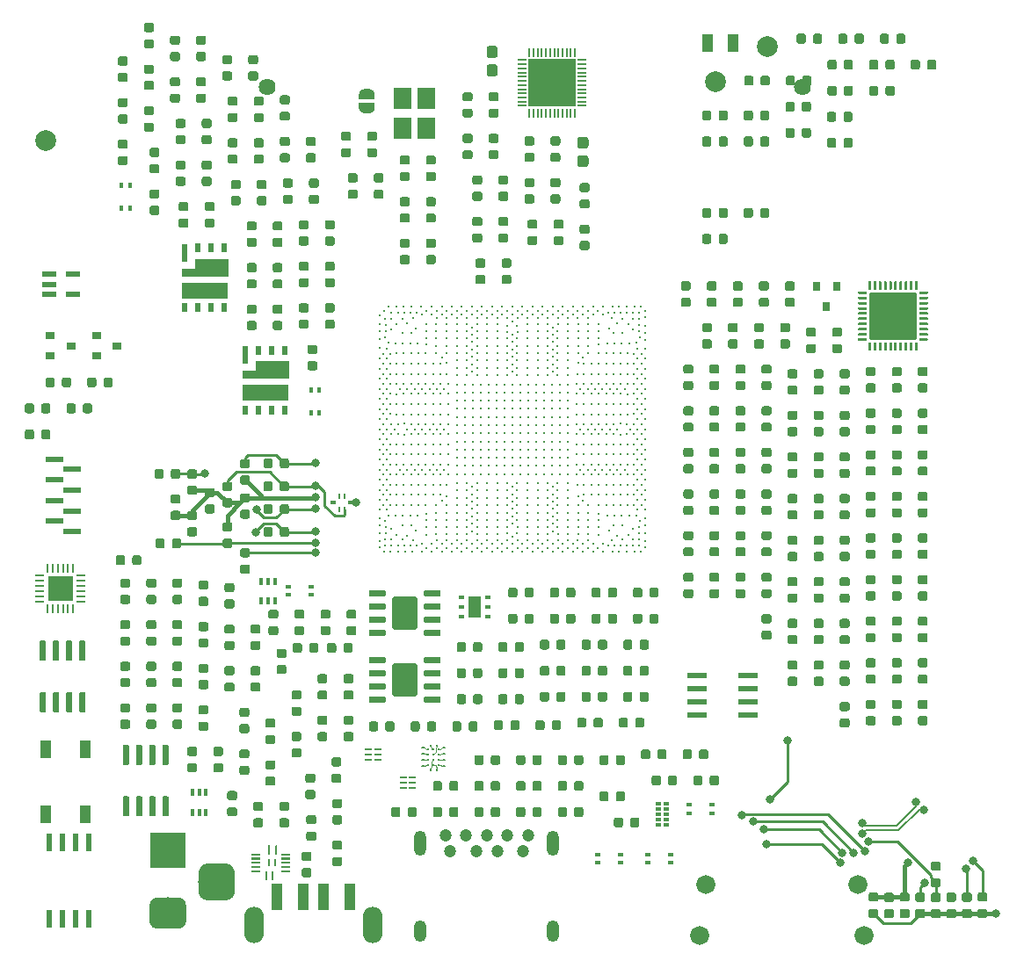
<source format=gbr>
G04 #@! TF.GenerationSoftware,KiCad,Pcbnew,5.1.4*
G04 #@! TF.CreationDate,2019-11-18T01:49:56-05:00*
G04 #@! TF.ProjectId,YellowCake,59656c6c-6f77-4436-916b-652e6b696361,rev?*
G04 #@! TF.SameCoordinates,Original*
G04 #@! TF.FileFunction,Copper,L1,Top*
G04 #@! TF.FilePolarity,Positive*
%FSLAX46Y46*%
G04 Gerber Fmt 4.6, Leading zero omitted, Abs format (unit mm)*
G04 Created by KiCad (PCBNEW 5.1.4) date 2019-11-18 01:49:56*
%MOMM*%
%LPD*%
G04 APERTURE LIST*
%ADD10C,0.001000*%
%ADD11C,0.100000*%
%ADD12C,0.875000*%
%ADD13R,0.249936X0.579882*%
%ADD14R,0.630000X0.350000*%
%ADD15C,0.250000*%
%ADD16C,1.050000*%
%ADD17R,0.800000X0.900000*%
%ADD18R,0.400000X0.650000*%
%ADD19C,1.828800*%
%ADD20R,1.100000X2.500000*%
%ADD21O,1.900000X3.500000*%
%ADD22C,1.200000*%
%ADD23O,1.200000X2.400000*%
%ADD24O,1.200000X2.100000*%
%ADD25C,1.625600*%
%ADD26R,3.500000X3.500000*%
%ADD27C,3.000000*%
%ADD28C,3.500000*%
%ADD29R,0.604799X0.326400*%
%ADD30R,0.326400X0.604799*%
%ADD31R,1.000000X1.700000*%
%ADD32R,0.174000X0.807999*%
%ADD33R,0.807999X0.174000*%
%ADD34R,4.650001X4.650001*%
%ADD35C,4.600000*%
%ADD36R,0.762000X0.152400*%
%ADD37R,1.969999X0.568000*%
%ADD38R,0.550000X0.300000*%
%ADD39R,0.550000X0.400000*%
%ADD40R,0.200000X0.650000*%
%ADD41C,0.200000*%
%ADD42R,0.550000X1.750000*%
%ADD43C,0.600000*%
%ADD44R,1.840000X1.610000*%
%ADD45R,4.370000X1.580000*%
%ADD46R,0.560000X1.740000*%
%ADD47R,0.560000X0.810000*%
%ADD48C,2.400000*%
%ADD49R,0.609600X0.406400*%
%ADD50R,1.193800X2.006600*%
%ADD51R,0.900000X0.800000*%
%ADD52R,1.750000X0.600000*%
%ADD53R,0.850000X0.280000*%
%ADD54R,0.280000X0.850000*%
%ADD55R,2.450000X2.450000*%
%ADD56C,2.000000*%
%ADD57R,1.000000X1.800000*%
%ADD58C,0.500000*%
%ADD59R,1.800000X2.100000*%
%ADD60R,1.473200X0.558800*%
%ADD61C,0.335000*%
%ADD62C,0.800000*%
%ADD63C,0.400000*%
%ADD64C,0.150000*%
%ADD65C,0.250000*%
%ADD66C,0.200000*%
G04 APERTURE END LIST*
D10*
G36*
X127705001Y-71679999D02*
G01*
X127705001Y-73289999D01*
X123335001Y-73289999D01*
X123335001Y-72609999D01*
X124605001Y-72609999D01*
X124605001Y-71679999D01*
X127705001Y-71679999D01*
G37*
X127705001Y-71679999D02*
X127705001Y-73289999D01*
X123335001Y-73289999D01*
X123335001Y-72609999D01*
X124605001Y-72609999D01*
X124605001Y-71679999D01*
X127705001Y-71679999D01*
G36*
X121855001Y-61789999D02*
G01*
X121855001Y-63399999D01*
X117485001Y-63399999D01*
X117485001Y-62719999D01*
X118755001Y-62719999D01*
X118755001Y-61789999D01*
X121855001Y-61789999D01*
G37*
X121855001Y-61789999D02*
X121855001Y-63399999D01*
X117485001Y-63399999D01*
X117485001Y-62719999D01*
X118755001Y-62719999D01*
X118755001Y-61789999D01*
X121855001Y-61789999D01*
D11*
G36*
X122152691Y-84876053D02*
G01*
X122173926Y-84879203D01*
X122194750Y-84884419D01*
X122214962Y-84891651D01*
X122234368Y-84900830D01*
X122252781Y-84911866D01*
X122270024Y-84924654D01*
X122285930Y-84939070D01*
X122300346Y-84954976D01*
X122313134Y-84972219D01*
X122324170Y-84990632D01*
X122333349Y-85010038D01*
X122340581Y-85030250D01*
X122345797Y-85051074D01*
X122348947Y-85072309D01*
X122350000Y-85093750D01*
X122350000Y-85531250D01*
X122348947Y-85552691D01*
X122345797Y-85573926D01*
X122340581Y-85594750D01*
X122333349Y-85614962D01*
X122324170Y-85634368D01*
X122313134Y-85652781D01*
X122300346Y-85670024D01*
X122285930Y-85685930D01*
X122270024Y-85700346D01*
X122252781Y-85713134D01*
X122234368Y-85724170D01*
X122214962Y-85733349D01*
X122194750Y-85740581D01*
X122173926Y-85745797D01*
X122152691Y-85748947D01*
X122131250Y-85750000D01*
X121618750Y-85750000D01*
X121597309Y-85748947D01*
X121576074Y-85745797D01*
X121555250Y-85740581D01*
X121535038Y-85733349D01*
X121515632Y-85724170D01*
X121497219Y-85713134D01*
X121479976Y-85700346D01*
X121464070Y-85685930D01*
X121449654Y-85670024D01*
X121436866Y-85652781D01*
X121425830Y-85634368D01*
X121416651Y-85614962D01*
X121409419Y-85594750D01*
X121404203Y-85573926D01*
X121401053Y-85552691D01*
X121400000Y-85531250D01*
X121400000Y-85093750D01*
X121401053Y-85072309D01*
X121404203Y-85051074D01*
X121409419Y-85030250D01*
X121416651Y-85010038D01*
X121425830Y-84990632D01*
X121436866Y-84972219D01*
X121449654Y-84954976D01*
X121464070Y-84939070D01*
X121479976Y-84924654D01*
X121497219Y-84911866D01*
X121515632Y-84900830D01*
X121535038Y-84891651D01*
X121555250Y-84884419D01*
X121576074Y-84879203D01*
X121597309Y-84876053D01*
X121618750Y-84875000D01*
X122131250Y-84875000D01*
X122152691Y-84876053D01*
X122152691Y-84876053D01*
G37*
D12*
X121875000Y-85312500D03*
D11*
G36*
X122152691Y-83301053D02*
G01*
X122173926Y-83304203D01*
X122194750Y-83309419D01*
X122214962Y-83316651D01*
X122234368Y-83325830D01*
X122252781Y-83336866D01*
X122270024Y-83349654D01*
X122285930Y-83364070D01*
X122300346Y-83379976D01*
X122313134Y-83397219D01*
X122324170Y-83415632D01*
X122333349Y-83435038D01*
X122340581Y-83455250D01*
X122345797Y-83476074D01*
X122348947Y-83497309D01*
X122350000Y-83518750D01*
X122350000Y-83956250D01*
X122348947Y-83977691D01*
X122345797Y-83998926D01*
X122340581Y-84019750D01*
X122333349Y-84039962D01*
X122324170Y-84059368D01*
X122313134Y-84077781D01*
X122300346Y-84095024D01*
X122285930Y-84110930D01*
X122270024Y-84125346D01*
X122252781Y-84138134D01*
X122234368Y-84149170D01*
X122214962Y-84158349D01*
X122194750Y-84165581D01*
X122173926Y-84170797D01*
X122152691Y-84173947D01*
X122131250Y-84175000D01*
X121618750Y-84175000D01*
X121597309Y-84173947D01*
X121576074Y-84170797D01*
X121555250Y-84165581D01*
X121535038Y-84158349D01*
X121515632Y-84149170D01*
X121497219Y-84138134D01*
X121479976Y-84125346D01*
X121464070Y-84110930D01*
X121449654Y-84095024D01*
X121436866Y-84077781D01*
X121425830Y-84059368D01*
X121416651Y-84039962D01*
X121409419Y-84019750D01*
X121404203Y-83998926D01*
X121401053Y-83977691D01*
X121400000Y-83956250D01*
X121400000Y-83518750D01*
X121401053Y-83497309D01*
X121404203Y-83476074D01*
X121409419Y-83455250D01*
X121416651Y-83435038D01*
X121425830Y-83415632D01*
X121436866Y-83397219D01*
X121449654Y-83379976D01*
X121464070Y-83364070D01*
X121479976Y-83349654D01*
X121497219Y-83336866D01*
X121515632Y-83325830D01*
X121535038Y-83316651D01*
X121555250Y-83309419D01*
X121576074Y-83304203D01*
X121597309Y-83301053D01*
X121618750Y-83300000D01*
X122131250Y-83300000D01*
X122152691Y-83301053D01*
X122152691Y-83301053D01*
G37*
D12*
X121875000Y-83737500D03*
D11*
G36*
X126027691Y-85451053D02*
G01*
X126048926Y-85454203D01*
X126069750Y-85459419D01*
X126089962Y-85466651D01*
X126109368Y-85475830D01*
X126127781Y-85486866D01*
X126145024Y-85499654D01*
X126160930Y-85514070D01*
X126175346Y-85529976D01*
X126188134Y-85547219D01*
X126199170Y-85565632D01*
X126208349Y-85585038D01*
X126215581Y-85605250D01*
X126220797Y-85626074D01*
X126223947Y-85647309D01*
X126225000Y-85668750D01*
X126225000Y-86181250D01*
X126223947Y-86202691D01*
X126220797Y-86223926D01*
X126215581Y-86244750D01*
X126208349Y-86264962D01*
X126199170Y-86284368D01*
X126188134Y-86302781D01*
X126175346Y-86320024D01*
X126160930Y-86335930D01*
X126145024Y-86350346D01*
X126127781Y-86363134D01*
X126109368Y-86374170D01*
X126089962Y-86383349D01*
X126069750Y-86390581D01*
X126048926Y-86395797D01*
X126027691Y-86398947D01*
X126006250Y-86400000D01*
X125568750Y-86400000D01*
X125547309Y-86398947D01*
X125526074Y-86395797D01*
X125505250Y-86390581D01*
X125485038Y-86383349D01*
X125465632Y-86374170D01*
X125447219Y-86363134D01*
X125429976Y-86350346D01*
X125414070Y-86335930D01*
X125399654Y-86320024D01*
X125386866Y-86302781D01*
X125375830Y-86284368D01*
X125366651Y-86264962D01*
X125359419Y-86244750D01*
X125354203Y-86223926D01*
X125351053Y-86202691D01*
X125350000Y-86181250D01*
X125350000Y-85668750D01*
X125351053Y-85647309D01*
X125354203Y-85626074D01*
X125359419Y-85605250D01*
X125366651Y-85585038D01*
X125375830Y-85565632D01*
X125386866Y-85547219D01*
X125399654Y-85529976D01*
X125414070Y-85514070D01*
X125429976Y-85499654D01*
X125447219Y-85486866D01*
X125465632Y-85475830D01*
X125485038Y-85466651D01*
X125505250Y-85459419D01*
X125526074Y-85454203D01*
X125547309Y-85451053D01*
X125568750Y-85450000D01*
X126006250Y-85450000D01*
X126027691Y-85451053D01*
X126027691Y-85451053D01*
G37*
D12*
X125787500Y-85925000D03*
D11*
G36*
X127602691Y-85451053D02*
G01*
X127623926Y-85454203D01*
X127644750Y-85459419D01*
X127664962Y-85466651D01*
X127684368Y-85475830D01*
X127702781Y-85486866D01*
X127720024Y-85499654D01*
X127735930Y-85514070D01*
X127750346Y-85529976D01*
X127763134Y-85547219D01*
X127774170Y-85565632D01*
X127783349Y-85585038D01*
X127790581Y-85605250D01*
X127795797Y-85626074D01*
X127798947Y-85647309D01*
X127800000Y-85668750D01*
X127800000Y-86181250D01*
X127798947Y-86202691D01*
X127795797Y-86223926D01*
X127790581Y-86244750D01*
X127783349Y-86264962D01*
X127774170Y-86284368D01*
X127763134Y-86302781D01*
X127750346Y-86320024D01*
X127735930Y-86335930D01*
X127720024Y-86350346D01*
X127702781Y-86363134D01*
X127684368Y-86374170D01*
X127664962Y-86383349D01*
X127644750Y-86390581D01*
X127623926Y-86395797D01*
X127602691Y-86398947D01*
X127581250Y-86400000D01*
X127143750Y-86400000D01*
X127122309Y-86398947D01*
X127101074Y-86395797D01*
X127080250Y-86390581D01*
X127060038Y-86383349D01*
X127040632Y-86374170D01*
X127022219Y-86363134D01*
X127004976Y-86350346D01*
X126989070Y-86335930D01*
X126974654Y-86320024D01*
X126961866Y-86302781D01*
X126950830Y-86284368D01*
X126941651Y-86264962D01*
X126934419Y-86244750D01*
X126929203Y-86223926D01*
X126926053Y-86202691D01*
X126925000Y-86181250D01*
X126925000Y-85668750D01*
X126926053Y-85647309D01*
X126929203Y-85626074D01*
X126934419Y-85605250D01*
X126941651Y-85585038D01*
X126950830Y-85565632D01*
X126961866Y-85547219D01*
X126974654Y-85529976D01*
X126989070Y-85514070D01*
X127004976Y-85499654D01*
X127022219Y-85486866D01*
X127040632Y-85475830D01*
X127060038Y-85466651D01*
X127080250Y-85459419D01*
X127101074Y-85454203D01*
X127122309Y-85451053D01*
X127143750Y-85450000D01*
X127581250Y-85450000D01*
X127602691Y-85451053D01*
X127602691Y-85451053D01*
G37*
D12*
X127362500Y-85925000D03*
D11*
G36*
X118752691Y-82101053D02*
G01*
X118773926Y-82104203D01*
X118794750Y-82109419D01*
X118814962Y-82116651D01*
X118834368Y-82125830D01*
X118852781Y-82136866D01*
X118870024Y-82149654D01*
X118885930Y-82164070D01*
X118900346Y-82179976D01*
X118913134Y-82197219D01*
X118924170Y-82215632D01*
X118933349Y-82235038D01*
X118940581Y-82255250D01*
X118945797Y-82276074D01*
X118948947Y-82297309D01*
X118950000Y-82318750D01*
X118950000Y-82756250D01*
X118948947Y-82777691D01*
X118945797Y-82798926D01*
X118940581Y-82819750D01*
X118933349Y-82839962D01*
X118924170Y-82859368D01*
X118913134Y-82877781D01*
X118900346Y-82895024D01*
X118885930Y-82910930D01*
X118870024Y-82925346D01*
X118852781Y-82938134D01*
X118834368Y-82949170D01*
X118814962Y-82958349D01*
X118794750Y-82965581D01*
X118773926Y-82970797D01*
X118752691Y-82973947D01*
X118731250Y-82975000D01*
X118218750Y-82975000D01*
X118197309Y-82973947D01*
X118176074Y-82970797D01*
X118155250Y-82965581D01*
X118135038Y-82958349D01*
X118115632Y-82949170D01*
X118097219Y-82938134D01*
X118079976Y-82925346D01*
X118064070Y-82910930D01*
X118049654Y-82895024D01*
X118036866Y-82877781D01*
X118025830Y-82859368D01*
X118016651Y-82839962D01*
X118009419Y-82819750D01*
X118004203Y-82798926D01*
X118001053Y-82777691D01*
X118000000Y-82756250D01*
X118000000Y-82318750D01*
X118001053Y-82297309D01*
X118004203Y-82276074D01*
X118009419Y-82255250D01*
X118016651Y-82235038D01*
X118025830Y-82215632D01*
X118036866Y-82197219D01*
X118049654Y-82179976D01*
X118064070Y-82164070D01*
X118079976Y-82149654D01*
X118097219Y-82136866D01*
X118115632Y-82125830D01*
X118135038Y-82116651D01*
X118155250Y-82109419D01*
X118176074Y-82104203D01*
X118197309Y-82101053D01*
X118218750Y-82100000D01*
X118731250Y-82100000D01*
X118752691Y-82101053D01*
X118752691Y-82101053D01*
G37*
D12*
X118475000Y-82537500D03*
D11*
G36*
X118752691Y-83676053D02*
G01*
X118773926Y-83679203D01*
X118794750Y-83684419D01*
X118814962Y-83691651D01*
X118834368Y-83700830D01*
X118852781Y-83711866D01*
X118870024Y-83724654D01*
X118885930Y-83739070D01*
X118900346Y-83754976D01*
X118913134Y-83772219D01*
X118924170Y-83790632D01*
X118933349Y-83810038D01*
X118940581Y-83830250D01*
X118945797Y-83851074D01*
X118948947Y-83872309D01*
X118950000Y-83893750D01*
X118950000Y-84331250D01*
X118948947Y-84352691D01*
X118945797Y-84373926D01*
X118940581Y-84394750D01*
X118933349Y-84414962D01*
X118924170Y-84434368D01*
X118913134Y-84452781D01*
X118900346Y-84470024D01*
X118885930Y-84485930D01*
X118870024Y-84500346D01*
X118852781Y-84513134D01*
X118834368Y-84524170D01*
X118814962Y-84533349D01*
X118794750Y-84540581D01*
X118773926Y-84545797D01*
X118752691Y-84548947D01*
X118731250Y-84550000D01*
X118218750Y-84550000D01*
X118197309Y-84548947D01*
X118176074Y-84545797D01*
X118155250Y-84540581D01*
X118135038Y-84533349D01*
X118115632Y-84524170D01*
X118097219Y-84513134D01*
X118079976Y-84500346D01*
X118064070Y-84485930D01*
X118049654Y-84470024D01*
X118036866Y-84452781D01*
X118025830Y-84434368D01*
X118016651Y-84414962D01*
X118009419Y-84394750D01*
X118004203Y-84373926D01*
X118001053Y-84352691D01*
X118000000Y-84331250D01*
X118000000Y-83893750D01*
X118001053Y-83872309D01*
X118004203Y-83851074D01*
X118009419Y-83830250D01*
X118016651Y-83810038D01*
X118025830Y-83790632D01*
X118036866Y-83772219D01*
X118049654Y-83754976D01*
X118064070Y-83739070D01*
X118079976Y-83724654D01*
X118097219Y-83711866D01*
X118115632Y-83700830D01*
X118135038Y-83691651D01*
X118155250Y-83684419D01*
X118176074Y-83679203D01*
X118197309Y-83676053D01*
X118218750Y-83675000D01*
X118731250Y-83675000D01*
X118752691Y-83676053D01*
X118752691Y-83676053D01*
G37*
D12*
X118475000Y-84112500D03*
D11*
G36*
X122152691Y-88776053D02*
G01*
X122173926Y-88779203D01*
X122194750Y-88784419D01*
X122214962Y-88791651D01*
X122234368Y-88800830D01*
X122252781Y-88811866D01*
X122270024Y-88824654D01*
X122285930Y-88839070D01*
X122300346Y-88854976D01*
X122313134Y-88872219D01*
X122324170Y-88890632D01*
X122333349Y-88910038D01*
X122340581Y-88930250D01*
X122345797Y-88951074D01*
X122348947Y-88972309D01*
X122350000Y-88993750D01*
X122350000Y-89431250D01*
X122348947Y-89452691D01*
X122345797Y-89473926D01*
X122340581Y-89494750D01*
X122333349Y-89514962D01*
X122324170Y-89534368D01*
X122313134Y-89552781D01*
X122300346Y-89570024D01*
X122285930Y-89585930D01*
X122270024Y-89600346D01*
X122252781Y-89613134D01*
X122234368Y-89624170D01*
X122214962Y-89633349D01*
X122194750Y-89640581D01*
X122173926Y-89645797D01*
X122152691Y-89648947D01*
X122131250Y-89650000D01*
X121618750Y-89650000D01*
X121597309Y-89648947D01*
X121576074Y-89645797D01*
X121555250Y-89640581D01*
X121535038Y-89633349D01*
X121515632Y-89624170D01*
X121497219Y-89613134D01*
X121479976Y-89600346D01*
X121464070Y-89585930D01*
X121449654Y-89570024D01*
X121436866Y-89552781D01*
X121425830Y-89534368D01*
X121416651Y-89514962D01*
X121409419Y-89494750D01*
X121404203Y-89473926D01*
X121401053Y-89452691D01*
X121400000Y-89431250D01*
X121400000Y-88993750D01*
X121401053Y-88972309D01*
X121404203Y-88951074D01*
X121409419Y-88930250D01*
X121416651Y-88910038D01*
X121425830Y-88890632D01*
X121436866Y-88872219D01*
X121449654Y-88854976D01*
X121464070Y-88839070D01*
X121479976Y-88824654D01*
X121497219Y-88811866D01*
X121515632Y-88800830D01*
X121535038Y-88791651D01*
X121555250Y-88784419D01*
X121576074Y-88779203D01*
X121597309Y-88776053D01*
X121618750Y-88775000D01*
X122131250Y-88775000D01*
X122152691Y-88776053D01*
X122152691Y-88776053D01*
G37*
D12*
X121875000Y-89212500D03*
D11*
G36*
X122152691Y-87201053D02*
G01*
X122173926Y-87204203D01*
X122194750Y-87209419D01*
X122214962Y-87216651D01*
X122234368Y-87225830D01*
X122252781Y-87236866D01*
X122270024Y-87249654D01*
X122285930Y-87264070D01*
X122300346Y-87279976D01*
X122313134Y-87297219D01*
X122324170Y-87315632D01*
X122333349Y-87335038D01*
X122340581Y-87355250D01*
X122345797Y-87376074D01*
X122348947Y-87397309D01*
X122350000Y-87418750D01*
X122350000Y-87856250D01*
X122348947Y-87877691D01*
X122345797Y-87898926D01*
X122340581Y-87919750D01*
X122333349Y-87939962D01*
X122324170Y-87959368D01*
X122313134Y-87977781D01*
X122300346Y-87995024D01*
X122285930Y-88010930D01*
X122270024Y-88025346D01*
X122252781Y-88038134D01*
X122234368Y-88049170D01*
X122214962Y-88058349D01*
X122194750Y-88065581D01*
X122173926Y-88070797D01*
X122152691Y-88073947D01*
X122131250Y-88075000D01*
X121618750Y-88075000D01*
X121597309Y-88073947D01*
X121576074Y-88070797D01*
X121555250Y-88065581D01*
X121535038Y-88058349D01*
X121515632Y-88049170D01*
X121497219Y-88038134D01*
X121479976Y-88025346D01*
X121464070Y-88010930D01*
X121449654Y-87995024D01*
X121436866Y-87977781D01*
X121425830Y-87959368D01*
X121416651Y-87939962D01*
X121409419Y-87919750D01*
X121404203Y-87898926D01*
X121401053Y-87877691D01*
X121400000Y-87856250D01*
X121400000Y-87418750D01*
X121401053Y-87397309D01*
X121404203Y-87376074D01*
X121409419Y-87355250D01*
X121416651Y-87335038D01*
X121425830Y-87315632D01*
X121436866Y-87297219D01*
X121449654Y-87279976D01*
X121464070Y-87264070D01*
X121479976Y-87249654D01*
X121497219Y-87236866D01*
X121515632Y-87225830D01*
X121535038Y-87216651D01*
X121555250Y-87209419D01*
X121576074Y-87204203D01*
X121597309Y-87201053D01*
X121618750Y-87200000D01*
X122131250Y-87200000D01*
X122152691Y-87201053D01*
X122152691Y-87201053D01*
G37*
D12*
X121875000Y-87637500D03*
D11*
G36*
X123852691Y-89701053D02*
G01*
X123873926Y-89704203D01*
X123894750Y-89709419D01*
X123914962Y-89716651D01*
X123934368Y-89725830D01*
X123952781Y-89736866D01*
X123970024Y-89749654D01*
X123985930Y-89764070D01*
X124000346Y-89779976D01*
X124013134Y-89797219D01*
X124024170Y-89815632D01*
X124033349Y-89835038D01*
X124040581Y-89855250D01*
X124045797Y-89876074D01*
X124048947Y-89897309D01*
X124050000Y-89918750D01*
X124050000Y-90356250D01*
X124048947Y-90377691D01*
X124045797Y-90398926D01*
X124040581Y-90419750D01*
X124033349Y-90439962D01*
X124024170Y-90459368D01*
X124013134Y-90477781D01*
X124000346Y-90495024D01*
X123985930Y-90510930D01*
X123970024Y-90525346D01*
X123952781Y-90538134D01*
X123934368Y-90549170D01*
X123914962Y-90558349D01*
X123894750Y-90565581D01*
X123873926Y-90570797D01*
X123852691Y-90573947D01*
X123831250Y-90575000D01*
X123318750Y-90575000D01*
X123297309Y-90573947D01*
X123276074Y-90570797D01*
X123255250Y-90565581D01*
X123235038Y-90558349D01*
X123215632Y-90549170D01*
X123197219Y-90538134D01*
X123179976Y-90525346D01*
X123164070Y-90510930D01*
X123149654Y-90495024D01*
X123136866Y-90477781D01*
X123125830Y-90459368D01*
X123116651Y-90439962D01*
X123109419Y-90419750D01*
X123104203Y-90398926D01*
X123101053Y-90377691D01*
X123100000Y-90356250D01*
X123100000Y-89918750D01*
X123101053Y-89897309D01*
X123104203Y-89876074D01*
X123109419Y-89855250D01*
X123116651Y-89835038D01*
X123125830Y-89815632D01*
X123136866Y-89797219D01*
X123149654Y-89779976D01*
X123164070Y-89764070D01*
X123179976Y-89749654D01*
X123197219Y-89736866D01*
X123215632Y-89725830D01*
X123235038Y-89716651D01*
X123255250Y-89709419D01*
X123276074Y-89704203D01*
X123297309Y-89701053D01*
X123318750Y-89700000D01*
X123831250Y-89700000D01*
X123852691Y-89701053D01*
X123852691Y-89701053D01*
G37*
D12*
X123575000Y-90137500D03*
D11*
G36*
X123852691Y-91276053D02*
G01*
X123873926Y-91279203D01*
X123894750Y-91284419D01*
X123914962Y-91291651D01*
X123934368Y-91300830D01*
X123952781Y-91311866D01*
X123970024Y-91324654D01*
X123985930Y-91339070D01*
X124000346Y-91354976D01*
X124013134Y-91372219D01*
X124024170Y-91390632D01*
X124033349Y-91410038D01*
X124040581Y-91430250D01*
X124045797Y-91451074D01*
X124048947Y-91472309D01*
X124050000Y-91493750D01*
X124050000Y-91931250D01*
X124048947Y-91952691D01*
X124045797Y-91973926D01*
X124040581Y-91994750D01*
X124033349Y-92014962D01*
X124024170Y-92034368D01*
X124013134Y-92052781D01*
X124000346Y-92070024D01*
X123985930Y-92085930D01*
X123970024Y-92100346D01*
X123952781Y-92113134D01*
X123934368Y-92124170D01*
X123914962Y-92133349D01*
X123894750Y-92140581D01*
X123873926Y-92145797D01*
X123852691Y-92148947D01*
X123831250Y-92150000D01*
X123318750Y-92150000D01*
X123297309Y-92148947D01*
X123276074Y-92145797D01*
X123255250Y-92140581D01*
X123235038Y-92133349D01*
X123215632Y-92124170D01*
X123197219Y-92113134D01*
X123179976Y-92100346D01*
X123164070Y-92085930D01*
X123149654Y-92070024D01*
X123136866Y-92052781D01*
X123125830Y-92034368D01*
X123116651Y-92014962D01*
X123109419Y-91994750D01*
X123104203Y-91973926D01*
X123101053Y-91952691D01*
X123100000Y-91931250D01*
X123100000Y-91493750D01*
X123101053Y-91472309D01*
X123104203Y-91451074D01*
X123109419Y-91430250D01*
X123116651Y-91410038D01*
X123125830Y-91390632D01*
X123136866Y-91372219D01*
X123149654Y-91354976D01*
X123164070Y-91339070D01*
X123179976Y-91324654D01*
X123197219Y-91311866D01*
X123215632Y-91300830D01*
X123235038Y-91291651D01*
X123255250Y-91284419D01*
X123276074Y-91279203D01*
X123297309Y-91276053D01*
X123318750Y-91275000D01*
X123831250Y-91275000D01*
X123852691Y-91276053D01*
X123852691Y-91276053D01*
G37*
D12*
X123575000Y-91712500D03*
D11*
G36*
X141742690Y-61446054D02*
G01*
X141763925Y-61449204D01*
X141784749Y-61454420D01*
X141804961Y-61461652D01*
X141824367Y-61470831D01*
X141842780Y-61481867D01*
X141860023Y-61494655D01*
X141875929Y-61509071D01*
X141890345Y-61524977D01*
X141903133Y-61542220D01*
X141914169Y-61560633D01*
X141923348Y-61580039D01*
X141930580Y-61600251D01*
X141935796Y-61621075D01*
X141938946Y-61642310D01*
X141939999Y-61663751D01*
X141939999Y-62101251D01*
X141938946Y-62122692D01*
X141935796Y-62143927D01*
X141930580Y-62164751D01*
X141923348Y-62184963D01*
X141914169Y-62204369D01*
X141903133Y-62222782D01*
X141890345Y-62240025D01*
X141875929Y-62255931D01*
X141860023Y-62270347D01*
X141842780Y-62283135D01*
X141824367Y-62294171D01*
X141804961Y-62303350D01*
X141784749Y-62310582D01*
X141763925Y-62315798D01*
X141742690Y-62318948D01*
X141721249Y-62320001D01*
X141208749Y-62320001D01*
X141187308Y-62318948D01*
X141166073Y-62315798D01*
X141145249Y-62310582D01*
X141125037Y-62303350D01*
X141105631Y-62294171D01*
X141087218Y-62283135D01*
X141069975Y-62270347D01*
X141054069Y-62255931D01*
X141039653Y-62240025D01*
X141026865Y-62222782D01*
X141015829Y-62204369D01*
X141006650Y-62184963D01*
X140999418Y-62164751D01*
X140994202Y-62143927D01*
X140991052Y-62122692D01*
X140989999Y-62101251D01*
X140989999Y-61663751D01*
X140991052Y-61642310D01*
X140994202Y-61621075D01*
X140999418Y-61600251D01*
X141006650Y-61580039D01*
X141015829Y-61560633D01*
X141026865Y-61542220D01*
X141039653Y-61524977D01*
X141054069Y-61509071D01*
X141069975Y-61494655D01*
X141087218Y-61481867D01*
X141105631Y-61470831D01*
X141125037Y-61461652D01*
X141145249Y-61454420D01*
X141166073Y-61449204D01*
X141187308Y-61446054D01*
X141208749Y-61445001D01*
X141721249Y-61445001D01*
X141742690Y-61446054D01*
X141742690Y-61446054D01*
G37*
D12*
X141464999Y-61882501D03*
D11*
G36*
X141742690Y-59871054D02*
G01*
X141763925Y-59874204D01*
X141784749Y-59879420D01*
X141804961Y-59886652D01*
X141824367Y-59895831D01*
X141842780Y-59906867D01*
X141860023Y-59919655D01*
X141875929Y-59934071D01*
X141890345Y-59949977D01*
X141903133Y-59967220D01*
X141914169Y-59985633D01*
X141923348Y-60005039D01*
X141930580Y-60025251D01*
X141935796Y-60046075D01*
X141938946Y-60067310D01*
X141939999Y-60088751D01*
X141939999Y-60526251D01*
X141938946Y-60547692D01*
X141935796Y-60568927D01*
X141930580Y-60589751D01*
X141923348Y-60609963D01*
X141914169Y-60629369D01*
X141903133Y-60647782D01*
X141890345Y-60665025D01*
X141875929Y-60680931D01*
X141860023Y-60695347D01*
X141842780Y-60708135D01*
X141824367Y-60719171D01*
X141804961Y-60728350D01*
X141784749Y-60735582D01*
X141763925Y-60740798D01*
X141742690Y-60743948D01*
X141721249Y-60745001D01*
X141208749Y-60745001D01*
X141187308Y-60743948D01*
X141166073Y-60740798D01*
X141145249Y-60735582D01*
X141125037Y-60728350D01*
X141105631Y-60719171D01*
X141087218Y-60708135D01*
X141069975Y-60695347D01*
X141054069Y-60680931D01*
X141039653Y-60665025D01*
X141026865Y-60647782D01*
X141015829Y-60629369D01*
X141006650Y-60609963D01*
X140999418Y-60589751D01*
X140994202Y-60568927D01*
X140991052Y-60547692D01*
X140989999Y-60526251D01*
X140989999Y-60088751D01*
X140991052Y-60067310D01*
X140994202Y-60046075D01*
X140999418Y-60025251D01*
X141006650Y-60005039D01*
X141015829Y-59985633D01*
X141026865Y-59967220D01*
X141039653Y-59949977D01*
X141054069Y-59934071D01*
X141069975Y-59919655D01*
X141087218Y-59906867D01*
X141105631Y-59895831D01*
X141125037Y-59886652D01*
X141145249Y-59879420D01*
X141166073Y-59874204D01*
X141187308Y-59871054D01*
X141208749Y-59870001D01*
X141721249Y-59870001D01*
X141742690Y-59871054D01*
X141742690Y-59871054D01*
G37*
D12*
X141464999Y-60307501D03*
D11*
G36*
X127602691Y-87651053D02*
G01*
X127623926Y-87654203D01*
X127644750Y-87659419D01*
X127664962Y-87666651D01*
X127684368Y-87675830D01*
X127702781Y-87686866D01*
X127720024Y-87699654D01*
X127735930Y-87714070D01*
X127750346Y-87729976D01*
X127763134Y-87747219D01*
X127774170Y-87765632D01*
X127783349Y-87785038D01*
X127790581Y-87805250D01*
X127795797Y-87826074D01*
X127798947Y-87847309D01*
X127800000Y-87868750D01*
X127800000Y-88381250D01*
X127798947Y-88402691D01*
X127795797Y-88423926D01*
X127790581Y-88444750D01*
X127783349Y-88464962D01*
X127774170Y-88484368D01*
X127763134Y-88502781D01*
X127750346Y-88520024D01*
X127735930Y-88535930D01*
X127720024Y-88550346D01*
X127702781Y-88563134D01*
X127684368Y-88574170D01*
X127664962Y-88583349D01*
X127644750Y-88590581D01*
X127623926Y-88595797D01*
X127602691Y-88598947D01*
X127581250Y-88600000D01*
X127143750Y-88600000D01*
X127122309Y-88598947D01*
X127101074Y-88595797D01*
X127080250Y-88590581D01*
X127060038Y-88583349D01*
X127040632Y-88574170D01*
X127022219Y-88563134D01*
X127004976Y-88550346D01*
X126989070Y-88535930D01*
X126974654Y-88520024D01*
X126961866Y-88502781D01*
X126950830Y-88484368D01*
X126941651Y-88464962D01*
X126934419Y-88444750D01*
X126929203Y-88423926D01*
X126926053Y-88402691D01*
X126925000Y-88381250D01*
X126925000Y-87868750D01*
X126926053Y-87847309D01*
X126929203Y-87826074D01*
X126934419Y-87805250D01*
X126941651Y-87785038D01*
X126950830Y-87765632D01*
X126961866Y-87747219D01*
X126974654Y-87729976D01*
X126989070Y-87714070D01*
X127004976Y-87699654D01*
X127022219Y-87686866D01*
X127040632Y-87675830D01*
X127060038Y-87666651D01*
X127080250Y-87659419D01*
X127101074Y-87654203D01*
X127122309Y-87651053D01*
X127143750Y-87650000D01*
X127581250Y-87650000D01*
X127602691Y-87651053D01*
X127602691Y-87651053D01*
G37*
D12*
X127362500Y-88125000D03*
D11*
G36*
X126027691Y-87651053D02*
G01*
X126048926Y-87654203D01*
X126069750Y-87659419D01*
X126089962Y-87666651D01*
X126109368Y-87675830D01*
X126127781Y-87686866D01*
X126145024Y-87699654D01*
X126160930Y-87714070D01*
X126175346Y-87729976D01*
X126188134Y-87747219D01*
X126199170Y-87765632D01*
X126208349Y-87785038D01*
X126215581Y-87805250D01*
X126220797Y-87826074D01*
X126223947Y-87847309D01*
X126225000Y-87868750D01*
X126225000Y-88381250D01*
X126223947Y-88402691D01*
X126220797Y-88423926D01*
X126215581Y-88444750D01*
X126208349Y-88464962D01*
X126199170Y-88484368D01*
X126188134Y-88502781D01*
X126175346Y-88520024D01*
X126160930Y-88535930D01*
X126145024Y-88550346D01*
X126127781Y-88563134D01*
X126109368Y-88574170D01*
X126089962Y-88583349D01*
X126069750Y-88590581D01*
X126048926Y-88595797D01*
X126027691Y-88598947D01*
X126006250Y-88600000D01*
X125568750Y-88600000D01*
X125547309Y-88598947D01*
X125526074Y-88595797D01*
X125505250Y-88590581D01*
X125485038Y-88583349D01*
X125465632Y-88574170D01*
X125447219Y-88563134D01*
X125429976Y-88550346D01*
X125414070Y-88535930D01*
X125399654Y-88520024D01*
X125386866Y-88502781D01*
X125375830Y-88484368D01*
X125366651Y-88464962D01*
X125359419Y-88444750D01*
X125354203Y-88423926D01*
X125351053Y-88402691D01*
X125350000Y-88381250D01*
X125350000Y-87868750D01*
X125351053Y-87847309D01*
X125354203Y-87826074D01*
X125359419Y-87805250D01*
X125366651Y-87785038D01*
X125375830Y-87765632D01*
X125386866Y-87747219D01*
X125399654Y-87729976D01*
X125414070Y-87714070D01*
X125429976Y-87699654D01*
X125447219Y-87686866D01*
X125465632Y-87675830D01*
X125485038Y-87666651D01*
X125505250Y-87659419D01*
X125526074Y-87654203D01*
X125547309Y-87651053D01*
X125568750Y-87650000D01*
X126006250Y-87650000D01*
X126027691Y-87651053D01*
X126027691Y-87651053D01*
G37*
D12*
X125787500Y-88125000D03*
D11*
G36*
X118752691Y-86101053D02*
G01*
X118773926Y-86104203D01*
X118794750Y-86109419D01*
X118814962Y-86116651D01*
X118834368Y-86125830D01*
X118852781Y-86136866D01*
X118870024Y-86149654D01*
X118885930Y-86164070D01*
X118900346Y-86179976D01*
X118913134Y-86197219D01*
X118924170Y-86215632D01*
X118933349Y-86235038D01*
X118940581Y-86255250D01*
X118945797Y-86276074D01*
X118948947Y-86297309D01*
X118950000Y-86318750D01*
X118950000Y-86756250D01*
X118948947Y-86777691D01*
X118945797Y-86798926D01*
X118940581Y-86819750D01*
X118933349Y-86839962D01*
X118924170Y-86859368D01*
X118913134Y-86877781D01*
X118900346Y-86895024D01*
X118885930Y-86910930D01*
X118870024Y-86925346D01*
X118852781Y-86938134D01*
X118834368Y-86949170D01*
X118814962Y-86958349D01*
X118794750Y-86965581D01*
X118773926Y-86970797D01*
X118752691Y-86973947D01*
X118731250Y-86975000D01*
X118218750Y-86975000D01*
X118197309Y-86973947D01*
X118176074Y-86970797D01*
X118155250Y-86965581D01*
X118135038Y-86958349D01*
X118115632Y-86949170D01*
X118097219Y-86938134D01*
X118079976Y-86925346D01*
X118064070Y-86910930D01*
X118049654Y-86895024D01*
X118036866Y-86877781D01*
X118025830Y-86859368D01*
X118016651Y-86839962D01*
X118009419Y-86819750D01*
X118004203Y-86798926D01*
X118001053Y-86777691D01*
X118000000Y-86756250D01*
X118000000Y-86318750D01*
X118001053Y-86297309D01*
X118004203Y-86276074D01*
X118009419Y-86255250D01*
X118016651Y-86235038D01*
X118025830Y-86215632D01*
X118036866Y-86197219D01*
X118049654Y-86179976D01*
X118064070Y-86164070D01*
X118079976Y-86149654D01*
X118097219Y-86136866D01*
X118115632Y-86125830D01*
X118135038Y-86116651D01*
X118155250Y-86109419D01*
X118176074Y-86104203D01*
X118197309Y-86101053D01*
X118218750Y-86100000D01*
X118731250Y-86100000D01*
X118752691Y-86101053D01*
X118752691Y-86101053D01*
G37*
D12*
X118475000Y-86537500D03*
D11*
G36*
X118752691Y-87676053D02*
G01*
X118773926Y-87679203D01*
X118794750Y-87684419D01*
X118814962Y-87691651D01*
X118834368Y-87700830D01*
X118852781Y-87711866D01*
X118870024Y-87724654D01*
X118885930Y-87739070D01*
X118900346Y-87754976D01*
X118913134Y-87772219D01*
X118924170Y-87790632D01*
X118933349Y-87810038D01*
X118940581Y-87830250D01*
X118945797Y-87851074D01*
X118948947Y-87872309D01*
X118950000Y-87893750D01*
X118950000Y-88331250D01*
X118948947Y-88352691D01*
X118945797Y-88373926D01*
X118940581Y-88394750D01*
X118933349Y-88414962D01*
X118924170Y-88434368D01*
X118913134Y-88452781D01*
X118900346Y-88470024D01*
X118885930Y-88485930D01*
X118870024Y-88500346D01*
X118852781Y-88513134D01*
X118834368Y-88524170D01*
X118814962Y-88533349D01*
X118794750Y-88540581D01*
X118773926Y-88545797D01*
X118752691Y-88548947D01*
X118731250Y-88550000D01*
X118218750Y-88550000D01*
X118197309Y-88548947D01*
X118176074Y-88545797D01*
X118155250Y-88540581D01*
X118135038Y-88533349D01*
X118115632Y-88524170D01*
X118097219Y-88513134D01*
X118079976Y-88500346D01*
X118064070Y-88485930D01*
X118049654Y-88470024D01*
X118036866Y-88452781D01*
X118025830Y-88434368D01*
X118016651Y-88414962D01*
X118009419Y-88394750D01*
X118004203Y-88373926D01*
X118001053Y-88352691D01*
X118000000Y-88331250D01*
X118000000Y-87893750D01*
X118001053Y-87872309D01*
X118004203Y-87851074D01*
X118009419Y-87830250D01*
X118016651Y-87810038D01*
X118025830Y-87790632D01*
X118036866Y-87772219D01*
X118049654Y-87754976D01*
X118064070Y-87739070D01*
X118079976Y-87724654D01*
X118097219Y-87711866D01*
X118115632Y-87700830D01*
X118135038Y-87691651D01*
X118155250Y-87684419D01*
X118176074Y-87679203D01*
X118197309Y-87676053D01*
X118218750Y-87675000D01*
X118731250Y-87675000D01*
X118752691Y-87676053D01*
X118752691Y-87676053D01*
G37*
D12*
X118475000Y-88112500D03*
D11*
G36*
X115627691Y-88751053D02*
G01*
X115648926Y-88754203D01*
X115669750Y-88759419D01*
X115689962Y-88766651D01*
X115709368Y-88775830D01*
X115727781Y-88786866D01*
X115745024Y-88799654D01*
X115760930Y-88814070D01*
X115775346Y-88829976D01*
X115788134Y-88847219D01*
X115799170Y-88865632D01*
X115808349Y-88885038D01*
X115815581Y-88905250D01*
X115820797Y-88926074D01*
X115823947Y-88947309D01*
X115825000Y-88968750D01*
X115825000Y-89481250D01*
X115823947Y-89502691D01*
X115820797Y-89523926D01*
X115815581Y-89544750D01*
X115808349Y-89564962D01*
X115799170Y-89584368D01*
X115788134Y-89602781D01*
X115775346Y-89620024D01*
X115760930Y-89635930D01*
X115745024Y-89650346D01*
X115727781Y-89663134D01*
X115709368Y-89674170D01*
X115689962Y-89683349D01*
X115669750Y-89690581D01*
X115648926Y-89695797D01*
X115627691Y-89698947D01*
X115606250Y-89700000D01*
X115168750Y-89700000D01*
X115147309Y-89698947D01*
X115126074Y-89695797D01*
X115105250Y-89690581D01*
X115085038Y-89683349D01*
X115065632Y-89674170D01*
X115047219Y-89663134D01*
X115029976Y-89650346D01*
X115014070Y-89635930D01*
X114999654Y-89620024D01*
X114986866Y-89602781D01*
X114975830Y-89584368D01*
X114966651Y-89564962D01*
X114959419Y-89544750D01*
X114954203Y-89523926D01*
X114951053Y-89502691D01*
X114950000Y-89481250D01*
X114950000Y-88968750D01*
X114951053Y-88947309D01*
X114954203Y-88926074D01*
X114959419Y-88905250D01*
X114966651Y-88885038D01*
X114975830Y-88865632D01*
X114986866Y-88847219D01*
X114999654Y-88829976D01*
X115014070Y-88814070D01*
X115029976Y-88799654D01*
X115047219Y-88786866D01*
X115065632Y-88775830D01*
X115085038Y-88766651D01*
X115105250Y-88759419D01*
X115126074Y-88754203D01*
X115147309Y-88751053D01*
X115168750Y-88750000D01*
X115606250Y-88750000D01*
X115627691Y-88751053D01*
X115627691Y-88751053D01*
G37*
D12*
X115387500Y-89225000D03*
D11*
G36*
X117202691Y-88751053D02*
G01*
X117223926Y-88754203D01*
X117244750Y-88759419D01*
X117264962Y-88766651D01*
X117284368Y-88775830D01*
X117302781Y-88786866D01*
X117320024Y-88799654D01*
X117335930Y-88814070D01*
X117350346Y-88829976D01*
X117363134Y-88847219D01*
X117374170Y-88865632D01*
X117383349Y-88885038D01*
X117390581Y-88905250D01*
X117395797Y-88926074D01*
X117398947Y-88947309D01*
X117400000Y-88968750D01*
X117400000Y-89481250D01*
X117398947Y-89502691D01*
X117395797Y-89523926D01*
X117390581Y-89544750D01*
X117383349Y-89564962D01*
X117374170Y-89584368D01*
X117363134Y-89602781D01*
X117350346Y-89620024D01*
X117335930Y-89635930D01*
X117320024Y-89650346D01*
X117302781Y-89663134D01*
X117284368Y-89674170D01*
X117264962Y-89683349D01*
X117244750Y-89690581D01*
X117223926Y-89695797D01*
X117202691Y-89698947D01*
X117181250Y-89700000D01*
X116743750Y-89700000D01*
X116722309Y-89698947D01*
X116701074Y-89695797D01*
X116680250Y-89690581D01*
X116660038Y-89683349D01*
X116640632Y-89674170D01*
X116622219Y-89663134D01*
X116604976Y-89650346D01*
X116589070Y-89635930D01*
X116574654Y-89620024D01*
X116561866Y-89602781D01*
X116550830Y-89584368D01*
X116541651Y-89564962D01*
X116534419Y-89544750D01*
X116529203Y-89523926D01*
X116526053Y-89502691D01*
X116525000Y-89481250D01*
X116525000Y-88968750D01*
X116526053Y-88947309D01*
X116529203Y-88926074D01*
X116534419Y-88905250D01*
X116541651Y-88885038D01*
X116550830Y-88865632D01*
X116561866Y-88847219D01*
X116574654Y-88829976D01*
X116589070Y-88814070D01*
X116604976Y-88799654D01*
X116622219Y-88786866D01*
X116640632Y-88775830D01*
X116660038Y-88766651D01*
X116680250Y-88759419D01*
X116701074Y-88754203D01*
X116722309Y-88751053D01*
X116743750Y-88750000D01*
X117181250Y-88750000D01*
X117202691Y-88751053D01*
X117202691Y-88751053D01*
G37*
D12*
X116962500Y-89225000D03*
D11*
G36*
X141742690Y-57436054D02*
G01*
X141763925Y-57439204D01*
X141784749Y-57444420D01*
X141804961Y-57451652D01*
X141824367Y-57460831D01*
X141842780Y-57471867D01*
X141860023Y-57484655D01*
X141875929Y-57499071D01*
X141890345Y-57514977D01*
X141903133Y-57532220D01*
X141914169Y-57550633D01*
X141923348Y-57570039D01*
X141930580Y-57590251D01*
X141935796Y-57611075D01*
X141938946Y-57632310D01*
X141939999Y-57653751D01*
X141939999Y-58091251D01*
X141938946Y-58112692D01*
X141935796Y-58133927D01*
X141930580Y-58154751D01*
X141923348Y-58174963D01*
X141914169Y-58194369D01*
X141903133Y-58212782D01*
X141890345Y-58230025D01*
X141875929Y-58245931D01*
X141860023Y-58260347D01*
X141842780Y-58273135D01*
X141824367Y-58284171D01*
X141804961Y-58293350D01*
X141784749Y-58300582D01*
X141763925Y-58305798D01*
X141742690Y-58308948D01*
X141721249Y-58310001D01*
X141208749Y-58310001D01*
X141187308Y-58308948D01*
X141166073Y-58305798D01*
X141145249Y-58300582D01*
X141125037Y-58293350D01*
X141105631Y-58284171D01*
X141087218Y-58273135D01*
X141069975Y-58260347D01*
X141054069Y-58245931D01*
X141039653Y-58230025D01*
X141026865Y-58212782D01*
X141015829Y-58194369D01*
X141006650Y-58174963D01*
X140999418Y-58154751D01*
X140994202Y-58133927D01*
X140991052Y-58112692D01*
X140989999Y-58091251D01*
X140989999Y-57653751D01*
X140991052Y-57632310D01*
X140994202Y-57611075D01*
X140999418Y-57590251D01*
X141006650Y-57570039D01*
X141015829Y-57550633D01*
X141026865Y-57532220D01*
X141039653Y-57514977D01*
X141054069Y-57499071D01*
X141069975Y-57484655D01*
X141087218Y-57471867D01*
X141105631Y-57460831D01*
X141125037Y-57451652D01*
X141145249Y-57444420D01*
X141166073Y-57439204D01*
X141187308Y-57436054D01*
X141208749Y-57435001D01*
X141721249Y-57435001D01*
X141742690Y-57436054D01*
X141742690Y-57436054D01*
G37*
D12*
X141464999Y-57872501D03*
D11*
G36*
X141742690Y-55861054D02*
G01*
X141763925Y-55864204D01*
X141784749Y-55869420D01*
X141804961Y-55876652D01*
X141824367Y-55885831D01*
X141842780Y-55896867D01*
X141860023Y-55909655D01*
X141875929Y-55924071D01*
X141890345Y-55939977D01*
X141903133Y-55957220D01*
X141914169Y-55975633D01*
X141923348Y-55995039D01*
X141930580Y-56015251D01*
X141935796Y-56036075D01*
X141938946Y-56057310D01*
X141939999Y-56078751D01*
X141939999Y-56516251D01*
X141938946Y-56537692D01*
X141935796Y-56558927D01*
X141930580Y-56579751D01*
X141923348Y-56599963D01*
X141914169Y-56619369D01*
X141903133Y-56637782D01*
X141890345Y-56655025D01*
X141875929Y-56670931D01*
X141860023Y-56685347D01*
X141842780Y-56698135D01*
X141824367Y-56709171D01*
X141804961Y-56718350D01*
X141784749Y-56725582D01*
X141763925Y-56730798D01*
X141742690Y-56733948D01*
X141721249Y-56735001D01*
X141208749Y-56735001D01*
X141187308Y-56733948D01*
X141166073Y-56730798D01*
X141145249Y-56725582D01*
X141125037Y-56718350D01*
X141105631Y-56709171D01*
X141087218Y-56698135D01*
X141069975Y-56685347D01*
X141054069Y-56670931D01*
X141039653Y-56655025D01*
X141026865Y-56637782D01*
X141015829Y-56619369D01*
X141006650Y-56599963D01*
X140999418Y-56579751D01*
X140994202Y-56558927D01*
X140991052Y-56537692D01*
X140989999Y-56516251D01*
X140989999Y-56078751D01*
X140991052Y-56057310D01*
X140994202Y-56036075D01*
X140999418Y-56015251D01*
X141006650Y-55995039D01*
X141015829Y-55975633D01*
X141026865Y-55957220D01*
X141039653Y-55939977D01*
X141054069Y-55924071D01*
X141069975Y-55909655D01*
X141087218Y-55896867D01*
X141105631Y-55885831D01*
X141125037Y-55876652D01*
X141145249Y-55869420D01*
X141166073Y-55864204D01*
X141187308Y-55861054D01*
X141208749Y-55860001D01*
X141721249Y-55860001D01*
X141742690Y-55861054D01*
X141742690Y-55861054D01*
G37*
D12*
X141464999Y-56297501D03*
D13*
X132625000Y-84690000D03*
X133125000Y-84690000D03*
D14*
X133735001Y-85325000D03*
D13*
X133125000Y-85960000D03*
X132625000Y-85960000D03*
D14*
X132014999Y-85325000D03*
D11*
G36*
X123852691Y-84401053D02*
G01*
X123873926Y-84404203D01*
X123894750Y-84409419D01*
X123914962Y-84416651D01*
X123934368Y-84425830D01*
X123952781Y-84436866D01*
X123970024Y-84449654D01*
X123985930Y-84464070D01*
X124000346Y-84479976D01*
X124013134Y-84497219D01*
X124024170Y-84515632D01*
X124033349Y-84535038D01*
X124040581Y-84555250D01*
X124045797Y-84576074D01*
X124048947Y-84597309D01*
X124050000Y-84618750D01*
X124050000Y-85056250D01*
X124048947Y-85077691D01*
X124045797Y-85098926D01*
X124040581Y-85119750D01*
X124033349Y-85139962D01*
X124024170Y-85159368D01*
X124013134Y-85177781D01*
X124000346Y-85195024D01*
X123985930Y-85210930D01*
X123970024Y-85225346D01*
X123952781Y-85238134D01*
X123934368Y-85249170D01*
X123914962Y-85258349D01*
X123894750Y-85265581D01*
X123873926Y-85270797D01*
X123852691Y-85273947D01*
X123831250Y-85275000D01*
X123318750Y-85275000D01*
X123297309Y-85273947D01*
X123276074Y-85270797D01*
X123255250Y-85265581D01*
X123235038Y-85258349D01*
X123215632Y-85249170D01*
X123197219Y-85238134D01*
X123179976Y-85225346D01*
X123164070Y-85210930D01*
X123149654Y-85195024D01*
X123136866Y-85177781D01*
X123125830Y-85159368D01*
X123116651Y-85139962D01*
X123109419Y-85119750D01*
X123104203Y-85098926D01*
X123101053Y-85077691D01*
X123100000Y-85056250D01*
X123100000Y-84618750D01*
X123101053Y-84597309D01*
X123104203Y-84576074D01*
X123109419Y-84555250D01*
X123116651Y-84535038D01*
X123125830Y-84515632D01*
X123136866Y-84497219D01*
X123149654Y-84479976D01*
X123164070Y-84464070D01*
X123179976Y-84449654D01*
X123197219Y-84436866D01*
X123215632Y-84425830D01*
X123235038Y-84416651D01*
X123255250Y-84409419D01*
X123276074Y-84404203D01*
X123297309Y-84401053D01*
X123318750Y-84400000D01*
X123831250Y-84400000D01*
X123852691Y-84401053D01*
X123852691Y-84401053D01*
G37*
D12*
X123575000Y-84837500D03*
D11*
G36*
X123852691Y-85976053D02*
G01*
X123873926Y-85979203D01*
X123894750Y-85984419D01*
X123914962Y-85991651D01*
X123934368Y-86000830D01*
X123952781Y-86011866D01*
X123970024Y-86024654D01*
X123985930Y-86039070D01*
X124000346Y-86054976D01*
X124013134Y-86072219D01*
X124024170Y-86090632D01*
X124033349Y-86110038D01*
X124040581Y-86130250D01*
X124045797Y-86151074D01*
X124048947Y-86172309D01*
X124050000Y-86193750D01*
X124050000Y-86631250D01*
X124048947Y-86652691D01*
X124045797Y-86673926D01*
X124040581Y-86694750D01*
X124033349Y-86714962D01*
X124024170Y-86734368D01*
X124013134Y-86752781D01*
X124000346Y-86770024D01*
X123985930Y-86785930D01*
X123970024Y-86800346D01*
X123952781Y-86813134D01*
X123934368Y-86824170D01*
X123914962Y-86833349D01*
X123894750Y-86840581D01*
X123873926Y-86845797D01*
X123852691Y-86848947D01*
X123831250Y-86850000D01*
X123318750Y-86850000D01*
X123297309Y-86848947D01*
X123276074Y-86845797D01*
X123255250Y-86840581D01*
X123235038Y-86833349D01*
X123215632Y-86824170D01*
X123197219Y-86813134D01*
X123179976Y-86800346D01*
X123164070Y-86785930D01*
X123149654Y-86770024D01*
X123136866Y-86752781D01*
X123125830Y-86734368D01*
X123116651Y-86714962D01*
X123109419Y-86694750D01*
X123104203Y-86673926D01*
X123101053Y-86652691D01*
X123100000Y-86631250D01*
X123100000Y-86193750D01*
X123101053Y-86172309D01*
X123104203Y-86151074D01*
X123109419Y-86130250D01*
X123116651Y-86110038D01*
X123125830Y-86090632D01*
X123136866Y-86072219D01*
X123149654Y-86054976D01*
X123164070Y-86039070D01*
X123179976Y-86024654D01*
X123197219Y-86011866D01*
X123215632Y-86000830D01*
X123235038Y-85991651D01*
X123255250Y-85984419D01*
X123276074Y-85979203D01*
X123297309Y-85976053D01*
X123318750Y-85975000D01*
X123831250Y-85975000D01*
X123852691Y-85976053D01*
X123852691Y-85976053D01*
G37*
D12*
X123575000Y-86412500D03*
D11*
G36*
X127602691Y-81051053D02*
G01*
X127623926Y-81054203D01*
X127644750Y-81059419D01*
X127664962Y-81066651D01*
X127684368Y-81075830D01*
X127702781Y-81086866D01*
X127720024Y-81099654D01*
X127735930Y-81114070D01*
X127750346Y-81129976D01*
X127763134Y-81147219D01*
X127774170Y-81165632D01*
X127783349Y-81185038D01*
X127790581Y-81205250D01*
X127795797Y-81226074D01*
X127798947Y-81247309D01*
X127800000Y-81268750D01*
X127800000Y-81781250D01*
X127798947Y-81802691D01*
X127795797Y-81823926D01*
X127790581Y-81844750D01*
X127783349Y-81864962D01*
X127774170Y-81884368D01*
X127763134Y-81902781D01*
X127750346Y-81920024D01*
X127735930Y-81935930D01*
X127720024Y-81950346D01*
X127702781Y-81963134D01*
X127684368Y-81974170D01*
X127664962Y-81983349D01*
X127644750Y-81990581D01*
X127623926Y-81995797D01*
X127602691Y-81998947D01*
X127581250Y-82000000D01*
X127143750Y-82000000D01*
X127122309Y-81998947D01*
X127101074Y-81995797D01*
X127080250Y-81990581D01*
X127060038Y-81983349D01*
X127040632Y-81974170D01*
X127022219Y-81963134D01*
X127004976Y-81950346D01*
X126989070Y-81935930D01*
X126974654Y-81920024D01*
X126961866Y-81902781D01*
X126950830Y-81884368D01*
X126941651Y-81864962D01*
X126934419Y-81844750D01*
X126929203Y-81823926D01*
X126926053Y-81802691D01*
X126925000Y-81781250D01*
X126925000Y-81268750D01*
X126926053Y-81247309D01*
X126929203Y-81226074D01*
X126934419Y-81205250D01*
X126941651Y-81185038D01*
X126950830Y-81165632D01*
X126961866Y-81147219D01*
X126974654Y-81129976D01*
X126989070Y-81114070D01*
X127004976Y-81099654D01*
X127022219Y-81086866D01*
X127040632Y-81075830D01*
X127060038Y-81066651D01*
X127080250Y-81059419D01*
X127101074Y-81054203D01*
X127122309Y-81051053D01*
X127143750Y-81050000D01*
X127581250Y-81050000D01*
X127602691Y-81051053D01*
X127602691Y-81051053D01*
G37*
D12*
X127362500Y-81525000D03*
D11*
G36*
X126027691Y-81051053D02*
G01*
X126048926Y-81054203D01*
X126069750Y-81059419D01*
X126089962Y-81066651D01*
X126109368Y-81075830D01*
X126127781Y-81086866D01*
X126145024Y-81099654D01*
X126160930Y-81114070D01*
X126175346Y-81129976D01*
X126188134Y-81147219D01*
X126199170Y-81165632D01*
X126208349Y-81185038D01*
X126215581Y-81205250D01*
X126220797Y-81226074D01*
X126223947Y-81247309D01*
X126225000Y-81268750D01*
X126225000Y-81781250D01*
X126223947Y-81802691D01*
X126220797Y-81823926D01*
X126215581Y-81844750D01*
X126208349Y-81864962D01*
X126199170Y-81884368D01*
X126188134Y-81902781D01*
X126175346Y-81920024D01*
X126160930Y-81935930D01*
X126145024Y-81950346D01*
X126127781Y-81963134D01*
X126109368Y-81974170D01*
X126089962Y-81983349D01*
X126069750Y-81990581D01*
X126048926Y-81995797D01*
X126027691Y-81998947D01*
X126006250Y-82000000D01*
X125568750Y-82000000D01*
X125547309Y-81998947D01*
X125526074Y-81995797D01*
X125505250Y-81990581D01*
X125485038Y-81983349D01*
X125465632Y-81974170D01*
X125447219Y-81963134D01*
X125429976Y-81950346D01*
X125414070Y-81935930D01*
X125399654Y-81920024D01*
X125386866Y-81902781D01*
X125375830Y-81884368D01*
X125366651Y-81864962D01*
X125359419Y-81844750D01*
X125354203Y-81823926D01*
X125351053Y-81802691D01*
X125350000Y-81781250D01*
X125350000Y-81268750D01*
X125351053Y-81247309D01*
X125354203Y-81226074D01*
X125359419Y-81205250D01*
X125366651Y-81185038D01*
X125375830Y-81165632D01*
X125386866Y-81147219D01*
X125399654Y-81129976D01*
X125414070Y-81114070D01*
X125429976Y-81099654D01*
X125447219Y-81086866D01*
X125465632Y-81075830D01*
X125485038Y-81066651D01*
X125505250Y-81059419D01*
X125526074Y-81054203D01*
X125547309Y-81051053D01*
X125568750Y-81050000D01*
X126006250Y-81050000D01*
X126027691Y-81051053D01*
X126027691Y-81051053D01*
G37*
D12*
X125787500Y-81525000D03*
D11*
G36*
X120452691Y-85476053D02*
G01*
X120473926Y-85479203D01*
X120494750Y-85484419D01*
X120514962Y-85491651D01*
X120534368Y-85500830D01*
X120552781Y-85511866D01*
X120570024Y-85524654D01*
X120585930Y-85539070D01*
X120600346Y-85554976D01*
X120613134Y-85572219D01*
X120624170Y-85590632D01*
X120633349Y-85610038D01*
X120640581Y-85630250D01*
X120645797Y-85651074D01*
X120648947Y-85672309D01*
X120650000Y-85693750D01*
X120650000Y-86131250D01*
X120648947Y-86152691D01*
X120645797Y-86173926D01*
X120640581Y-86194750D01*
X120633349Y-86214962D01*
X120624170Y-86234368D01*
X120613134Y-86252781D01*
X120600346Y-86270024D01*
X120585930Y-86285930D01*
X120570024Y-86300346D01*
X120552781Y-86313134D01*
X120534368Y-86324170D01*
X120514962Y-86333349D01*
X120494750Y-86340581D01*
X120473926Y-86345797D01*
X120452691Y-86348947D01*
X120431250Y-86350000D01*
X119918750Y-86350000D01*
X119897309Y-86348947D01*
X119876074Y-86345797D01*
X119855250Y-86340581D01*
X119835038Y-86333349D01*
X119815632Y-86324170D01*
X119797219Y-86313134D01*
X119779976Y-86300346D01*
X119764070Y-86285930D01*
X119749654Y-86270024D01*
X119736866Y-86252781D01*
X119725830Y-86234368D01*
X119716651Y-86214962D01*
X119709419Y-86194750D01*
X119704203Y-86173926D01*
X119701053Y-86152691D01*
X119700000Y-86131250D01*
X119700000Y-85693750D01*
X119701053Y-85672309D01*
X119704203Y-85651074D01*
X119709419Y-85630250D01*
X119716651Y-85610038D01*
X119725830Y-85590632D01*
X119736866Y-85572219D01*
X119749654Y-85554976D01*
X119764070Y-85539070D01*
X119779976Y-85524654D01*
X119797219Y-85511866D01*
X119815632Y-85500830D01*
X119835038Y-85491651D01*
X119855250Y-85484419D01*
X119876074Y-85479203D01*
X119897309Y-85476053D01*
X119918750Y-85475000D01*
X120431250Y-85475000D01*
X120452691Y-85476053D01*
X120452691Y-85476053D01*
G37*
D12*
X120175000Y-85912500D03*
D11*
G36*
X120452691Y-83901053D02*
G01*
X120473926Y-83904203D01*
X120494750Y-83909419D01*
X120514962Y-83916651D01*
X120534368Y-83925830D01*
X120552781Y-83936866D01*
X120570024Y-83949654D01*
X120585930Y-83964070D01*
X120600346Y-83979976D01*
X120613134Y-83997219D01*
X120624170Y-84015632D01*
X120633349Y-84035038D01*
X120640581Y-84055250D01*
X120645797Y-84076074D01*
X120648947Y-84097309D01*
X120650000Y-84118750D01*
X120650000Y-84556250D01*
X120648947Y-84577691D01*
X120645797Y-84598926D01*
X120640581Y-84619750D01*
X120633349Y-84639962D01*
X120624170Y-84659368D01*
X120613134Y-84677781D01*
X120600346Y-84695024D01*
X120585930Y-84710930D01*
X120570024Y-84725346D01*
X120552781Y-84738134D01*
X120534368Y-84749170D01*
X120514962Y-84758349D01*
X120494750Y-84765581D01*
X120473926Y-84770797D01*
X120452691Y-84773947D01*
X120431250Y-84775000D01*
X119918750Y-84775000D01*
X119897309Y-84773947D01*
X119876074Y-84770797D01*
X119855250Y-84765581D01*
X119835038Y-84758349D01*
X119815632Y-84749170D01*
X119797219Y-84738134D01*
X119779976Y-84725346D01*
X119764070Y-84710930D01*
X119749654Y-84695024D01*
X119736866Y-84677781D01*
X119725830Y-84659368D01*
X119716651Y-84639962D01*
X119709419Y-84619750D01*
X119704203Y-84598926D01*
X119701053Y-84577691D01*
X119700000Y-84556250D01*
X119700000Y-84118750D01*
X119701053Y-84097309D01*
X119704203Y-84076074D01*
X119709419Y-84055250D01*
X119716651Y-84035038D01*
X119725830Y-84015632D01*
X119736866Y-83997219D01*
X119749654Y-83979976D01*
X119764070Y-83964070D01*
X119779976Y-83949654D01*
X119797219Y-83936866D01*
X119815632Y-83925830D01*
X119835038Y-83916651D01*
X119855250Y-83909419D01*
X119876074Y-83904203D01*
X119897309Y-83901053D01*
X119918750Y-83900000D01*
X120431250Y-83900000D01*
X120452691Y-83901053D01*
X120452691Y-83901053D01*
G37*
D12*
X120175000Y-84337500D03*
D11*
G36*
X127590191Y-83251053D02*
G01*
X127611426Y-83254203D01*
X127632250Y-83259419D01*
X127652462Y-83266651D01*
X127671868Y-83275830D01*
X127690281Y-83286866D01*
X127707524Y-83299654D01*
X127723430Y-83314070D01*
X127737846Y-83329976D01*
X127750634Y-83347219D01*
X127761670Y-83365632D01*
X127770849Y-83385038D01*
X127778081Y-83405250D01*
X127783297Y-83426074D01*
X127786447Y-83447309D01*
X127787500Y-83468750D01*
X127787500Y-83981250D01*
X127786447Y-84002691D01*
X127783297Y-84023926D01*
X127778081Y-84044750D01*
X127770849Y-84064962D01*
X127761670Y-84084368D01*
X127750634Y-84102781D01*
X127737846Y-84120024D01*
X127723430Y-84135930D01*
X127707524Y-84150346D01*
X127690281Y-84163134D01*
X127671868Y-84174170D01*
X127652462Y-84183349D01*
X127632250Y-84190581D01*
X127611426Y-84195797D01*
X127590191Y-84198947D01*
X127568750Y-84200000D01*
X127131250Y-84200000D01*
X127109809Y-84198947D01*
X127088574Y-84195797D01*
X127067750Y-84190581D01*
X127047538Y-84183349D01*
X127028132Y-84174170D01*
X127009719Y-84163134D01*
X126992476Y-84150346D01*
X126976570Y-84135930D01*
X126962154Y-84120024D01*
X126949366Y-84102781D01*
X126938330Y-84084368D01*
X126929151Y-84064962D01*
X126921919Y-84044750D01*
X126916703Y-84023926D01*
X126913553Y-84002691D01*
X126912500Y-83981250D01*
X126912500Y-83468750D01*
X126913553Y-83447309D01*
X126916703Y-83426074D01*
X126921919Y-83405250D01*
X126929151Y-83385038D01*
X126938330Y-83365632D01*
X126949366Y-83347219D01*
X126962154Y-83329976D01*
X126976570Y-83314070D01*
X126992476Y-83299654D01*
X127009719Y-83286866D01*
X127028132Y-83275830D01*
X127047538Y-83266651D01*
X127067750Y-83259419D01*
X127088574Y-83254203D01*
X127109809Y-83251053D01*
X127131250Y-83250000D01*
X127568750Y-83250000D01*
X127590191Y-83251053D01*
X127590191Y-83251053D01*
G37*
D12*
X127350000Y-83725000D03*
D11*
G36*
X126015191Y-83251053D02*
G01*
X126036426Y-83254203D01*
X126057250Y-83259419D01*
X126077462Y-83266651D01*
X126096868Y-83275830D01*
X126115281Y-83286866D01*
X126132524Y-83299654D01*
X126148430Y-83314070D01*
X126162846Y-83329976D01*
X126175634Y-83347219D01*
X126186670Y-83365632D01*
X126195849Y-83385038D01*
X126203081Y-83405250D01*
X126208297Y-83426074D01*
X126211447Y-83447309D01*
X126212500Y-83468750D01*
X126212500Y-83981250D01*
X126211447Y-84002691D01*
X126208297Y-84023926D01*
X126203081Y-84044750D01*
X126195849Y-84064962D01*
X126186670Y-84084368D01*
X126175634Y-84102781D01*
X126162846Y-84120024D01*
X126148430Y-84135930D01*
X126132524Y-84150346D01*
X126115281Y-84163134D01*
X126096868Y-84174170D01*
X126077462Y-84183349D01*
X126057250Y-84190581D01*
X126036426Y-84195797D01*
X126015191Y-84198947D01*
X125993750Y-84200000D01*
X125556250Y-84200000D01*
X125534809Y-84198947D01*
X125513574Y-84195797D01*
X125492750Y-84190581D01*
X125472538Y-84183349D01*
X125453132Y-84174170D01*
X125434719Y-84163134D01*
X125417476Y-84150346D01*
X125401570Y-84135930D01*
X125387154Y-84120024D01*
X125374366Y-84102781D01*
X125363330Y-84084368D01*
X125354151Y-84064962D01*
X125346919Y-84044750D01*
X125341703Y-84023926D01*
X125338553Y-84002691D01*
X125337500Y-83981250D01*
X125337500Y-83468750D01*
X125338553Y-83447309D01*
X125341703Y-83426074D01*
X125346919Y-83405250D01*
X125354151Y-83385038D01*
X125363330Y-83365632D01*
X125374366Y-83347219D01*
X125387154Y-83329976D01*
X125401570Y-83314070D01*
X125417476Y-83299654D01*
X125434719Y-83286866D01*
X125453132Y-83275830D01*
X125472538Y-83266651D01*
X125492750Y-83259419D01*
X125513574Y-83254203D01*
X125534809Y-83251053D01*
X125556250Y-83250000D01*
X125993750Y-83250000D01*
X126015191Y-83251053D01*
X126015191Y-83251053D01*
G37*
D12*
X125775000Y-83725000D03*
D11*
G36*
X115527691Y-82051053D02*
G01*
X115548926Y-82054203D01*
X115569750Y-82059419D01*
X115589962Y-82066651D01*
X115609368Y-82075830D01*
X115627781Y-82086866D01*
X115645024Y-82099654D01*
X115660930Y-82114070D01*
X115675346Y-82129976D01*
X115688134Y-82147219D01*
X115699170Y-82165632D01*
X115708349Y-82185038D01*
X115715581Y-82205250D01*
X115720797Y-82226074D01*
X115723947Y-82247309D01*
X115725000Y-82268750D01*
X115725000Y-82781250D01*
X115723947Y-82802691D01*
X115720797Y-82823926D01*
X115715581Y-82844750D01*
X115708349Y-82864962D01*
X115699170Y-82884368D01*
X115688134Y-82902781D01*
X115675346Y-82920024D01*
X115660930Y-82935930D01*
X115645024Y-82950346D01*
X115627781Y-82963134D01*
X115609368Y-82974170D01*
X115589962Y-82983349D01*
X115569750Y-82990581D01*
X115548926Y-82995797D01*
X115527691Y-82998947D01*
X115506250Y-83000000D01*
X115068750Y-83000000D01*
X115047309Y-82998947D01*
X115026074Y-82995797D01*
X115005250Y-82990581D01*
X114985038Y-82983349D01*
X114965632Y-82974170D01*
X114947219Y-82963134D01*
X114929976Y-82950346D01*
X114914070Y-82935930D01*
X114899654Y-82920024D01*
X114886866Y-82902781D01*
X114875830Y-82884368D01*
X114866651Y-82864962D01*
X114859419Y-82844750D01*
X114854203Y-82823926D01*
X114851053Y-82802691D01*
X114850000Y-82781250D01*
X114850000Y-82268750D01*
X114851053Y-82247309D01*
X114854203Y-82226074D01*
X114859419Y-82205250D01*
X114866651Y-82185038D01*
X114875830Y-82165632D01*
X114886866Y-82147219D01*
X114899654Y-82129976D01*
X114914070Y-82114070D01*
X114929976Y-82099654D01*
X114947219Y-82086866D01*
X114965632Y-82075830D01*
X114985038Y-82066651D01*
X115005250Y-82059419D01*
X115026074Y-82054203D01*
X115047309Y-82051053D01*
X115068750Y-82050000D01*
X115506250Y-82050000D01*
X115527691Y-82051053D01*
X115527691Y-82051053D01*
G37*
D12*
X115287500Y-82525000D03*
D11*
G36*
X117102691Y-82051053D02*
G01*
X117123926Y-82054203D01*
X117144750Y-82059419D01*
X117164962Y-82066651D01*
X117184368Y-82075830D01*
X117202781Y-82086866D01*
X117220024Y-82099654D01*
X117235930Y-82114070D01*
X117250346Y-82129976D01*
X117263134Y-82147219D01*
X117274170Y-82165632D01*
X117283349Y-82185038D01*
X117290581Y-82205250D01*
X117295797Y-82226074D01*
X117298947Y-82247309D01*
X117300000Y-82268750D01*
X117300000Y-82781250D01*
X117298947Y-82802691D01*
X117295797Y-82823926D01*
X117290581Y-82844750D01*
X117283349Y-82864962D01*
X117274170Y-82884368D01*
X117263134Y-82902781D01*
X117250346Y-82920024D01*
X117235930Y-82935930D01*
X117220024Y-82950346D01*
X117202781Y-82963134D01*
X117184368Y-82974170D01*
X117164962Y-82983349D01*
X117144750Y-82990581D01*
X117123926Y-82995797D01*
X117102691Y-82998947D01*
X117081250Y-83000000D01*
X116643750Y-83000000D01*
X116622309Y-82998947D01*
X116601074Y-82995797D01*
X116580250Y-82990581D01*
X116560038Y-82983349D01*
X116540632Y-82974170D01*
X116522219Y-82963134D01*
X116504976Y-82950346D01*
X116489070Y-82935930D01*
X116474654Y-82920024D01*
X116461866Y-82902781D01*
X116450830Y-82884368D01*
X116441651Y-82864962D01*
X116434419Y-82844750D01*
X116429203Y-82823926D01*
X116426053Y-82802691D01*
X116425000Y-82781250D01*
X116425000Y-82268750D01*
X116426053Y-82247309D01*
X116429203Y-82226074D01*
X116434419Y-82205250D01*
X116441651Y-82185038D01*
X116450830Y-82165632D01*
X116461866Y-82147219D01*
X116474654Y-82129976D01*
X116489070Y-82114070D01*
X116504976Y-82099654D01*
X116522219Y-82086866D01*
X116540632Y-82075830D01*
X116560038Y-82066651D01*
X116580250Y-82059419D01*
X116601074Y-82054203D01*
X116622309Y-82051053D01*
X116643750Y-82050000D01*
X117081250Y-82050000D01*
X117102691Y-82051053D01*
X117102691Y-82051053D01*
G37*
D12*
X116862500Y-82525000D03*
D11*
G36*
X117152691Y-84513553D02*
G01*
X117173926Y-84516703D01*
X117194750Y-84521919D01*
X117214962Y-84529151D01*
X117234368Y-84538330D01*
X117252781Y-84549366D01*
X117270024Y-84562154D01*
X117285930Y-84576570D01*
X117300346Y-84592476D01*
X117313134Y-84609719D01*
X117324170Y-84628132D01*
X117333349Y-84647538D01*
X117340581Y-84667750D01*
X117345797Y-84688574D01*
X117348947Y-84709809D01*
X117350000Y-84731250D01*
X117350000Y-85168750D01*
X117348947Y-85190191D01*
X117345797Y-85211426D01*
X117340581Y-85232250D01*
X117333349Y-85252462D01*
X117324170Y-85271868D01*
X117313134Y-85290281D01*
X117300346Y-85307524D01*
X117285930Y-85323430D01*
X117270024Y-85337846D01*
X117252781Y-85350634D01*
X117234368Y-85361670D01*
X117214962Y-85370849D01*
X117194750Y-85378081D01*
X117173926Y-85383297D01*
X117152691Y-85386447D01*
X117131250Y-85387500D01*
X116618750Y-85387500D01*
X116597309Y-85386447D01*
X116576074Y-85383297D01*
X116555250Y-85378081D01*
X116535038Y-85370849D01*
X116515632Y-85361670D01*
X116497219Y-85350634D01*
X116479976Y-85337846D01*
X116464070Y-85323430D01*
X116449654Y-85307524D01*
X116436866Y-85290281D01*
X116425830Y-85271868D01*
X116416651Y-85252462D01*
X116409419Y-85232250D01*
X116404203Y-85211426D01*
X116401053Y-85190191D01*
X116400000Y-85168750D01*
X116400000Y-84731250D01*
X116401053Y-84709809D01*
X116404203Y-84688574D01*
X116409419Y-84667750D01*
X116416651Y-84647538D01*
X116425830Y-84628132D01*
X116436866Y-84609719D01*
X116449654Y-84592476D01*
X116464070Y-84576570D01*
X116479976Y-84562154D01*
X116497219Y-84549366D01*
X116515632Y-84538330D01*
X116535038Y-84529151D01*
X116555250Y-84521919D01*
X116576074Y-84516703D01*
X116597309Y-84513553D01*
X116618750Y-84512500D01*
X117131250Y-84512500D01*
X117152691Y-84513553D01*
X117152691Y-84513553D01*
G37*
D12*
X116875000Y-84950000D03*
D11*
G36*
X117152691Y-86088553D02*
G01*
X117173926Y-86091703D01*
X117194750Y-86096919D01*
X117214962Y-86104151D01*
X117234368Y-86113330D01*
X117252781Y-86124366D01*
X117270024Y-86137154D01*
X117285930Y-86151570D01*
X117300346Y-86167476D01*
X117313134Y-86184719D01*
X117324170Y-86203132D01*
X117333349Y-86222538D01*
X117340581Y-86242750D01*
X117345797Y-86263574D01*
X117348947Y-86284809D01*
X117350000Y-86306250D01*
X117350000Y-86743750D01*
X117348947Y-86765191D01*
X117345797Y-86786426D01*
X117340581Y-86807250D01*
X117333349Y-86827462D01*
X117324170Y-86846868D01*
X117313134Y-86865281D01*
X117300346Y-86882524D01*
X117285930Y-86898430D01*
X117270024Y-86912846D01*
X117252781Y-86925634D01*
X117234368Y-86936670D01*
X117214962Y-86945849D01*
X117194750Y-86953081D01*
X117173926Y-86958297D01*
X117152691Y-86961447D01*
X117131250Y-86962500D01*
X116618750Y-86962500D01*
X116597309Y-86961447D01*
X116576074Y-86958297D01*
X116555250Y-86953081D01*
X116535038Y-86945849D01*
X116515632Y-86936670D01*
X116497219Y-86925634D01*
X116479976Y-86912846D01*
X116464070Y-86898430D01*
X116449654Y-86882524D01*
X116436866Y-86865281D01*
X116425830Y-86846868D01*
X116416651Y-86827462D01*
X116409419Y-86807250D01*
X116404203Y-86786426D01*
X116401053Y-86765191D01*
X116400000Y-86743750D01*
X116400000Y-86306250D01*
X116401053Y-86284809D01*
X116404203Y-86263574D01*
X116409419Y-86242750D01*
X116416651Y-86222538D01*
X116425830Y-86203132D01*
X116436866Y-86184719D01*
X116449654Y-86167476D01*
X116464070Y-86151570D01*
X116479976Y-86137154D01*
X116497219Y-86124366D01*
X116515632Y-86113330D01*
X116535038Y-86104151D01*
X116555250Y-86096919D01*
X116576074Y-86091703D01*
X116597309Y-86088553D01*
X116618750Y-86087500D01*
X117131250Y-86087500D01*
X117152691Y-86088553D01*
X117152691Y-86088553D01*
G37*
D12*
X116875000Y-86525000D03*
D11*
G36*
X123852691Y-82676053D02*
G01*
X123873926Y-82679203D01*
X123894750Y-82684419D01*
X123914962Y-82691651D01*
X123934368Y-82700830D01*
X123952781Y-82711866D01*
X123970024Y-82724654D01*
X123985930Y-82739070D01*
X124000346Y-82754976D01*
X124013134Y-82772219D01*
X124024170Y-82790632D01*
X124033349Y-82810038D01*
X124040581Y-82830250D01*
X124045797Y-82851074D01*
X124048947Y-82872309D01*
X124050000Y-82893750D01*
X124050000Y-83331250D01*
X124048947Y-83352691D01*
X124045797Y-83373926D01*
X124040581Y-83394750D01*
X124033349Y-83414962D01*
X124024170Y-83434368D01*
X124013134Y-83452781D01*
X124000346Y-83470024D01*
X123985930Y-83485930D01*
X123970024Y-83500346D01*
X123952781Y-83513134D01*
X123934368Y-83524170D01*
X123914962Y-83533349D01*
X123894750Y-83540581D01*
X123873926Y-83545797D01*
X123852691Y-83548947D01*
X123831250Y-83550000D01*
X123318750Y-83550000D01*
X123297309Y-83548947D01*
X123276074Y-83545797D01*
X123255250Y-83540581D01*
X123235038Y-83533349D01*
X123215632Y-83524170D01*
X123197219Y-83513134D01*
X123179976Y-83500346D01*
X123164070Y-83485930D01*
X123149654Y-83470024D01*
X123136866Y-83452781D01*
X123125830Y-83434368D01*
X123116651Y-83414962D01*
X123109419Y-83394750D01*
X123104203Y-83373926D01*
X123101053Y-83352691D01*
X123100000Y-83331250D01*
X123100000Y-82893750D01*
X123101053Y-82872309D01*
X123104203Y-82851074D01*
X123109419Y-82830250D01*
X123116651Y-82810038D01*
X123125830Y-82790632D01*
X123136866Y-82772219D01*
X123149654Y-82754976D01*
X123164070Y-82739070D01*
X123179976Y-82724654D01*
X123197219Y-82711866D01*
X123215632Y-82700830D01*
X123235038Y-82691651D01*
X123255250Y-82684419D01*
X123276074Y-82679203D01*
X123297309Y-82676053D01*
X123318750Y-82675000D01*
X123831250Y-82675000D01*
X123852691Y-82676053D01*
X123852691Y-82676053D01*
G37*
D12*
X123575000Y-83112500D03*
D11*
G36*
X123852691Y-81101053D02*
G01*
X123873926Y-81104203D01*
X123894750Y-81109419D01*
X123914962Y-81116651D01*
X123934368Y-81125830D01*
X123952781Y-81136866D01*
X123970024Y-81149654D01*
X123985930Y-81164070D01*
X124000346Y-81179976D01*
X124013134Y-81197219D01*
X124024170Y-81215632D01*
X124033349Y-81235038D01*
X124040581Y-81255250D01*
X124045797Y-81276074D01*
X124048947Y-81297309D01*
X124050000Y-81318750D01*
X124050000Y-81756250D01*
X124048947Y-81777691D01*
X124045797Y-81798926D01*
X124040581Y-81819750D01*
X124033349Y-81839962D01*
X124024170Y-81859368D01*
X124013134Y-81877781D01*
X124000346Y-81895024D01*
X123985930Y-81910930D01*
X123970024Y-81925346D01*
X123952781Y-81938134D01*
X123934368Y-81949170D01*
X123914962Y-81958349D01*
X123894750Y-81965581D01*
X123873926Y-81970797D01*
X123852691Y-81973947D01*
X123831250Y-81975000D01*
X123318750Y-81975000D01*
X123297309Y-81973947D01*
X123276074Y-81970797D01*
X123255250Y-81965581D01*
X123235038Y-81958349D01*
X123215632Y-81949170D01*
X123197219Y-81938134D01*
X123179976Y-81925346D01*
X123164070Y-81910930D01*
X123149654Y-81895024D01*
X123136866Y-81877781D01*
X123125830Y-81859368D01*
X123116651Y-81839962D01*
X123109419Y-81819750D01*
X123104203Y-81798926D01*
X123101053Y-81777691D01*
X123100000Y-81756250D01*
X123100000Y-81318750D01*
X123101053Y-81297309D01*
X123104203Y-81276074D01*
X123109419Y-81255250D01*
X123116651Y-81235038D01*
X123125830Y-81215632D01*
X123136866Y-81197219D01*
X123149654Y-81179976D01*
X123164070Y-81164070D01*
X123179976Y-81149654D01*
X123197219Y-81136866D01*
X123215632Y-81125830D01*
X123235038Y-81116651D01*
X123255250Y-81109419D01*
X123276074Y-81104203D01*
X123297309Y-81101053D01*
X123318750Y-81100000D01*
X123831250Y-81100000D01*
X123852691Y-81101053D01*
X123852691Y-81101053D01*
G37*
D12*
X123575000Y-81537500D03*
D11*
G36*
X141742690Y-51851054D02*
G01*
X141763925Y-51854204D01*
X141784749Y-51859420D01*
X141804961Y-51866652D01*
X141824367Y-51875831D01*
X141842780Y-51886867D01*
X141860023Y-51899655D01*
X141875929Y-51914071D01*
X141890345Y-51929977D01*
X141903133Y-51947220D01*
X141914169Y-51965633D01*
X141923348Y-51985039D01*
X141930580Y-52005251D01*
X141935796Y-52026075D01*
X141938946Y-52047310D01*
X141939999Y-52068751D01*
X141939999Y-52506251D01*
X141938946Y-52527692D01*
X141935796Y-52548927D01*
X141930580Y-52569751D01*
X141923348Y-52589963D01*
X141914169Y-52609369D01*
X141903133Y-52627782D01*
X141890345Y-52645025D01*
X141875929Y-52660931D01*
X141860023Y-52675347D01*
X141842780Y-52688135D01*
X141824367Y-52699171D01*
X141804961Y-52708350D01*
X141784749Y-52715582D01*
X141763925Y-52720798D01*
X141742690Y-52723948D01*
X141721249Y-52725001D01*
X141208749Y-52725001D01*
X141187308Y-52723948D01*
X141166073Y-52720798D01*
X141145249Y-52715582D01*
X141125037Y-52708350D01*
X141105631Y-52699171D01*
X141087218Y-52688135D01*
X141069975Y-52675347D01*
X141054069Y-52660931D01*
X141039653Y-52645025D01*
X141026865Y-52627782D01*
X141015829Y-52609369D01*
X141006650Y-52589963D01*
X140999418Y-52569751D01*
X140994202Y-52548927D01*
X140991052Y-52527692D01*
X140989999Y-52506251D01*
X140989999Y-52068751D01*
X140991052Y-52047310D01*
X140994202Y-52026075D01*
X140999418Y-52005251D01*
X141006650Y-51985039D01*
X141015829Y-51965633D01*
X141026865Y-51947220D01*
X141039653Y-51929977D01*
X141054069Y-51914071D01*
X141069975Y-51899655D01*
X141087218Y-51886867D01*
X141105631Y-51875831D01*
X141125037Y-51866652D01*
X141145249Y-51859420D01*
X141166073Y-51854204D01*
X141187308Y-51851054D01*
X141208749Y-51850001D01*
X141721249Y-51850001D01*
X141742690Y-51851054D01*
X141742690Y-51851054D01*
G37*
D12*
X141464999Y-52287501D03*
D11*
G36*
X141742690Y-53426054D02*
G01*
X141763925Y-53429204D01*
X141784749Y-53434420D01*
X141804961Y-53441652D01*
X141824367Y-53450831D01*
X141842780Y-53461867D01*
X141860023Y-53474655D01*
X141875929Y-53489071D01*
X141890345Y-53504977D01*
X141903133Y-53522220D01*
X141914169Y-53540633D01*
X141923348Y-53560039D01*
X141930580Y-53580251D01*
X141935796Y-53601075D01*
X141938946Y-53622310D01*
X141939999Y-53643751D01*
X141939999Y-54081251D01*
X141938946Y-54102692D01*
X141935796Y-54123927D01*
X141930580Y-54144751D01*
X141923348Y-54164963D01*
X141914169Y-54184369D01*
X141903133Y-54202782D01*
X141890345Y-54220025D01*
X141875929Y-54235931D01*
X141860023Y-54250347D01*
X141842780Y-54263135D01*
X141824367Y-54274171D01*
X141804961Y-54283350D01*
X141784749Y-54290582D01*
X141763925Y-54295798D01*
X141742690Y-54298948D01*
X141721249Y-54300001D01*
X141208749Y-54300001D01*
X141187308Y-54298948D01*
X141166073Y-54295798D01*
X141145249Y-54290582D01*
X141125037Y-54283350D01*
X141105631Y-54274171D01*
X141087218Y-54263135D01*
X141069975Y-54250347D01*
X141054069Y-54235931D01*
X141039653Y-54220025D01*
X141026865Y-54202782D01*
X141015829Y-54184369D01*
X141006650Y-54164963D01*
X140999418Y-54144751D01*
X140994202Y-54123927D01*
X140991052Y-54102692D01*
X140989999Y-54081251D01*
X140989999Y-53643751D01*
X140991052Y-53622310D01*
X140994202Y-53601075D01*
X140999418Y-53580251D01*
X141006650Y-53560039D01*
X141015829Y-53540633D01*
X141026865Y-53522220D01*
X141039653Y-53504977D01*
X141054069Y-53489071D01*
X141069975Y-53474655D01*
X141087218Y-53461867D01*
X141105631Y-53450831D01*
X141125037Y-53441652D01*
X141145249Y-53434420D01*
X141166073Y-53429204D01*
X141187308Y-53426054D01*
X141208749Y-53425001D01*
X141721249Y-53425001D01*
X141742690Y-53426054D01*
X141742690Y-53426054D01*
G37*
D12*
X141464999Y-53862501D03*
D15*
X142225000Y-110575000D03*
X141725000Y-110575000D03*
X141225000Y-110575000D03*
X142225000Y-110075000D03*
X141725000Y-110075000D03*
X141225000Y-110075000D03*
X142225000Y-109575000D03*
X141725000Y-109575000D03*
X141225000Y-109575000D03*
X142225000Y-109075000D03*
X141725000Y-109075000D03*
X141225000Y-109075000D03*
D11*
G36*
X146212690Y-53761054D02*
G01*
X146233925Y-53764204D01*
X146254749Y-53769420D01*
X146274961Y-53776652D01*
X146294367Y-53785831D01*
X146312780Y-53796867D01*
X146330023Y-53809655D01*
X146345929Y-53824071D01*
X146360345Y-53839977D01*
X146373133Y-53857220D01*
X146384169Y-53875633D01*
X146393348Y-53895039D01*
X146400580Y-53915251D01*
X146405796Y-53936075D01*
X146408946Y-53957310D01*
X146409999Y-53978751D01*
X146409999Y-54416251D01*
X146408946Y-54437692D01*
X146405796Y-54458927D01*
X146400580Y-54479751D01*
X146393348Y-54499963D01*
X146384169Y-54519369D01*
X146373133Y-54537782D01*
X146360345Y-54555025D01*
X146345929Y-54570931D01*
X146330023Y-54585347D01*
X146312780Y-54598135D01*
X146294367Y-54609171D01*
X146274961Y-54618350D01*
X146254749Y-54625582D01*
X146233925Y-54630798D01*
X146212690Y-54633948D01*
X146191249Y-54635001D01*
X145678749Y-54635001D01*
X145657308Y-54633948D01*
X145636073Y-54630798D01*
X145615249Y-54625582D01*
X145595037Y-54618350D01*
X145575631Y-54609171D01*
X145557218Y-54598135D01*
X145539975Y-54585347D01*
X145524069Y-54570931D01*
X145509653Y-54555025D01*
X145496865Y-54537782D01*
X145485829Y-54519369D01*
X145476650Y-54499963D01*
X145469418Y-54479751D01*
X145464202Y-54458927D01*
X145461052Y-54437692D01*
X145459999Y-54416251D01*
X145459999Y-53978751D01*
X145461052Y-53957310D01*
X145464202Y-53936075D01*
X145469418Y-53915251D01*
X145476650Y-53895039D01*
X145485829Y-53875633D01*
X145496865Y-53857220D01*
X145509653Y-53839977D01*
X145524069Y-53824071D01*
X145539975Y-53809655D01*
X145557218Y-53796867D01*
X145575631Y-53785831D01*
X145595037Y-53776652D01*
X145615249Y-53769420D01*
X145636073Y-53764204D01*
X145657308Y-53761054D01*
X145678749Y-53760001D01*
X146191249Y-53760001D01*
X146212690Y-53761054D01*
X146212690Y-53761054D01*
G37*
D12*
X145934999Y-54197501D03*
D11*
G36*
X146212690Y-55336054D02*
G01*
X146233925Y-55339204D01*
X146254749Y-55344420D01*
X146274961Y-55351652D01*
X146294367Y-55360831D01*
X146312780Y-55371867D01*
X146330023Y-55384655D01*
X146345929Y-55399071D01*
X146360345Y-55414977D01*
X146373133Y-55432220D01*
X146384169Y-55450633D01*
X146393348Y-55470039D01*
X146400580Y-55490251D01*
X146405796Y-55511075D01*
X146408946Y-55532310D01*
X146409999Y-55553751D01*
X146409999Y-55991251D01*
X146408946Y-56012692D01*
X146405796Y-56033927D01*
X146400580Y-56054751D01*
X146393348Y-56074963D01*
X146384169Y-56094369D01*
X146373133Y-56112782D01*
X146360345Y-56130025D01*
X146345929Y-56145931D01*
X146330023Y-56160347D01*
X146312780Y-56173135D01*
X146294367Y-56184171D01*
X146274961Y-56193350D01*
X146254749Y-56200582D01*
X146233925Y-56205798D01*
X146212690Y-56208948D01*
X146191249Y-56210001D01*
X145678749Y-56210001D01*
X145657308Y-56208948D01*
X145636073Y-56205798D01*
X145615249Y-56200582D01*
X145595037Y-56193350D01*
X145575631Y-56184171D01*
X145557218Y-56173135D01*
X145539975Y-56160347D01*
X145524069Y-56145931D01*
X145509653Y-56130025D01*
X145496865Y-56112782D01*
X145485829Y-56094369D01*
X145476650Y-56074963D01*
X145469418Y-56054751D01*
X145464202Y-56033927D01*
X145461052Y-56012692D01*
X145459999Y-55991251D01*
X145459999Y-55553751D01*
X145461052Y-55532310D01*
X145464202Y-55511075D01*
X145469418Y-55490251D01*
X145476650Y-55470039D01*
X145485829Y-55450633D01*
X145496865Y-55432220D01*
X145509653Y-55414977D01*
X145524069Y-55399071D01*
X145539975Y-55384655D01*
X145557218Y-55371867D01*
X145575631Y-55360831D01*
X145595037Y-55351652D01*
X145615249Y-55344420D01*
X145636073Y-55339204D01*
X145657308Y-55336054D01*
X145678749Y-55335001D01*
X146191249Y-55335001D01*
X146212690Y-55336054D01*
X146212690Y-55336054D01*
G37*
D12*
X145934999Y-55772501D03*
D11*
G36*
X153742690Y-51586054D02*
G01*
X153763925Y-51589204D01*
X153784749Y-51594420D01*
X153804961Y-51601652D01*
X153824367Y-51610831D01*
X153842780Y-51621867D01*
X153860023Y-51634655D01*
X153875929Y-51649071D01*
X153890345Y-51664977D01*
X153903133Y-51682220D01*
X153914169Y-51700633D01*
X153923348Y-51720039D01*
X153930580Y-51740251D01*
X153935796Y-51761075D01*
X153938946Y-51782310D01*
X153939999Y-51803751D01*
X153939999Y-52241251D01*
X153938946Y-52262692D01*
X153935796Y-52283927D01*
X153930580Y-52304751D01*
X153923348Y-52324963D01*
X153914169Y-52344369D01*
X153903133Y-52362782D01*
X153890345Y-52380025D01*
X153875929Y-52395931D01*
X153860023Y-52410347D01*
X153842780Y-52423135D01*
X153824367Y-52434171D01*
X153804961Y-52443350D01*
X153784749Y-52450582D01*
X153763925Y-52455798D01*
X153742690Y-52458948D01*
X153721249Y-52460001D01*
X153208749Y-52460001D01*
X153187308Y-52458948D01*
X153166073Y-52455798D01*
X153145249Y-52450582D01*
X153125037Y-52443350D01*
X153105631Y-52434171D01*
X153087218Y-52423135D01*
X153069975Y-52410347D01*
X153054069Y-52395931D01*
X153039653Y-52380025D01*
X153026865Y-52362782D01*
X153015829Y-52344369D01*
X153006650Y-52324963D01*
X152999418Y-52304751D01*
X152994202Y-52283927D01*
X152991052Y-52262692D01*
X152989999Y-52241251D01*
X152989999Y-51803751D01*
X152991052Y-51782310D01*
X152994202Y-51761075D01*
X152999418Y-51740251D01*
X153006650Y-51720039D01*
X153015829Y-51700633D01*
X153026865Y-51682220D01*
X153039653Y-51664977D01*
X153054069Y-51649071D01*
X153069975Y-51634655D01*
X153087218Y-51621867D01*
X153105631Y-51610831D01*
X153125037Y-51601652D01*
X153145249Y-51594420D01*
X153166073Y-51589204D01*
X153187308Y-51586054D01*
X153208749Y-51585001D01*
X153721249Y-51585001D01*
X153742690Y-51586054D01*
X153742690Y-51586054D01*
G37*
D12*
X153464999Y-52022501D03*
D11*
G36*
X153742690Y-50011054D02*
G01*
X153763925Y-50014204D01*
X153784749Y-50019420D01*
X153804961Y-50026652D01*
X153824367Y-50035831D01*
X153842780Y-50046867D01*
X153860023Y-50059655D01*
X153875929Y-50074071D01*
X153890345Y-50089977D01*
X153903133Y-50107220D01*
X153914169Y-50125633D01*
X153923348Y-50145039D01*
X153930580Y-50165251D01*
X153935796Y-50186075D01*
X153938946Y-50207310D01*
X153939999Y-50228751D01*
X153939999Y-50666251D01*
X153938946Y-50687692D01*
X153935796Y-50708927D01*
X153930580Y-50729751D01*
X153923348Y-50749963D01*
X153914169Y-50769369D01*
X153903133Y-50787782D01*
X153890345Y-50805025D01*
X153875929Y-50820931D01*
X153860023Y-50835347D01*
X153842780Y-50848135D01*
X153824367Y-50859171D01*
X153804961Y-50868350D01*
X153784749Y-50875582D01*
X153763925Y-50880798D01*
X153742690Y-50883948D01*
X153721249Y-50885001D01*
X153208749Y-50885001D01*
X153187308Y-50883948D01*
X153166073Y-50880798D01*
X153145249Y-50875582D01*
X153125037Y-50868350D01*
X153105631Y-50859171D01*
X153087218Y-50848135D01*
X153069975Y-50835347D01*
X153054069Y-50820931D01*
X153039653Y-50805025D01*
X153026865Y-50787782D01*
X153015829Y-50769369D01*
X153006650Y-50749963D01*
X152999418Y-50729751D01*
X152994202Y-50708927D01*
X152991052Y-50687692D01*
X152989999Y-50666251D01*
X152989999Y-50228751D01*
X152991052Y-50207310D01*
X152994202Y-50186075D01*
X152999418Y-50165251D01*
X153006650Y-50145039D01*
X153015829Y-50125633D01*
X153026865Y-50107220D01*
X153039653Y-50089977D01*
X153054069Y-50074071D01*
X153069975Y-50059655D01*
X153087218Y-50046867D01*
X153105631Y-50035831D01*
X153125037Y-50026652D01*
X153145249Y-50019420D01*
X153166073Y-50014204D01*
X153187308Y-50011054D01*
X153208749Y-50010001D01*
X153721249Y-50010001D01*
X153742690Y-50011054D01*
X153742690Y-50011054D01*
G37*
D12*
X153464999Y-50447501D03*
D11*
G36*
X156552690Y-56076054D02*
G01*
X156573925Y-56079204D01*
X156594749Y-56084420D01*
X156614961Y-56091652D01*
X156634367Y-56100831D01*
X156652780Y-56111867D01*
X156670023Y-56124655D01*
X156685929Y-56139071D01*
X156700345Y-56154977D01*
X156713133Y-56172220D01*
X156724169Y-56190633D01*
X156733348Y-56210039D01*
X156740580Y-56230251D01*
X156745796Y-56251075D01*
X156748946Y-56272310D01*
X156749999Y-56293751D01*
X156749999Y-56731251D01*
X156748946Y-56752692D01*
X156745796Y-56773927D01*
X156740580Y-56794751D01*
X156733348Y-56814963D01*
X156724169Y-56834369D01*
X156713133Y-56852782D01*
X156700345Y-56870025D01*
X156685929Y-56885931D01*
X156670023Y-56900347D01*
X156652780Y-56913135D01*
X156634367Y-56924171D01*
X156614961Y-56933350D01*
X156594749Y-56940582D01*
X156573925Y-56945798D01*
X156552690Y-56948948D01*
X156531249Y-56950001D01*
X156018749Y-56950001D01*
X155997308Y-56948948D01*
X155976073Y-56945798D01*
X155955249Y-56940582D01*
X155935037Y-56933350D01*
X155915631Y-56924171D01*
X155897218Y-56913135D01*
X155879975Y-56900347D01*
X155864069Y-56885931D01*
X155849653Y-56870025D01*
X155836865Y-56852782D01*
X155825829Y-56834369D01*
X155816650Y-56814963D01*
X155809418Y-56794751D01*
X155804202Y-56773927D01*
X155801052Y-56752692D01*
X155799999Y-56731251D01*
X155799999Y-56293751D01*
X155801052Y-56272310D01*
X155804202Y-56251075D01*
X155809418Y-56230251D01*
X155816650Y-56210039D01*
X155825829Y-56190633D01*
X155836865Y-56172220D01*
X155849653Y-56154977D01*
X155864069Y-56139071D01*
X155879975Y-56124655D01*
X155897218Y-56111867D01*
X155915631Y-56100831D01*
X155935037Y-56091652D01*
X155955249Y-56084420D01*
X155976073Y-56079204D01*
X155997308Y-56076054D01*
X156018749Y-56075001D01*
X156531249Y-56075001D01*
X156552690Y-56076054D01*
X156552690Y-56076054D01*
G37*
D12*
X156274999Y-56512501D03*
D11*
G36*
X156552690Y-54501054D02*
G01*
X156573925Y-54504204D01*
X156594749Y-54509420D01*
X156614961Y-54516652D01*
X156634367Y-54525831D01*
X156652780Y-54536867D01*
X156670023Y-54549655D01*
X156685929Y-54564071D01*
X156700345Y-54579977D01*
X156713133Y-54597220D01*
X156724169Y-54615633D01*
X156733348Y-54635039D01*
X156740580Y-54655251D01*
X156745796Y-54676075D01*
X156748946Y-54697310D01*
X156749999Y-54718751D01*
X156749999Y-55156251D01*
X156748946Y-55177692D01*
X156745796Y-55198927D01*
X156740580Y-55219751D01*
X156733348Y-55239963D01*
X156724169Y-55259369D01*
X156713133Y-55277782D01*
X156700345Y-55295025D01*
X156685929Y-55310931D01*
X156670023Y-55325347D01*
X156652780Y-55338135D01*
X156634367Y-55349171D01*
X156614961Y-55358350D01*
X156594749Y-55365582D01*
X156573925Y-55370798D01*
X156552690Y-55373948D01*
X156531249Y-55375001D01*
X156018749Y-55375001D01*
X155997308Y-55373948D01*
X155976073Y-55370798D01*
X155955249Y-55365582D01*
X155935037Y-55358350D01*
X155915631Y-55349171D01*
X155897218Y-55338135D01*
X155879975Y-55325347D01*
X155864069Y-55310931D01*
X155849653Y-55295025D01*
X155836865Y-55277782D01*
X155825829Y-55259369D01*
X155816650Y-55239963D01*
X155809418Y-55219751D01*
X155804202Y-55198927D01*
X155801052Y-55177692D01*
X155799999Y-55156251D01*
X155799999Y-54718751D01*
X155801052Y-54697310D01*
X155804202Y-54676075D01*
X155809418Y-54655251D01*
X155816650Y-54635039D01*
X155825829Y-54615633D01*
X155836865Y-54597220D01*
X155849653Y-54579977D01*
X155864069Y-54564071D01*
X155879975Y-54549655D01*
X155897218Y-54536867D01*
X155915631Y-54525831D01*
X155935037Y-54516652D01*
X155955249Y-54509420D01*
X155976073Y-54504204D01*
X155997308Y-54501054D01*
X156018749Y-54500001D01*
X156531249Y-54500001D01*
X156552690Y-54501054D01*
X156552690Y-54501054D01*
G37*
D12*
X156274999Y-54937501D03*
D11*
G36*
X145282690Y-45741054D02*
G01*
X145303925Y-45744204D01*
X145324749Y-45749420D01*
X145344961Y-45756652D01*
X145364367Y-45765831D01*
X145382780Y-45776867D01*
X145400023Y-45789655D01*
X145415929Y-45804071D01*
X145430345Y-45819977D01*
X145443133Y-45837220D01*
X145454169Y-45855633D01*
X145463348Y-45875039D01*
X145470580Y-45895251D01*
X145475796Y-45916075D01*
X145478946Y-45937310D01*
X145479999Y-45958751D01*
X145479999Y-46396251D01*
X145478946Y-46417692D01*
X145475796Y-46438927D01*
X145470580Y-46459751D01*
X145463348Y-46479963D01*
X145454169Y-46499369D01*
X145443133Y-46517782D01*
X145430345Y-46535025D01*
X145415929Y-46550931D01*
X145400023Y-46565347D01*
X145382780Y-46578135D01*
X145364367Y-46589171D01*
X145344961Y-46598350D01*
X145324749Y-46605582D01*
X145303925Y-46610798D01*
X145282690Y-46613948D01*
X145261249Y-46615001D01*
X144748749Y-46615001D01*
X144727308Y-46613948D01*
X144706073Y-46610798D01*
X144685249Y-46605582D01*
X144665037Y-46598350D01*
X144645631Y-46589171D01*
X144627218Y-46578135D01*
X144609975Y-46565347D01*
X144594069Y-46550931D01*
X144579653Y-46535025D01*
X144566865Y-46517782D01*
X144555829Y-46499369D01*
X144546650Y-46479963D01*
X144539418Y-46459751D01*
X144534202Y-46438927D01*
X144531052Y-46417692D01*
X144529999Y-46396251D01*
X144529999Y-45958751D01*
X144531052Y-45937310D01*
X144534202Y-45916075D01*
X144539418Y-45895251D01*
X144546650Y-45875039D01*
X144555829Y-45855633D01*
X144566865Y-45837220D01*
X144579653Y-45819977D01*
X144594069Y-45804071D01*
X144609975Y-45789655D01*
X144627218Y-45776867D01*
X144645631Y-45765831D01*
X144665037Y-45756652D01*
X144685249Y-45749420D01*
X144706073Y-45744204D01*
X144727308Y-45741054D01*
X144748749Y-45740001D01*
X145261249Y-45740001D01*
X145282690Y-45741054D01*
X145282690Y-45741054D01*
G37*
D12*
X145004999Y-46177501D03*
D11*
G36*
X145282690Y-47316054D02*
G01*
X145303925Y-47319204D01*
X145324749Y-47324420D01*
X145344961Y-47331652D01*
X145364367Y-47340831D01*
X145382780Y-47351867D01*
X145400023Y-47364655D01*
X145415929Y-47379071D01*
X145430345Y-47394977D01*
X145443133Y-47412220D01*
X145454169Y-47430633D01*
X145463348Y-47450039D01*
X145470580Y-47470251D01*
X145475796Y-47491075D01*
X145478946Y-47512310D01*
X145479999Y-47533751D01*
X145479999Y-47971251D01*
X145478946Y-47992692D01*
X145475796Y-48013927D01*
X145470580Y-48034751D01*
X145463348Y-48054963D01*
X145454169Y-48074369D01*
X145443133Y-48092782D01*
X145430345Y-48110025D01*
X145415929Y-48125931D01*
X145400023Y-48140347D01*
X145382780Y-48153135D01*
X145364367Y-48164171D01*
X145344961Y-48173350D01*
X145324749Y-48180582D01*
X145303925Y-48185798D01*
X145282690Y-48188948D01*
X145261249Y-48190001D01*
X144748749Y-48190001D01*
X144727308Y-48188948D01*
X144706073Y-48185798D01*
X144685249Y-48180582D01*
X144665037Y-48173350D01*
X144645631Y-48164171D01*
X144627218Y-48153135D01*
X144609975Y-48140347D01*
X144594069Y-48125931D01*
X144579653Y-48110025D01*
X144566865Y-48092782D01*
X144555829Y-48074369D01*
X144546650Y-48054963D01*
X144539418Y-48034751D01*
X144534202Y-48013927D01*
X144531052Y-47992692D01*
X144529999Y-47971251D01*
X144529999Y-47533751D01*
X144531052Y-47512310D01*
X144534202Y-47491075D01*
X144539418Y-47470251D01*
X144546650Y-47450039D01*
X144555829Y-47430633D01*
X144566865Y-47412220D01*
X144579653Y-47394977D01*
X144594069Y-47379071D01*
X144609975Y-47364655D01*
X144627218Y-47351867D01*
X144645631Y-47340831D01*
X144665037Y-47331652D01*
X144685249Y-47324420D01*
X144706073Y-47319204D01*
X144727308Y-47316054D01*
X144748749Y-47315001D01*
X145261249Y-47315001D01*
X145282690Y-47316054D01*
X145282690Y-47316054D01*
G37*
D12*
X145004999Y-47752501D03*
D11*
G36*
X153742690Y-54021054D02*
G01*
X153763925Y-54024204D01*
X153784749Y-54029420D01*
X153804961Y-54036652D01*
X153824367Y-54045831D01*
X153842780Y-54056867D01*
X153860023Y-54069655D01*
X153875929Y-54084071D01*
X153890345Y-54099977D01*
X153903133Y-54117220D01*
X153914169Y-54135633D01*
X153923348Y-54155039D01*
X153930580Y-54175251D01*
X153935796Y-54196075D01*
X153938946Y-54217310D01*
X153939999Y-54238751D01*
X153939999Y-54676251D01*
X153938946Y-54697692D01*
X153935796Y-54718927D01*
X153930580Y-54739751D01*
X153923348Y-54759963D01*
X153914169Y-54779369D01*
X153903133Y-54797782D01*
X153890345Y-54815025D01*
X153875929Y-54830931D01*
X153860023Y-54845347D01*
X153842780Y-54858135D01*
X153824367Y-54869171D01*
X153804961Y-54878350D01*
X153784749Y-54885582D01*
X153763925Y-54890798D01*
X153742690Y-54893948D01*
X153721249Y-54895001D01*
X153208749Y-54895001D01*
X153187308Y-54893948D01*
X153166073Y-54890798D01*
X153145249Y-54885582D01*
X153125037Y-54878350D01*
X153105631Y-54869171D01*
X153087218Y-54858135D01*
X153069975Y-54845347D01*
X153054069Y-54830931D01*
X153039653Y-54815025D01*
X153026865Y-54797782D01*
X153015829Y-54779369D01*
X153006650Y-54759963D01*
X152999418Y-54739751D01*
X152994202Y-54718927D01*
X152991052Y-54697692D01*
X152989999Y-54676251D01*
X152989999Y-54238751D01*
X152991052Y-54217310D01*
X152994202Y-54196075D01*
X152999418Y-54175251D01*
X153006650Y-54155039D01*
X153015829Y-54135633D01*
X153026865Y-54117220D01*
X153039653Y-54099977D01*
X153054069Y-54084071D01*
X153069975Y-54069655D01*
X153087218Y-54056867D01*
X153105631Y-54045831D01*
X153125037Y-54036652D01*
X153145249Y-54029420D01*
X153166073Y-54024204D01*
X153187308Y-54021054D01*
X153208749Y-54020001D01*
X153721249Y-54020001D01*
X153742690Y-54021054D01*
X153742690Y-54021054D01*
G37*
D12*
X153464999Y-54457501D03*
D11*
G36*
X153742690Y-55596054D02*
G01*
X153763925Y-55599204D01*
X153784749Y-55604420D01*
X153804961Y-55611652D01*
X153824367Y-55620831D01*
X153842780Y-55631867D01*
X153860023Y-55644655D01*
X153875929Y-55659071D01*
X153890345Y-55674977D01*
X153903133Y-55692220D01*
X153914169Y-55710633D01*
X153923348Y-55730039D01*
X153930580Y-55750251D01*
X153935796Y-55771075D01*
X153938946Y-55792310D01*
X153939999Y-55813751D01*
X153939999Y-56251251D01*
X153938946Y-56272692D01*
X153935796Y-56293927D01*
X153930580Y-56314751D01*
X153923348Y-56334963D01*
X153914169Y-56354369D01*
X153903133Y-56372782D01*
X153890345Y-56390025D01*
X153875929Y-56405931D01*
X153860023Y-56420347D01*
X153842780Y-56433135D01*
X153824367Y-56444171D01*
X153804961Y-56453350D01*
X153784749Y-56460582D01*
X153763925Y-56465798D01*
X153742690Y-56468948D01*
X153721249Y-56470001D01*
X153208749Y-56470001D01*
X153187308Y-56468948D01*
X153166073Y-56465798D01*
X153145249Y-56460582D01*
X153125037Y-56453350D01*
X153105631Y-56444171D01*
X153087218Y-56433135D01*
X153069975Y-56420347D01*
X153054069Y-56405931D01*
X153039653Y-56390025D01*
X153026865Y-56372782D01*
X153015829Y-56354369D01*
X153006650Y-56334963D01*
X152999418Y-56314751D01*
X152994202Y-56293927D01*
X152991052Y-56272692D01*
X152989999Y-56251251D01*
X152989999Y-55813751D01*
X152991052Y-55792310D01*
X152994202Y-55771075D01*
X152999418Y-55750251D01*
X153006650Y-55730039D01*
X153015829Y-55710633D01*
X153026865Y-55692220D01*
X153039653Y-55674977D01*
X153054069Y-55659071D01*
X153069975Y-55644655D01*
X153087218Y-55631867D01*
X153105631Y-55620831D01*
X153125037Y-55611652D01*
X153145249Y-55604420D01*
X153166073Y-55599204D01*
X153187308Y-55596054D01*
X153208749Y-55595001D01*
X153721249Y-55595001D01*
X153742690Y-55596054D01*
X153742690Y-55596054D01*
G37*
D12*
X153464999Y-56032501D03*
D11*
G36*
X151232690Y-51586054D02*
G01*
X151253925Y-51589204D01*
X151274749Y-51594420D01*
X151294961Y-51601652D01*
X151314367Y-51610831D01*
X151332780Y-51621867D01*
X151350023Y-51634655D01*
X151365929Y-51649071D01*
X151380345Y-51664977D01*
X151393133Y-51682220D01*
X151404169Y-51700633D01*
X151413348Y-51720039D01*
X151420580Y-51740251D01*
X151425796Y-51761075D01*
X151428946Y-51782310D01*
X151429999Y-51803751D01*
X151429999Y-52241251D01*
X151428946Y-52262692D01*
X151425796Y-52283927D01*
X151420580Y-52304751D01*
X151413348Y-52324963D01*
X151404169Y-52344369D01*
X151393133Y-52362782D01*
X151380345Y-52380025D01*
X151365929Y-52395931D01*
X151350023Y-52410347D01*
X151332780Y-52423135D01*
X151314367Y-52434171D01*
X151294961Y-52443350D01*
X151274749Y-52450582D01*
X151253925Y-52455798D01*
X151232690Y-52458948D01*
X151211249Y-52460001D01*
X150698749Y-52460001D01*
X150677308Y-52458948D01*
X150656073Y-52455798D01*
X150635249Y-52450582D01*
X150615037Y-52443350D01*
X150595631Y-52434171D01*
X150577218Y-52423135D01*
X150559975Y-52410347D01*
X150544069Y-52395931D01*
X150529653Y-52380025D01*
X150516865Y-52362782D01*
X150505829Y-52344369D01*
X150496650Y-52324963D01*
X150489418Y-52304751D01*
X150484202Y-52283927D01*
X150481052Y-52262692D01*
X150479999Y-52241251D01*
X150479999Y-51803751D01*
X150481052Y-51782310D01*
X150484202Y-51761075D01*
X150489418Y-51740251D01*
X150496650Y-51720039D01*
X150505829Y-51700633D01*
X150516865Y-51682220D01*
X150529653Y-51664977D01*
X150544069Y-51649071D01*
X150559975Y-51634655D01*
X150577218Y-51621867D01*
X150595631Y-51610831D01*
X150615037Y-51601652D01*
X150635249Y-51594420D01*
X150656073Y-51589204D01*
X150677308Y-51586054D01*
X150698749Y-51585001D01*
X151211249Y-51585001D01*
X151232690Y-51586054D01*
X151232690Y-51586054D01*
G37*
D12*
X150954999Y-52022501D03*
D11*
G36*
X151232690Y-50011054D02*
G01*
X151253925Y-50014204D01*
X151274749Y-50019420D01*
X151294961Y-50026652D01*
X151314367Y-50035831D01*
X151332780Y-50046867D01*
X151350023Y-50059655D01*
X151365929Y-50074071D01*
X151380345Y-50089977D01*
X151393133Y-50107220D01*
X151404169Y-50125633D01*
X151413348Y-50145039D01*
X151420580Y-50165251D01*
X151425796Y-50186075D01*
X151428946Y-50207310D01*
X151429999Y-50228751D01*
X151429999Y-50666251D01*
X151428946Y-50687692D01*
X151425796Y-50708927D01*
X151420580Y-50729751D01*
X151413348Y-50749963D01*
X151404169Y-50769369D01*
X151393133Y-50787782D01*
X151380345Y-50805025D01*
X151365929Y-50820931D01*
X151350023Y-50835347D01*
X151332780Y-50848135D01*
X151314367Y-50859171D01*
X151294961Y-50868350D01*
X151274749Y-50875582D01*
X151253925Y-50880798D01*
X151232690Y-50883948D01*
X151211249Y-50885001D01*
X150698749Y-50885001D01*
X150677308Y-50883948D01*
X150656073Y-50880798D01*
X150635249Y-50875582D01*
X150615037Y-50868350D01*
X150595631Y-50859171D01*
X150577218Y-50848135D01*
X150559975Y-50835347D01*
X150544069Y-50820931D01*
X150529653Y-50805025D01*
X150516865Y-50787782D01*
X150505829Y-50769369D01*
X150496650Y-50749963D01*
X150489418Y-50729751D01*
X150484202Y-50708927D01*
X150481052Y-50687692D01*
X150479999Y-50666251D01*
X150479999Y-50228751D01*
X150481052Y-50207310D01*
X150484202Y-50186075D01*
X150489418Y-50165251D01*
X150496650Y-50145039D01*
X150505829Y-50125633D01*
X150516865Y-50107220D01*
X150529653Y-50089977D01*
X150544069Y-50074071D01*
X150559975Y-50059655D01*
X150577218Y-50046867D01*
X150595631Y-50035831D01*
X150615037Y-50026652D01*
X150635249Y-50019420D01*
X150656073Y-50014204D01*
X150677308Y-50011054D01*
X150698749Y-50010001D01*
X151211249Y-50010001D01*
X151232690Y-50011054D01*
X151232690Y-50011054D01*
G37*
D12*
X150954999Y-50447501D03*
D11*
G36*
X147664504Y-41291205D02*
G01*
X147688772Y-41294805D01*
X147712571Y-41300766D01*
X147735670Y-41309031D01*
X147757849Y-41319521D01*
X147778892Y-41332133D01*
X147798598Y-41346748D01*
X147816776Y-41363224D01*
X147833252Y-41381402D01*
X147847867Y-41401108D01*
X147860479Y-41422151D01*
X147870969Y-41444330D01*
X147879234Y-41467429D01*
X147885195Y-41491228D01*
X147888795Y-41515496D01*
X147889999Y-41540000D01*
X147889999Y-42165002D01*
X147888795Y-42189506D01*
X147885195Y-42213774D01*
X147879234Y-42237573D01*
X147870969Y-42260672D01*
X147860479Y-42282851D01*
X147847867Y-42303894D01*
X147833252Y-42323600D01*
X147816776Y-42341778D01*
X147798598Y-42358254D01*
X147778892Y-42372869D01*
X147757849Y-42385481D01*
X147735670Y-42395971D01*
X147712571Y-42404236D01*
X147688772Y-42410197D01*
X147664504Y-42413797D01*
X147640000Y-42415001D01*
X147089998Y-42415001D01*
X147065494Y-42413797D01*
X147041226Y-42410197D01*
X147017427Y-42404236D01*
X146994328Y-42395971D01*
X146972149Y-42385481D01*
X146951106Y-42372869D01*
X146931400Y-42358254D01*
X146913222Y-42341778D01*
X146896746Y-42323600D01*
X146882131Y-42303894D01*
X146869519Y-42282851D01*
X146859029Y-42260672D01*
X146850764Y-42237573D01*
X146844803Y-42213774D01*
X146841203Y-42189506D01*
X146839999Y-42165002D01*
X146839999Y-41540000D01*
X146841203Y-41515496D01*
X146844803Y-41491228D01*
X146850764Y-41467429D01*
X146859029Y-41444330D01*
X146869519Y-41422151D01*
X146882131Y-41401108D01*
X146896746Y-41381402D01*
X146913222Y-41363224D01*
X146931400Y-41346748D01*
X146951106Y-41332133D01*
X146972149Y-41319521D01*
X146994328Y-41309031D01*
X147017427Y-41300766D01*
X147041226Y-41294805D01*
X147065494Y-41291205D01*
X147089998Y-41290001D01*
X147640000Y-41290001D01*
X147664504Y-41291205D01*
X147664504Y-41291205D01*
G37*
D16*
X147364999Y-41852501D03*
D11*
G36*
X147664504Y-43066205D02*
G01*
X147688772Y-43069805D01*
X147712571Y-43075766D01*
X147735670Y-43084031D01*
X147757849Y-43094521D01*
X147778892Y-43107133D01*
X147798598Y-43121748D01*
X147816776Y-43138224D01*
X147833252Y-43156402D01*
X147847867Y-43176108D01*
X147860479Y-43197151D01*
X147870969Y-43219330D01*
X147879234Y-43242429D01*
X147885195Y-43266228D01*
X147888795Y-43290496D01*
X147889999Y-43315000D01*
X147889999Y-43940002D01*
X147888795Y-43964506D01*
X147885195Y-43988774D01*
X147879234Y-44012573D01*
X147870969Y-44035672D01*
X147860479Y-44057851D01*
X147847867Y-44078894D01*
X147833252Y-44098600D01*
X147816776Y-44116778D01*
X147798598Y-44133254D01*
X147778892Y-44147869D01*
X147757849Y-44160481D01*
X147735670Y-44170971D01*
X147712571Y-44179236D01*
X147688772Y-44185197D01*
X147664504Y-44188797D01*
X147640000Y-44190001D01*
X147089998Y-44190001D01*
X147065494Y-44188797D01*
X147041226Y-44185197D01*
X147017427Y-44179236D01*
X146994328Y-44170971D01*
X146972149Y-44160481D01*
X146951106Y-44147869D01*
X146931400Y-44133254D01*
X146913222Y-44116778D01*
X146896746Y-44098600D01*
X146882131Y-44078894D01*
X146869519Y-44057851D01*
X146859029Y-44035672D01*
X146850764Y-44012573D01*
X146844803Y-43988774D01*
X146841203Y-43964506D01*
X146839999Y-43940002D01*
X146839999Y-43315000D01*
X146841203Y-43290496D01*
X146844803Y-43266228D01*
X146850764Y-43242429D01*
X146859029Y-43219330D01*
X146869519Y-43197151D01*
X146882131Y-43176108D01*
X146896746Y-43156402D01*
X146913222Y-43138224D01*
X146931400Y-43121748D01*
X146951106Y-43107133D01*
X146972149Y-43094521D01*
X146994328Y-43084031D01*
X147017427Y-43075766D01*
X147041226Y-43069805D01*
X147065494Y-43066205D01*
X147089998Y-43065001D01*
X147640000Y-43065001D01*
X147664504Y-43066205D01*
X147664504Y-43066205D01*
G37*
D16*
X147364999Y-43627501D03*
D11*
G36*
X147792690Y-49751054D02*
G01*
X147813925Y-49754204D01*
X147834749Y-49759420D01*
X147854961Y-49766652D01*
X147874367Y-49775831D01*
X147892780Y-49786867D01*
X147910023Y-49799655D01*
X147925929Y-49814071D01*
X147940345Y-49829977D01*
X147953133Y-49847220D01*
X147964169Y-49865633D01*
X147973348Y-49885039D01*
X147980580Y-49905251D01*
X147985796Y-49926075D01*
X147988946Y-49947310D01*
X147989999Y-49968751D01*
X147989999Y-50406251D01*
X147988946Y-50427692D01*
X147985796Y-50448927D01*
X147980580Y-50469751D01*
X147973348Y-50489963D01*
X147964169Y-50509369D01*
X147953133Y-50527782D01*
X147940345Y-50545025D01*
X147925929Y-50560931D01*
X147910023Y-50575347D01*
X147892780Y-50588135D01*
X147874367Y-50599171D01*
X147854961Y-50608350D01*
X147834749Y-50615582D01*
X147813925Y-50620798D01*
X147792690Y-50623948D01*
X147771249Y-50625001D01*
X147258749Y-50625001D01*
X147237308Y-50623948D01*
X147216073Y-50620798D01*
X147195249Y-50615582D01*
X147175037Y-50608350D01*
X147155631Y-50599171D01*
X147137218Y-50588135D01*
X147119975Y-50575347D01*
X147104069Y-50560931D01*
X147089653Y-50545025D01*
X147076865Y-50527782D01*
X147065829Y-50509369D01*
X147056650Y-50489963D01*
X147049418Y-50469751D01*
X147044202Y-50448927D01*
X147041052Y-50427692D01*
X147039999Y-50406251D01*
X147039999Y-49968751D01*
X147041052Y-49947310D01*
X147044202Y-49926075D01*
X147049418Y-49905251D01*
X147056650Y-49885039D01*
X147065829Y-49865633D01*
X147076865Y-49847220D01*
X147089653Y-49829977D01*
X147104069Y-49814071D01*
X147119975Y-49799655D01*
X147137218Y-49786867D01*
X147155631Y-49775831D01*
X147175037Y-49766652D01*
X147195249Y-49759420D01*
X147216073Y-49754204D01*
X147237308Y-49751054D01*
X147258749Y-49750001D01*
X147771249Y-49750001D01*
X147792690Y-49751054D01*
X147792690Y-49751054D01*
G37*
D12*
X147514999Y-50187501D03*
D11*
G36*
X147792690Y-51326054D02*
G01*
X147813925Y-51329204D01*
X147834749Y-51334420D01*
X147854961Y-51341652D01*
X147874367Y-51350831D01*
X147892780Y-51361867D01*
X147910023Y-51374655D01*
X147925929Y-51389071D01*
X147940345Y-51404977D01*
X147953133Y-51422220D01*
X147964169Y-51440633D01*
X147973348Y-51460039D01*
X147980580Y-51480251D01*
X147985796Y-51501075D01*
X147988946Y-51522310D01*
X147989999Y-51543751D01*
X147989999Y-51981251D01*
X147988946Y-52002692D01*
X147985796Y-52023927D01*
X147980580Y-52044751D01*
X147973348Y-52064963D01*
X147964169Y-52084369D01*
X147953133Y-52102782D01*
X147940345Y-52120025D01*
X147925929Y-52135931D01*
X147910023Y-52150347D01*
X147892780Y-52163135D01*
X147874367Y-52174171D01*
X147854961Y-52183350D01*
X147834749Y-52190582D01*
X147813925Y-52195798D01*
X147792690Y-52198948D01*
X147771249Y-52200001D01*
X147258749Y-52200001D01*
X147237308Y-52198948D01*
X147216073Y-52195798D01*
X147195249Y-52190582D01*
X147175037Y-52183350D01*
X147155631Y-52174171D01*
X147137218Y-52163135D01*
X147119975Y-52150347D01*
X147104069Y-52135931D01*
X147089653Y-52120025D01*
X147076865Y-52102782D01*
X147065829Y-52084369D01*
X147056650Y-52064963D01*
X147049418Y-52044751D01*
X147044202Y-52023927D01*
X147041052Y-52002692D01*
X147039999Y-51981251D01*
X147039999Y-51543751D01*
X147041052Y-51522310D01*
X147044202Y-51501075D01*
X147049418Y-51480251D01*
X147056650Y-51460039D01*
X147065829Y-51440633D01*
X147076865Y-51422220D01*
X147089653Y-51404977D01*
X147104069Y-51389071D01*
X147119975Y-51374655D01*
X147137218Y-51361867D01*
X147155631Y-51350831D01*
X147175037Y-51341652D01*
X147195249Y-51334420D01*
X147216073Y-51329204D01*
X147237308Y-51326054D01*
X147258749Y-51325001D01*
X147771249Y-51325001D01*
X147792690Y-51326054D01*
X147792690Y-51326054D01*
G37*
D12*
X147514999Y-51762501D03*
D11*
G36*
X156552690Y-60086054D02*
G01*
X156573925Y-60089204D01*
X156594749Y-60094420D01*
X156614961Y-60101652D01*
X156634367Y-60110831D01*
X156652780Y-60121867D01*
X156670023Y-60134655D01*
X156685929Y-60149071D01*
X156700345Y-60164977D01*
X156713133Y-60182220D01*
X156724169Y-60200633D01*
X156733348Y-60220039D01*
X156740580Y-60240251D01*
X156745796Y-60261075D01*
X156748946Y-60282310D01*
X156749999Y-60303751D01*
X156749999Y-60741251D01*
X156748946Y-60762692D01*
X156745796Y-60783927D01*
X156740580Y-60804751D01*
X156733348Y-60824963D01*
X156724169Y-60844369D01*
X156713133Y-60862782D01*
X156700345Y-60880025D01*
X156685929Y-60895931D01*
X156670023Y-60910347D01*
X156652780Y-60923135D01*
X156634367Y-60934171D01*
X156614961Y-60943350D01*
X156594749Y-60950582D01*
X156573925Y-60955798D01*
X156552690Y-60958948D01*
X156531249Y-60960001D01*
X156018749Y-60960001D01*
X155997308Y-60958948D01*
X155976073Y-60955798D01*
X155955249Y-60950582D01*
X155935037Y-60943350D01*
X155915631Y-60934171D01*
X155897218Y-60923135D01*
X155879975Y-60910347D01*
X155864069Y-60895931D01*
X155849653Y-60880025D01*
X155836865Y-60862782D01*
X155825829Y-60844369D01*
X155816650Y-60824963D01*
X155809418Y-60804751D01*
X155804202Y-60783927D01*
X155801052Y-60762692D01*
X155799999Y-60741251D01*
X155799999Y-60303751D01*
X155801052Y-60282310D01*
X155804202Y-60261075D01*
X155809418Y-60240251D01*
X155816650Y-60220039D01*
X155825829Y-60200633D01*
X155836865Y-60182220D01*
X155849653Y-60164977D01*
X155864069Y-60149071D01*
X155879975Y-60134655D01*
X155897218Y-60121867D01*
X155915631Y-60110831D01*
X155935037Y-60101652D01*
X155955249Y-60094420D01*
X155976073Y-60089204D01*
X155997308Y-60086054D01*
X156018749Y-60085001D01*
X156531249Y-60085001D01*
X156552690Y-60086054D01*
X156552690Y-60086054D01*
G37*
D12*
X156274999Y-60522501D03*
D11*
G36*
X156552690Y-58511054D02*
G01*
X156573925Y-58514204D01*
X156594749Y-58519420D01*
X156614961Y-58526652D01*
X156634367Y-58535831D01*
X156652780Y-58546867D01*
X156670023Y-58559655D01*
X156685929Y-58574071D01*
X156700345Y-58589977D01*
X156713133Y-58607220D01*
X156724169Y-58625633D01*
X156733348Y-58645039D01*
X156740580Y-58665251D01*
X156745796Y-58686075D01*
X156748946Y-58707310D01*
X156749999Y-58728751D01*
X156749999Y-59166251D01*
X156748946Y-59187692D01*
X156745796Y-59208927D01*
X156740580Y-59229751D01*
X156733348Y-59249963D01*
X156724169Y-59269369D01*
X156713133Y-59287782D01*
X156700345Y-59305025D01*
X156685929Y-59320931D01*
X156670023Y-59335347D01*
X156652780Y-59348135D01*
X156634367Y-59359171D01*
X156614961Y-59368350D01*
X156594749Y-59375582D01*
X156573925Y-59380798D01*
X156552690Y-59383948D01*
X156531249Y-59385001D01*
X156018749Y-59385001D01*
X155997308Y-59383948D01*
X155976073Y-59380798D01*
X155955249Y-59375582D01*
X155935037Y-59368350D01*
X155915631Y-59359171D01*
X155897218Y-59348135D01*
X155879975Y-59335347D01*
X155864069Y-59320931D01*
X155849653Y-59305025D01*
X155836865Y-59287782D01*
X155825829Y-59269369D01*
X155816650Y-59249963D01*
X155809418Y-59229751D01*
X155804202Y-59208927D01*
X155801052Y-59187692D01*
X155799999Y-59166251D01*
X155799999Y-58728751D01*
X155801052Y-58707310D01*
X155804202Y-58686075D01*
X155809418Y-58665251D01*
X155816650Y-58645039D01*
X155825829Y-58625633D01*
X155836865Y-58607220D01*
X155849653Y-58589977D01*
X155864069Y-58574071D01*
X155879975Y-58559655D01*
X155897218Y-58546867D01*
X155915631Y-58535831D01*
X155935037Y-58526652D01*
X155955249Y-58519420D01*
X155976073Y-58514204D01*
X155997308Y-58511054D01*
X156018749Y-58510001D01*
X156531249Y-58510001D01*
X156552690Y-58511054D01*
X156552690Y-58511054D01*
G37*
D12*
X156274999Y-58947501D03*
D11*
G36*
X156424504Y-51826205D02*
G01*
X156448772Y-51829805D01*
X156472571Y-51835766D01*
X156495670Y-51844031D01*
X156517849Y-51854521D01*
X156538892Y-51867133D01*
X156558598Y-51881748D01*
X156576776Y-51898224D01*
X156593252Y-51916402D01*
X156607867Y-51936108D01*
X156620479Y-51957151D01*
X156630969Y-51979330D01*
X156639234Y-52002429D01*
X156645195Y-52026228D01*
X156648795Y-52050496D01*
X156649999Y-52075000D01*
X156649999Y-52700002D01*
X156648795Y-52724506D01*
X156645195Y-52748774D01*
X156639234Y-52772573D01*
X156630969Y-52795672D01*
X156620479Y-52817851D01*
X156607867Y-52838894D01*
X156593252Y-52858600D01*
X156576776Y-52876778D01*
X156558598Y-52893254D01*
X156538892Y-52907869D01*
X156517849Y-52920481D01*
X156495670Y-52930971D01*
X156472571Y-52939236D01*
X156448772Y-52945197D01*
X156424504Y-52948797D01*
X156400000Y-52950001D01*
X155849998Y-52950001D01*
X155825494Y-52948797D01*
X155801226Y-52945197D01*
X155777427Y-52939236D01*
X155754328Y-52930971D01*
X155732149Y-52920481D01*
X155711106Y-52907869D01*
X155691400Y-52893254D01*
X155673222Y-52876778D01*
X155656746Y-52858600D01*
X155642131Y-52838894D01*
X155629519Y-52817851D01*
X155619029Y-52795672D01*
X155610764Y-52772573D01*
X155604803Y-52748774D01*
X155601203Y-52724506D01*
X155599999Y-52700002D01*
X155599999Y-52075000D01*
X155601203Y-52050496D01*
X155604803Y-52026228D01*
X155610764Y-52002429D01*
X155619029Y-51979330D01*
X155629519Y-51957151D01*
X155642131Y-51936108D01*
X155656746Y-51916402D01*
X155673222Y-51898224D01*
X155691400Y-51881748D01*
X155711106Y-51867133D01*
X155732149Y-51854521D01*
X155754328Y-51844031D01*
X155777427Y-51835766D01*
X155801226Y-51829805D01*
X155825494Y-51826205D01*
X155849998Y-51825001D01*
X156400000Y-51825001D01*
X156424504Y-51826205D01*
X156424504Y-51826205D01*
G37*
D16*
X156124999Y-52387501D03*
D11*
G36*
X156424504Y-50051205D02*
G01*
X156448772Y-50054805D01*
X156472571Y-50060766D01*
X156495670Y-50069031D01*
X156517849Y-50079521D01*
X156538892Y-50092133D01*
X156558598Y-50106748D01*
X156576776Y-50123224D01*
X156593252Y-50141402D01*
X156607867Y-50161108D01*
X156620479Y-50182151D01*
X156630969Y-50204330D01*
X156639234Y-50227429D01*
X156645195Y-50251228D01*
X156648795Y-50275496D01*
X156649999Y-50300000D01*
X156649999Y-50925002D01*
X156648795Y-50949506D01*
X156645195Y-50973774D01*
X156639234Y-50997573D01*
X156630969Y-51020672D01*
X156620479Y-51042851D01*
X156607867Y-51063894D01*
X156593252Y-51083600D01*
X156576776Y-51101778D01*
X156558598Y-51118254D01*
X156538892Y-51132869D01*
X156517849Y-51145481D01*
X156495670Y-51155971D01*
X156472571Y-51164236D01*
X156448772Y-51170197D01*
X156424504Y-51173797D01*
X156400000Y-51175001D01*
X155849998Y-51175001D01*
X155825494Y-51173797D01*
X155801226Y-51170197D01*
X155777427Y-51164236D01*
X155754328Y-51155971D01*
X155732149Y-51145481D01*
X155711106Y-51132869D01*
X155691400Y-51118254D01*
X155673222Y-51101778D01*
X155656746Y-51083600D01*
X155642131Y-51063894D01*
X155629519Y-51042851D01*
X155619029Y-51020672D01*
X155610764Y-50997573D01*
X155604803Y-50973774D01*
X155601203Y-50949506D01*
X155599999Y-50925002D01*
X155599999Y-50300000D01*
X155601203Y-50275496D01*
X155604803Y-50251228D01*
X155610764Y-50227429D01*
X155619029Y-50204330D01*
X155629519Y-50182151D01*
X155642131Y-50161108D01*
X155656746Y-50141402D01*
X155673222Y-50123224D01*
X155691400Y-50106748D01*
X155711106Y-50092133D01*
X155732149Y-50079521D01*
X155754328Y-50069031D01*
X155777427Y-50060766D01*
X155801226Y-50054805D01*
X155825494Y-50051205D01*
X155849998Y-50050001D01*
X156400000Y-50050001D01*
X156424504Y-50051205D01*
X156424504Y-50051205D01*
G37*
D16*
X156124999Y-50612501D03*
D11*
G36*
X151232690Y-54021054D02*
G01*
X151253925Y-54024204D01*
X151274749Y-54029420D01*
X151294961Y-54036652D01*
X151314367Y-54045831D01*
X151332780Y-54056867D01*
X151350023Y-54069655D01*
X151365929Y-54084071D01*
X151380345Y-54099977D01*
X151393133Y-54117220D01*
X151404169Y-54135633D01*
X151413348Y-54155039D01*
X151420580Y-54175251D01*
X151425796Y-54196075D01*
X151428946Y-54217310D01*
X151429999Y-54238751D01*
X151429999Y-54676251D01*
X151428946Y-54697692D01*
X151425796Y-54718927D01*
X151420580Y-54739751D01*
X151413348Y-54759963D01*
X151404169Y-54779369D01*
X151393133Y-54797782D01*
X151380345Y-54815025D01*
X151365929Y-54830931D01*
X151350023Y-54845347D01*
X151332780Y-54858135D01*
X151314367Y-54869171D01*
X151294961Y-54878350D01*
X151274749Y-54885582D01*
X151253925Y-54890798D01*
X151232690Y-54893948D01*
X151211249Y-54895001D01*
X150698749Y-54895001D01*
X150677308Y-54893948D01*
X150656073Y-54890798D01*
X150635249Y-54885582D01*
X150615037Y-54878350D01*
X150595631Y-54869171D01*
X150577218Y-54858135D01*
X150559975Y-54845347D01*
X150544069Y-54830931D01*
X150529653Y-54815025D01*
X150516865Y-54797782D01*
X150505829Y-54779369D01*
X150496650Y-54759963D01*
X150489418Y-54739751D01*
X150484202Y-54718927D01*
X150481052Y-54697692D01*
X150479999Y-54676251D01*
X150479999Y-54238751D01*
X150481052Y-54217310D01*
X150484202Y-54196075D01*
X150489418Y-54175251D01*
X150496650Y-54155039D01*
X150505829Y-54135633D01*
X150516865Y-54117220D01*
X150529653Y-54099977D01*
X150544069Y-54084071D01*
X150559975Y-54069655D01*
X150577218Y-54056867D01*
X150595631Y-54045831D01*
X150615037Y-54036652D01*
X150635249Y-54029420D01*
X150656073Y-54024204D01*
X150677308Y-54021054D01*
X150698749Y-54020001D01*
X151211249Y-54020001D01*
X151232690Y-54021054D01*
X151232690Y-54021054D01*
G37*
D12*
X150954999Y-54457501D03*
D11*
G36*
X151232690Y-55596054D02*
G01*
X151253925Y-55599204D01*
X151274749Y-55604420D01*
X151294961Y-55611652D01*
X151314367Y-55620831D01*
X151332780Y-55631867D01*
X151350023Y-55644655D01*
X151365929Y-55659071D01*
X151380345Y-55674977D01*
X151393133Y-55692220D01*
X151404169Y-55710633D01*
X151413348Y-55730039D01*
X151420580Y-55750251D01*
X151425796Y-55771075D01*
X151428946Y-55792310D01*
X151429999Y-55813751D01*
X151429999Y-56251251D01*
X151428946Y-56272692D01*
X151425796Y-56293927D01*
X151420580Y-56314751D01*
X151413348Y-56334963D01*
X151404169Y-56354369D01*
X151393133Y-56372782D01*
X151380345Y-56390025D01*
X151365929Y-56405931D01*
X151350023Y-56420347D01*
X151332780Y-56433135D01*
X151314367Y-56444171D01*
X151294961Y-56453350D01*
X151274749Y-56460582D01*
X151253925Y-56465798D01*
X151232690Y-56468948D01*
X151211249Y-56470001D01*
X150698749Y-56470001D01*
X150677308Y-56468948D01*
X150656073Y-56465798D01*
X150635249Y-56460582D01*
X150615037Y-56453350D01*
X150595631Y-56444171D01*
X150577218Y-56433135D01*
X150559975Y-56420347D01*
X150544069Y-56405931D01*
X150529653Y-56390025D01*
X150516865Y-56372782D01*
X150505829Y-56354369D01*
X150496650Y-56334963D01*
X150489418Y-56314751D01*
X150484202Y-56293927D01*
X150481052Y-56272692D01*
X150479999Y-56251251D01*
X150479999Y-55813751D01*
X150481052Y-55792310D01*
X150484202Y-55771075D01*
X150489418Y-55750251D01*
X150496650Y-55730039D01*
X150505829Y-55710633D01*
X150516865Y-55692220D01*
X150529653Y-55674977D01*
X150544069Y-55659071D01*
X150559975Y-55644655D01*
X150577218Y-55631867D01*
X150595631Y-55620831D01*
X150615037Y-55611652D01*
X150635249Y-55604420D01*
X150656073Y-55599204D01*
X150677308Y-55596054D01*
X150698749Y-55595001D01*
X151211249Y-55595001D01*
X151232690Y-55596054D01*
X151232690Y-55596054D01*
G37*
D12*
X150954999Y-56032501D03*
D11*
G36*
X147792690Y-45741054D02*
G01*
X147813925Y-45744204D01*
X147834749Y-45749420D01*
X147854961Y-45756652D01*
X147874367Y-45765831D01*
X147892780Y-45776867D01*
X147910023Y-45789655D01*
X147925929Y-45804071D01*
X147940345Y-45819977D01*
X147953133Y-45837220D01*
X147964169Y-45855633D01*
X147973348Y-45875039D01*
X147980580Y-45895251D01*
X147985796Y-45916075D01*
X147988946Y-45937310D01*
X147989999Y-45958751D01*
X147989999Y-46396251D01*
X147988946Y-46417692D01*
X147985796Y-46438927D01*
X147980580Y-46459751D01*
X147973348Y-46479963D01*
X147964169Y-46499369D01*
X147953133Y-46517782D01*
X147940345Y-46535025D01*
X147925929Y-46550931D01*
X147910023Y-46565347D01*
X147892780Y-46578135D01*
X147874367Y-46589171D01*
X147854961Y-46598350D01*
X147834749Y-46605582D01*
X147813925Y-46610798D01*
X147792690Y-46613948D01*
X147771249Y-46615001D01*
X147258749Y-46615001D01*
X147237308Y-46613948D01*
X147216073Y-46610798D01*
X147195249Y-46605582D01*
X147175037Y-46598350D01*
X147155631Y-46589171D01*
X147137218Y-46578135D01*
X147119975Y-46565347D01*
X147104069Y-46550931D01*
X147089653Y-46535025D01*
X147076865Y-46517782D01*
X147065829Y-46499369D01*
X147056650Y-46479963D01*
X147049418Y-46459751D01*
X147044202Y-46438927D01*
X147041052Y-46417692D01*
X147039999Y-46396251D01*
X147039999Y-45958751D01*
X147041052Y-45937310D01*
X147044202Y-45916075D01*
X147049418Y-45895251D01*
X147056650Y-45875039D01*
X147065829Y-45855633D01*
X147076865Y-45837220D01*
X147089653Y-45819977D01*
X147104069Y-45804071D01*
X147119975Y-45789655D01*
X147137218Y-45776867D01*
X147155631Y-45765831D01*
X147175037Y-45756652D01*
X147195249Y-45749420D01*
X147216073Y-45744204D01*
X147237308Y-45741054D01*
X147258749Y-45740001D01*
X147771249Y-45740001D01*
X147792690Y-45741054D01*
X147792690Y-45741054D01*
G37*
D12*
X147514999Y-46177501D03*
D11*
G36*
X147792690Y-47316054D02*
G01*
X147813925Y-47319204D01*
X147834749Y-47324420D01*
X147854961Y-47331652D01*
X147874367Y-47340831D01*
X147892780Y-47351867D01*
X147910023Y-47364655D01*
X147925929Y-47379071D01*
X147940345Y-47394977D01*
X147953133Y-47412220D01*
X147964169Y-47430633D01*
X147973348Y-47450039D01*
X147980580Y-47470251D01*
X147985796Y-47491075D01*
X147988946Y-47512310D01*
X147989999Y-47533751D01*
X147989999Y-47971251D01*
X147988946Y-47992692D01*
X147985796Y-48013927D01*
X147980580Y-48034751D01*
X147973348Y-48054963D01*
X147964169Y-48074369D01*
X147953133Y-48092782D01*
X147940345Y-48110025D01*
X147925929Y-48125931D01*
X147910023Y-48140347D01*
X147892780Y-48153135D01*
X147874367Y-48164171D01*
X147854961Y-48173350D01*
X147834749Y-48180582D01*
X147813925Y-48185798D01*
X147792690Y-48188948D01*
X147771249Y-48190001D01*
X147258749Y-48190001D01*
X147237308Y-48188948D01*
X147216073Y-48185798D01*
X147195249Y-48180582D01*
X147175037Y-48173350D01*
X147155631Y-48164171D01*
X147137218Y-48153135D01*
X147119975Y-48140347D01*
X147104069Y-48125931D01*
X147089653Y-48110025D01*
X147076865Y-48092782D01*
X147065829Y-48074369D01*
X147056650Y-48054963D01*
X147049418Y-48034751D01*
X147044202Y-48013927D01*
X147041052Y-47992692D01*
X147039999Y-47971251D01*
X147039999Y-47533751D01*
X147041052Y-47512310D01*
X147044202Y-47491075D01*
X147049418Y-47470251D01*
X147056650Y-47450039D01*
X147065829Y-47430633D01*
X147076865Y-47412220D01*
X147089653Y-47394977D01*
X147104069Y-47379071D01*
X147119975Y-47364655D01*
X147137218Y-47351867D01*
X147155631Y-47340831D01*
X147175037Y-47331652D01*
X147195249Y-47324420D01*
X147216073Y-47319204D01*
X147237308Y-47316054D01*
X147258749Y-47315001D01*
X147771249Y-47315001D01*
X147792690Y-47316054D01*
X147792690Y-47316054D01*
G37*
D12*
X147514999Y-47752501D03*
D11*
G36*
X145282690Y-49751054D02*
G01*
X145303925Y-49754204D01*
X145324749Y-49759420D01*
X145344961Y-49766652D01*
X145364367Y-49775831D01*
X145382780Y-49786867D01*
X145400023Y-49799655D01*
X145415929Y-49814071D01*
X145430345Y-49829977D01*
X145443133Y-49847220D01*
X145454169Y-49865633D01*
X145463348Y-49885039D01*
X145470580Y-49905251D01*
X145475796Y-49926075D01*
X145478946Y-49947310D01*
X145479999Y-49968751D01*
X145479999Y-50406251D01*
X145478946Y-50427692D01*
X145475796Y-50448927D01*
X145470580Y-50469751D01*
X145463348Y-50489963D01*
X145454169Y-50509369D01*
X145443133Y-50527782D01*
X145430345Y-50545025D01*
X145415929Y-50560931D01*
X145400023Y-50575347D01*
X145382780Y-50588135D01*
X145364367Y-50599171D01*
X145344961Y-50608350D01*
X145324749Y-50615582D01*
X145303925Y-50620798D01*
X145282690Y-50623948D01*
X145261249Y-50625001D01*
X144748749Y-50625001D01*
X144727308Y-50623948D01*
X144706073Y-50620798D01*
X144685249Y-50615582D01*
X144665037Y-50608350D01*
X144645631Y-50599171D01*
X144627218Y-50588135D01*
X144609975Y-50575347D01*
X144594069Y-50560931D01*
X144579653Y-50545025D01*
X144566865Y-50527782D01*
X144555829Y-50509369D01*
X144546650Y-50489963D01*
X144539418Y-50469751D01*
X144534202Y-50448927D01*
X144531052Y-50427692D01*
X144529999Y-50406251D01*
X144529999Y-49968751D01*
X144531052Y-49947310D01*
X144534202Y-49926075D01*
X144539418Y-49905251D01*
X144546650Y-49885039D01*
X144555829Y-49865633D01*
X144566865Y-49847220D01*
X144579653Y-49829977D01*
X144594069Y-49814071D01*
X144609975Y-49799655D01*
X144627218Y-49786867D01*
X144645631Y-49775831D01*
X144665037Y-49766652D01*
X144685249Y-49759420D01*
X144706073Y-49754204D01*
X144727308Y-49751054D01*
X144748749Y-49750001D01*
X145261249Y-49750001D01*
X145282690Y-49751054D01*
X145282690Y-49751054D01*
G37*
D12*
X145004999Y-50187501D03*
D11*
G36*
X145282690Y-51326054D02*
G01*
X145303925Y-51329204D01*
X145324749Y-51334420D01*
X145344961Y-51341652D01*
X145364367Y-51350831D01*
X145382780Y-51361867D01*
X145400023Y-51374655D01*
X145415929Y-51389071D01*
X145430345Y-51404977D01*
X145443133Y-51422220D01*
X145454169Y-51440633D01*
X145463348Y-51460039D01*
X145470580Y-51480251D01*
X145475796Y-51501075D01*
X145478946Y-51522310D01*
X145479999Y-51543751D01*
X145479999Y-51981251D01*
X145478946Y-52002692D01*
X145475796Y-52023927D01*
X145470580Y-52044751D01*
X145463348Y-52064963D01*
X145454169Y-52084369D01*
X145443133Y-52102782D01*
X145430345Y-52120025D01*
X145415929Y-52135931D01*
X145400023Y-52150347D01*
X145382780Y-52163135D01*
X145364367Y-52174171D01*
X145344961Y-52183350D01*
X145324749Y-52190582D01*
X145303925Y-52195798D01*
X145282690Y-52198948D01*
X145261249Y-52200001D01*
X144748749Y-52200001D01*
X144727308Y-52198948D01*
X144706073Y-52195798D01*
X144685249Y-52190582D01*
X144665037Y-52183350D01*
X144645631Y-52174171D01*
X144627218Y-52163135D01*
X144609975Y-52150347D01*
X144594069Y-52135931D01*
X144579653Y-52120025D01*
X144566865Y-52102782D01*
X144555829Y-52084369D01*
X144546650Y-52064963D01*
X144539418Y-52044751D01*
X144534202Y-52023927D01*
X144531052Y-52002692D01*
X144529999Y-51981251D01*
X144529999Y-51543751D01*
X144531052Y-51522310D01*
X144534202Y-51501075D01*
X144539418Y-51480251D01*
X144546650Y-51460039D01*
X144555829Y-51440633D01*
X144566865Y-51422220D01*
X144579653Y-51404977D01*
X144594069Y-51389071D01*
X144609975Y-51374655D01*
X144627218Y-51361867D01*
X144645631Y-51350831D01*
X144665037Y-51341652D01*
X144685249Y-51334420D01*
X144706073Y-51329204D01*
X144727308Y-51326054D01*
X144748749Y-51325001D01*
X145261249Y-51325001D01*
X145282690Y-51326054D01*
X145282690Y-51326054D01*
G37*
D12*
X145004999Y-51762501D03*
D11*
G36*
X154042690Y-58031054D02*
G01*
X154063925Y-58034204D01*
X154084749Y-58039420D01*
X154104961Y-58046652D01*
X154124367Y-58055831D01*
X154142780Y-58066867D01*
X154160023Y-58079655D01*
X154175929Y-58094071D01*
X154190345Y-58109977D01*
X154203133Y-58127220D01*
X154214169Y-58145633D01*
X154223348Y-58165039D01*
X154230580Y-58185251D01*
X154235796Y-58206075D01*
X154238946Y-58227310D01*
X154239999Y-58248751D01*
X154239999Y-58686251D01*
X154238946Y-58707692D01*
X154235796Y-58728927D01*
X154230580Y-58749751D01*
X154223348Y-58769963D01*
X154214169Y-58789369D01*
X154203133Y-58807782D01*
X154190345Y-58825025D01*
X154175929Y-58840931D01*
X154160023Y-58855347D01*
X154142780Y-58868135D01*
X154124367Y-58879171D01*
X154104961Y-58888350D01*
X154084749Y-58895582D01*
X154063925Y-58900798D01*
X154042690Y-58903948D01*
X154021249Y-58905001D01*
X153508749Y-58905001D01*
X153487308Y-58903948D01*
X153466073Y-58900798D01*
X153445249Y-58895582D01*
X153425037Y-58888350D01*
X153405631Y-58879171D01*
X153387218Y-58868135D01*
X153369975Y-58855347D01*
X153354069Y-58840931D01*
X153339653Y-58825025D01*
X153326865Y-58807782D01*
X153315829Y-58789369D01*
X153306650Y-58769963D01*
X153299418Y-58749751D01*
X153294202Y-58728927D01*
X153291052Y-58707692D01*
X153289999Y-58686251D01*
X153289999Y-58248751D01*
X153291052Y-58227310D01*
X153294202Y-58206075D01*
X153299418Y-58185251D01*
X153306650Y-58165039D01*
X153315829Y-58145633D01*
X153326865Y-58127220D01*
X153339653Y-58109977D01*
X153354069Y-58094071D01*
X153369975Y-58079655D01*
X153387218Y-58066867D01*
X153405631Y-58055831D01*
X153425037Y-58046652D01*
X153445249Y-58039420D01*
X153466073Y-58034204D01*
X153487308Y-58031054D01*
X153508749Y-58030001D01*
X154021249Y-58030001D01*
X154042690Y-58031054D01*
X154042690Y-58031054D01*
G37*
D12*
X153764999Y-58467501D03*
D11*
G36*
X154042690Y-59606054D02*
G01*
X154063925Y-59609204D01*
X154084749Y-59614420D01*
X154104961Y-59621652D01*
X154124367Y-59630831D01*
X154142780Y-59641867D01*
X154160023Y-59654655D01*
X154175929Y-59669071D01*
X154190345Y-59684977D01*
X154203133Y-59702220D01*
X154214169Y-59720633D01*
X154223348Y-59740039D01*
X154230580Y-59760251D01*
X154235796Y-59781075D01*
X154238946Y-59802310D01*
X154239999Y-59823751D01*
X154239999Y-60261251D01*
X154238946Y-60282692D01*
X154235796Y-60303927D01*
X154230580Y-60324751D01*
X154223348Y-60344963D01*
X154214169Y-60364369D01*
X154203133Y-60382782D01*
X154190345Y-60400025D01*
X154175929Y-60415931D01*
X154160023Y-60430347D01*
X154142780Y-60443135D01*
X154124367Y-60454171D01*
X154104961Y-60463350D01*
X154084749Y-60470582D01*
X154063925Y-60475798D01*
X154042690Y-60478948D01*
X154021249Y-60480001D01*
X153508749Y-60480001D01*
X153487308Y-60478948D01*
X153466073Y-60475798D01*
X153445249Y-60470582D01*
X153425037Y-60463350D01*
X153405631Y-60454171D01*
X153387218Y-60443135D01*
X153369975Y-60430347D01*
X153354069Y-60415931D01*
X153339653Y-60400025D01*
X153326865Y-60382782D01*
X153315829Y-60364369D01*
X153306650Y-60344963D01*
X153299418Y-60324751D01*
X153294202Y-60303927D01*
X153291052Y-60282692D01*
X153289999Y-60261251D01*
X153289999Y-59823751D01*
X153291052Y-59802310D01*
X153294202Y-59781075D01*
X153299418Y-59760251D01*
X153306650Y-59740039D01*
X153315829Y-59720633D01*
X153326865Y-59702220D01*
X153339653Y-59684977D01*
X153354069Y-59669071D01*
X153369975Y-59654655D01*
X153387218Y-59641867D01*
X153405631Y-59630831D01*
X153425037Y-59621652D01*
X153445249Y-59614420D01*
X153466073Y-59609204D01*
X153487308Y-59606054D01*
X153508749Y-59605001D01*
X154021249Y-59605001D01*
X154042690Y-59606054D01*
X154042690Y-59606054D01*
G37*
D12*
X153764999Y-60042501D03*
D11*
G36*
X148722690Y-55336054D02*
G01*
X148743925Y-55339204D01*
X148764749Y-55344420D01*
X148784961Y-55351652D01*
X148804367Y-55360831D01*
X148822780Y-55371867D01*
X148840023Y-55384655D01*
X148855929Y-55399071D01*
X148870345Y-55414977D01*
X148883133Y-55432220D01*
X148894169Y-55450633D01*
X148903348Y-55470039D01*
X148910580Y-55490251D01*
X148915796Y-55511075D01*
X148918946Y-55532310D01*
X148919999Y-55553751D01*
X148919999Y-55991251D01*
X148918946Y-56012692D01*
X148915796Y-56033927D01*
X148910580Y-56054751D01*
X148903348Y-56074963D01*
X148894169Y-56094369D01*
X148883133Y-56112782D01*
X148870345Y-56130025D01*
X148855929Y-56145931D01*
X148840023Y-56160347D01*
X148822780Y-56173135D01*
X148804367Y-56184171D01*
X148784961Y-56193350D01*
X148764749Y-56200582D01*
X148743925Y-56205798D01*
X148722690Y-56208948D01*
X148701249Y-56210001D01*
X148188749Y-56210001D01*
X148167308Y-56208948D01*
X148146073Y-56205798D01*
X148125249Y-56200582D01*
X148105037Y-56193350D01*
X148085631Y-56184171D01*
X148067218Y-56173135D01*
X148049975Y-56160347D01*
X148034069Y-56145931D01*
X148019653Y-56130025D01*
X148006865Y-56112782D01*
X147995829Y-56094369D01*
X147986650Y-56074963D01*
X147979418Y-56054751D01*
X147974202Y-56033927D01*
X147971052Y-56012692D01*
X147969999Y-55991251D01*
X147969999Y-55553751D01*
X147971052Y-55532310D01*
X147974202Y-55511075D01*
X147979418Y-55490251D01*
X147986650Y-55470039D01*
X147995829Y-55450633D01*
X148006865Y-55432220D01*
X148019653Y-55414977D01*
X148034069Y-55399071D01*
X148049975Y-55384655D01*
X148067218Y-55371867D01*
X148085631Y-55360831D01*
X148105037Y-55351652D01*
X148125249Y-55344420D01*
X148146073Y-55339204D01*
X148167308Y-55336054D01*
X148188749Y-55335001D01*
X148701249Y-55335001D01*
X148722690Y-55336054D01*
X148722690Y-55336054D01*
G37*
D12*
X148444999Y-55772501D03*
D11*
G36*
X148722690Y-53761054D02*
G01*
X148743925Y-53764204D01*
X148764749Y-53769420D01*
X148784961Y-53776652D01*
X148804367Y-53785831D01*
X148822780Y-53796867D01*
X148840023Y-53809655D01*
X148855929Y-53824071D01*
X148870345Y-53839977D01*
X148883133Y-53857220D01*
X148894169Y-53875633D01*
X148903348Y-53895039D01*
X148910580Y-53915251D01*
X148915796Y-53936075D01*
X148918946Y-53957310D01*
X148919999Y-53978751D01*
X148919999Y-54416251D01*
X148918946Y-54437692D01*
X148915796Y-54458927D01*
X148910580Y-54479751D01*
X148903348Y-54499963D01*
X148894169Y-54519369D01*
X148883133Y-54537782D01*
X148870345Y-54555025D01*
X148855929Y-54570931D01*
X148840023Y-54585347D01*
X148822780Y-54598135D01*
X148804367Y-54609171D01*
X148784961Y-54618350D01*
X148764749Y-54625582D01*
X148743925Y-54630798D01*
X148722690Y-54633948D01*
X148701249Y-54635001D01*
X148188749Y-54635001D01*
X148167308Y-54633948D01*
X148146073Y-54630798D01*
X148125249Y-54625582D01*
X148105037Y-54618350D01*
X148085631Y-54609171D01*
X148067218Y-54598135D01*
X148049975Y-54585347D01*
X148034069Y-54570931D01*
X148019653Y-54555025D01*
X148006865Y-54537782D01*
X147995829Y-54519369D01*
X147986650Y-54499963D01*
X147979418Y-54479751D01*
X147974202Y-54458927D01*
X147971052Y-54437692D01*
X147969999Y-54416251D01*
X147969999Y-53978751D01*
X147971052Y-53957310D01*
X147974202Y-53936075D01*
X147979418Y-53915251D01*
X147986650Y-53895039D01*
X147995829Y-53875633D01*
X148006865Y-53857220D01*
X148019653Y-53839977D01*
X148034069Y-53824071D01*
X148049975Y-53809655D01*
X148067218Y-53796867D01*
X148085631Y-53785831D01*
X148105037Y-53776652D01*
X148125249Y-53769420D01*
X148146073Y-53764204D01*
X148167308Y-53761054D01*
X148188749Y-53760001D01*
X148701249Y-53760001D01*
X148722690Y-53761054D01*
X148722690Y-53761054D01*
G37*
D12*
X148444999Y-54197501D03*
D11*
G36*
X189132690Y-92281054D02*
G01*
X189153925Y-92284204D01*
X189174749Y-92289420D01*
X189194961Y-92296652D01*
X189214367Y-92305831D01*
X189232780Y-92316867D01*
X189250023Y-92329655D01*
X189265929Y-92344071D01*
X189280345Y-92359977D01*
X189293133Y-92377220D01*
X189304169Y-92395633D01*
X189313348Y-92415039D01*
X189320580Y-92435251D01*
X189325796Y-92456075D01*
X189328946Y-92477310D01*
X189329999Y-92498751D01*
X189329999Y-92936251D01*
X189328946Y-92957692D01*
X189325796Y-92978927D01*
X189320580Y-92999751D01*
X189313348Y-93019963D01*
X189304169Y-93039369D01*
X189293133Y-93057782D01*
X189280345Y-93075025D01*
X189265929Y-93090931D01*
X189250023Y-93105347D01*
X189232780Y-93118135D01*
X189214367Y-93129171D01*
X189194961Y-93138350D01*
X189174749Y-93145582D01*
X189153925Y-93150798D01*
X189132690Y-93153948D01*
X189111249Y-93155001D01*
X188598749Y-93155001D01*
X188577308Y-93153948D01*
X188556073Y-93150798D01*
X188535249Y-93145582D01*
X188515037Y-93138350D01*
X188495631Y-93129171D01*
X188477218Y-93118135D01*
X188459975Y-93105347D01*
X188444069Y-93090931D01*
X188429653Y-93075025D01*
X188416865Y-93057782D01*
X188405829Y-93039369D01*
X188396650Y-93019963D01*
X188389418Y-92999751D01*
X188384202Y-92978927D01*
X188381052Y-92957692D01*
X188379999Y-92936251D01*
X188379999Y-92498751D01*
X188381052Y-92477310D01*
X188384202Y-92456075D01*
X188389418Y-92435251D01*
X188396650Y-92415039D01*
X188405829Y-92395633D01*
X188416865Y-92377220D01*
X188429653Y-92359977D01*
X188444069Y-92344071D01*
X188459975Y-92329655D01*
X188477218Y-92316867D01*
X188495631Y-92305831D01*
X188515037Y-92296652D01*
X188535249Y-92289420D01*
X188556073Y-92284204D01*
X188577308Y-92281054D01*
X188598749Y-92280001D01*
X189111249Y-92280001D01*
X189132690Y-92281054D01*
X189132690Y-92281054D01*
G37*
D12*
X188854999Y-92717501D03*
D11*
G36*
X189132690Y-93856054D02*
G01*
X189153925Y-93859204D01*
X189174749Y-93864420D01*
X189194961Y-93871652D01*
X189214367Y-93880831D01*
X189232780Y-93891867D01*
X189250023Y-93904655D01*
X189265929Y-93919071D01*
X189280345Y-93934977D01*
X189293133Y-93952220D01*
X189304169Y-93970633D01*
X189313348Y-93990039D01*
X189320580Y-94010251D01*
X189325796Y-94031075D01*
X189328946Y-94052310D01*
X189329999Y-94073751D01*
X189329999Y-94511251D01*
X189328946Y-94532692D01*
X189325796Y-94553927D01*
X189320580Y-94574751D01*
X189313348Y-94594963D01*
X189304169Y-94614369D01*
X189293133Y-94632782D01*
X189280345Y-94650025D01*
X189265929Y-94665931D01*
X189250023Y-94680347D01*
X189232780Y-94693135D01*
X189214367Y-94704171D01*
X189194961Y-94713350D01*
X189174749Y-94720582D01*
X189153925Y-94725798D01*
X189132690Y-94728948D01*
X189111249Y-94730001D01*
X188598749Y-94730001D01*
X188577308Y-94728948D01*
X188556073Y-94725798D01*
X188535249Y-94720582D01*
X188515037Y-94713350D01*
X188495631Y-94704171D01*
X188477218Y-94693135D01*
X188459975Y-94680347D01*
X188444069Y-94665931D01*
X188429653Y-94650025D01*
X188416865Y-94632782D01*
X188405829Y-94614369D01*
X188396650Y-94594963D01*
X188389418Y-94574751D01*
X188384202Y-94553927D01*
X188381052Y-94532692D01*
X188379999Y-94511251D01*
X188379999Y-94073751D01*
X188381052Y-94052310D01*
X188384202Y-94031075D01*
X188389418Y-94010251D01*
X188396650Y-93990039D01*
X188405829Y-93970633D01*
X188416865Y-93952220D01*
X188429653Y-93934977D01*
X188444069Y-93919071D01*
X188459975Y-93904655D01*
X188477218Y-93891867D01*
X188495631Y-93880831D01*
X188515037Y-93871652D01*
X188535249Y-93864420D01*
X188556073Y-93859204D01*
X188577308Y-93856054D01*
X188598749Y-93855001D01*
X189111249Y-93855001D01*
X189132690Y-93856054D01*
X189132690Y-93856054D01*
G37*
D12*
X188854999Y-94292501D03*
D11*
G36*
X174072690Y-77586054D02*
G01*
X174093925Y-77589204D01*
X174114749Y-77594420D01*
X174134961Y-77601652D01*
X174154367Y-77610831D01*
X174172780Y-77621867D01*
X174190023Y-77634655D01*
X174205929Y-77649071D01*
X174220345Y-77664977D01*
X174233133Y-77682220D01*
X174244169Y-77700633D01*
X174253348Y-77720039D01*
X174260580Y-77740251D01*
X174265796Y-77761075D01*
X174268946Y-77782310D01*
X174269999Y-77803751D01*
X174269999Y-78241251D01*
X174268946Y-78262692D01*
X174265796Y-78283927D01*
X174260580Y-78304751D01*
X174253348Y-78324963D01*
X174244169Y-78344369D01*
X174233133Y-78362782D01*
X174220345Y-78380025D01*
X174205929Y-78395931D01*
X174190023Y-78410347D01*
X174172780Y-78423135D01*
X174154367Y-78434171D01*
X174134961Y-78443350D01*
X174114749Y-78450582D01*
X174093925Y-78455798D01*
X174072690Y-78458948D01*
X174051249Y-78460001D01*
X173538749Y-78460001D01*
X173517308Y-78458948D01*
X173496073Y-78455798D01*
X173475249Y-78450582D01*
X173455037Y-78443350D01*
X173435631Y-78434171D01*
X173417218Y-78423135D01*
X173399975Y-78410347D01*
X173384069Y-78395931D01*
X173369653Y-78380025D01*
X173356865Y-78362782D01*
X173345829Y-78344369D01*
X173336650Y-78324963D01*
X173329418Y-78304751D01*
X173324202Y-78283927D01*
X173321052Y-78262692D01*
X173319999Y-78241251D01*
X173319999Y-77803751D01*
X173321052Y-77782310D01*
X173324202Y-77761075D01*
X173329418Y-77740251D01*
X173336650Y-77720039D01*
X173345829Y-77700633D01*
X173356865Y-77682220D01*
X173369653Y-77664977D01*
X173384069Y-77649071D01*
X173399975Y-77634655D01*
X173417218Y-77621867D01*
X173435631Y-77610831D01*
X173455037Y-77601652D01*
X173475249Y-77594420D01*
X173496073Y-77589204D01*
X173517308Y-77586054D01*
X173538749Y-77585001D01*
X174051249Y-77585001D01*
X174072690Y-77586054D01*
X174072690Y-77586054D01*
G37*
D12*
X173794999Y-78022501D03*
D11*
G36*
X174072690Y-76011054D02*
G01*
X174093925Y-76014204D01*
X174114749Y-76019420D01*
X174134961Y-76026652D01*
X174154367Y-76035831D01*
X174172780Y-76046867D01*
X174190023Y-76059655D01*
X174205929Y-76074071D01*
X174220345Y-76089977D01*
X174233133Y-76107220D01*
X174244169Y-76125633D01*
X174253348Y-76145039D01*
X174260580Y-76165251D01*
X174265796Y-76186075D01*
X174268946Y-76207310D01*
X174269999Y-76228751D01*
X174269999Y-76666251D01*
X174268946Y-76687692D01*
X174265796Y-76708927D01*
X174260580Y-76729751D01*
X174253348Y-76749963D01*
X174244169Y-76769369D01*
X174233133Y-76787782D01*
X174220345Y-76805025D01*
X174205929Y-76820931D01*
X174190023Y-76835347D01*
X174172780Y-76848135D01*
X174154367Y-76859171D01*
X174134961Y-76868350D01*
X174114749Y-76875582D01*
X174093925Y-76880798D01*
X174072690Y-76883948D01*
X174051249Y-76885001D01*
X173538749Y-76885001D01*
X173517308Y-76883948D01*
X173496073Y-76880798D01*
X173475249Y-76875582D01*
X173455037Y-76868350D01*
X173435631Y-76859171D01*
X173417218Y-76848135D01*
X173399975Y-76835347D01*
X173384069Y-76820931D01*
X173369653Y-76805025D01*
X173356865Y-76787782D01*
X173345829Y-76769369D01*
X173336650Y-76749963D01*
X173329418Y-76729751D01*
X173324202Y-76708927D01*
X173321052Y-76687692D01*
X173319999Y-76666251D01*
X173319999Y-76228751D01*
X173321052Y-76207310D01*
X173324202Y-76186075D01*
X173329418Y-76165251D01*
X173336650Y-76145039D01*
X173345829Y-76125633D01*
X173356865Y-76107220D01*
X173369653Y-76089977D01*
X173384069Y-76074071D01*
X173399975Y-76059655D01*
X173417218Y-76046867D01*
X173435631Y-76035831D01*
X173455037Y-76026652D01*
X173475249Y-76019420D01*
X173496073Y-76014204D01*
X173517308Y-76011054D01*
X173538749Y-76010001D01*
X174051249Y-76010001D01*
X174072690Y-76011054D01*
X174072690Y-76011054D01*
G37*
D12*
X173794999Y-76447501D03*
D11*
G36*
X181602690Y-86046054D02*
G01*
X181623925Y-86049204D01*
X181644749Y-86054420D01*
X181664961Y-86061652D01*
X181684367Y-86070831D01*
X181702780Y-86081867D01*
X181720023Y-86094655D01*
X181735929Y-86109071D01*
X181750345Y-86124977D01*
X181763133Y-86142220D01*
X181774169Y-86160633D01*
X181783348Y-86180039D01*
X181790580Y-86200251D01*
X181795796Y-86221075D01*
X181798946Y-86242310D01*
X181799999Y-86263751D01*
X181799999Y-86701251D01*
X181798946Y-86722692D01*
X181795796Y-86743927D01*
X181790580Y-86764751D01*
X181783348Y-86784963D01*
X181774169Y-86804369D01*
X181763133Y-86822782D01*
X181750345Y-86840025D01*
X181735929Y-86855931D01*
X181720023Y-86870347D01*
X181702780Y-86883135D01*
X181684367Y-86894171D01*
X181664961Y-86903350D01*
X181644749Y-86910582D01*
X181623925Y-86915798D01*
X181602690Y-86918948D01*
X181581249Y-86920001D01*
X181068749Y-86920001D01*
X181047308Y-86918948D01*
X181026073Y-86915798D01*
X181005249Y-86910582D01*
X180985037Y-86903350D01*
X180965631Y-86894171D01*
X180947218Y-86883135D01*
X180929975Y-86870347D01*
X180914069Y-86855931D01*
X180899653Y-86840025D01*
X180886865Y-86822782D01*
X180875829Y-86804369D01*
X180866650Y-86784963D01*
X180859418Y-86764751D01*
X180854202Y-86743927D01*
X180851052Y-86722692D01*
X180849999Y-86701251D01*
X180849999Y-86263751D01*
X180851052Y-86242310D01*
X180854202Y-86221075D01*
X180859418Y-86200251D01*
X180866650Y-86180039D01*
X180875829Y-86160633D01*
X180886865Y-86142220D01*
X180899653Y-86124977D01*
X180914069Y-86109071D01*
X180929975Y-86094655D01*
X180947218Y-86081867D01*
X180965631Y-86070831D01*
X180985037Y-86061652D01*
X181005249Y-86054420D01*
X181026073Y-86049204D01*
X181047308Y-86046054D01*
X181068749Y-86045001D01*
X181581249Y-86045001D01*
X181602690Y-86046054D01*
X181602690Y-86046054D01*
G37*
D12*
X181324999Y-86482501D03*
D11*
G36*
X181602690Y-84471054D02*
G01*
X181623925Y-84474204D01*
X181644749Y-84479420D01*
X181664961Y-84486652D01*
X181684367Y-84495831D01*
X181702780Y-84506867D01*
X181720023Y-84519655D01*
X181735929Y-84534071D01*
X181750345Y-84549977D01*
X181763133Y-84567220D01*
X181774169Y-84585633D01*
X181783348Y-84605039D01*
X181790580Y-84625251D01*
X181795796Y-84646075D01*
X181798946Y-84667310D01*
X181799999Y-84688751D01*
X181799999Y-85126251D01*
X181798946Y-85147692D01*
X181795796Y-85168927D01*
X181790580Y-85189751D01*
X181783348Y-85209963D01*
X181774169Y-85229369D01*
X181763133Y-85247782D01*
X181750345Y-85265025D01*
X181735929Y-85280931D01*
X181720023Y-85295347D01*
X181702780Y-85308135D01*
X181684367Y-85319171D01*
X181664961Y-85328350D01*
X181644749Y-85335582D01*
X181623925Y-85340798D01*
X181602690Y-85343948D01*
X181581249Y-85345001D01*
X181068749Y-85345001D01*
X181047308Y-85343948D01*
X181026073Y-85340798D01*
X181005249Y-85335582D01*
X180985037Y-85328350D01*
X180965631Y-85319171D01*
X180947218Y-85308135D01*
X180929975Y-85295347D01*
X180914069Y-85280931D01*
X180899653Y-85265025D01*
X180886865Y-85247782D01*
X180875829Y-85229369D01*
X180866650Y-85209963D01*
X180859418Y-85189751D01*
X180854202Y-85168927D01*
X180851052Y-85147692D01*
X180849999Y-85126251D01*
X180849999Y-84688751D01*
X180851052Y-84667310D01*
X180854202Y-84646075D01*
X180859418Y-84625251D01*
X180866650Y-84605039D01*
X180875829Y-84585633D01*
X180886865Y-84567220D01*
X180899653Y-84549977D01*
X180914069Y-84534071D01*
X180929975Y-84519655D01*
X180947218Y-84506867D01*
X180965631Y-84495831D01*
X180985037Y-84486652D01*
X181005249Y-84479420D01*
X181026073Y-84474204D01*
X181047308Y-84471054D01*
X181068749Y-84470001D01*
X181581249Y-84470001D01*
X181602690Y-84471054D01*
X181602690Y-84471054D01*
G37*
D12*
X181324999Y-84907501D03*
D11*
G36*
X179092690Y-82036054D02*
G01*
X179113925Y-82039204D01*
X179134749Y-82044420D01*
X179154961Y-82051652D01*
X179174367Y-82060831D01*
X179192780Y-82071867D01*
X179210023Y-82084655D01*
X179225929Y-82099071D01*
X179240345Y-82114977D01*
X179253133Y-82132220D01*
X179264169Y-82150633D01*
X179273348Y-82170039D01*
X179280580Y-82190251D01*
X179285796Y-82211075D01*
X179288946Y-82232310D01*
X179289999Y-82253751D01*
X179289999Y-82691251D01*
X179288946Y-82712692D01*
X179285796Y-82733927D01*
X179280580Y-82754751D01*
X179273348Y-82774963D01*
X179264169Y-82794369D01*
X179253133Y-82812782D01*
X179240345Y-82830025D01*
X179225929Y-82845931D01*
X179210023Y-82860347D01*
X179192780Y-82873135D01*
X179174367Y-82884171D01*
X179154961Y-82893350D01*
X179134749Y-82900582D01*
X179113925Y-82905798D01*
X179092690Y-82908948D01*
X179071249Y-82910001D01*
X178558749Y-82910001D01*
X178537308Y-82908948D01*
X178516073Y-82905798D01*
X178495249Y-82900582D01*
X178475037Y-82893350D01*
X178455631Y-82884171D01*
X178437218Y-82873135D01*
X178419975Y-82860347D01*
X178404069Y-82845931D01*
X178389653Y-82830025D01*
X178376865Y-82812782D01*
X178365829Y-82794369D01*
X178356650Y-82774963D01*
X178349418Y-82754751D01*
X178344202Y-82733927D01*
X178341052Y-82712692D01*
X178339999Y-82691251D01*
X178339999Y-82253751D01*
X178341052Y-82232310D01*
X178344202Y-82211075D01*
X178349418Y-82190251D01*
X178356650Y-82170039D01*
X178365829Y-82150633D01*
X178376865Y-82132220D01*
X178389653Y-82114977D01*
X178404069Y-82099071D01*
X178419975Y-82084655D01*
X178437218Y-82071867D01*
X178455631Y-82060831D01*
X178475037Y-82051652D01*
X178495249Y-82044420D01*
X178516073Y-82039204D01*
X178537308Y-82036054D01*
X178558749Y-82035001D01*
X179071249Y-82035001D01*
X179092690Y-82036054D01*
X179092690Y-82036054D01*
G37*
D12*
X178814999Y-82472501D03*
D11*
G36*
X179092690Y-80461054D02*
G01*
X179113925Y-80464204D01*
X179134749Y-80469420D01*
X179154961Y-80476652D01*
X179174367Y-80485831D01*
X179192780Y-80496867D01*
X179210023Y-80509655D01*
X179225929Y-80524071D01*
X179240345Y-80539977D01*
X179253133Y-80557220D01*
X179264169Y-80575633D01*
X179273348Y-80595039D01*
X179280580Y-80615251D01*
X179285796Y-80636075D01*
X179288946Y-80657310D01*
X179289999Y-80678751D01*
X179289999Y-81116251D01*
X179288946Y-81137692D01*
X179285796Y-81158927D01*
X179280580Y-81179751D01*
X179273348Y-81199963D01*
X179264169Y-81219369D01*
X179253133Y-81237782D01*
X179240345Y-81255025D01*
X179225929Y-81270931D01*
X179210023Y-81285347D01*
X179192780Y-81298135D01*
X179174367Y-81309171D01*
X179154961Y-81318350D01*
X179134749Y-81325582D01*
X179113925Y-81330798D01*
X179092690Y-81333948D01*
X179071249Y-81335001D01*
X178558749Y-81335001D01*
X178537308Y-81333948D01*
X178516073Y-81330798D01*
X178495249Y-81325582D01*
X178475037Y-81318350D01*
X178455631Y-81309171D01*
X178437218Y-81298135D01*
X178419975Y-81285347D01*
X178404069Y-81270931D01*
X178389653Y-81255025D01*
X178376865Y-81237782D01*
X178365829Y-81219369D01*
X178356650Y-81199963D01*
X178349418Y-81179751D01*
X178344202Y-81158927D01*
X178341052Y-81137692D01*
X178339999Y-81116251D01*
X178339999Y-80678751D01*
X178341052Y-80657310D01*
X178344202Y-80636075D01*
X178349418Y-80615251D01*
X178356650Y-80595039D01*
X178365829Y-80575633D01*
X178376865Y-80557220D01*
X178389653Y-80539977D01*
X178404069Y-80524071D01*
X178419975Y-80509655D01*
X178437218Y-80496867D01*
X178455631Y-80485831D01*
X178475037Y-80476652D01*
X178495249Y-80469420D01*
X178516073Y-80464204D01*
X178537308Y-80461054D01*
X178558749Y-80460001D01*
X179071249Y-80460001D01*
X179092690Y-80461054D01*
X179092690Y-80461054D01*
G37*
D12*
X178814999Y-80897501D03*
D11*
G36*
X186622690Y-84261054D02*
G01*
X186643925Y-84264204D01*
X186664749Y-84269420D01*
X186684961Y-84276652D01*
X186704367Y-84285831D01*
X186722780Y-84296867D01*
X186740023Y-84309655D01*
X186755929Y-84324071D01*
X186770345Y-84339977D01*
X186783133Y-84357220D01*
X186794169Y-84375633D01*
X186803348Y-84395039D01*
X186810580Y-84415251D01*
X186815796Y-84436075D01*
X186818946Y-84457310D01*
X186819999Y-84478751D01*
X186819999Y-84916251D01*
X186818946Y-84937692D01*
X186815796Y-84958927D01*
X186810580Y-84979751D01*
X186803348Y-84999963D01*
X186794169Y-85019369D01*
X186783133Y-85037782D01*
X186770345Y-85055025D01*
X186755929Y-85070931D01*
X186740023Y-85085347D01*
X186722780Y-85098135D01*
X186704367Y-85109171D01*
X186684961Y-85118350D01*
X186664749Y-85125582D01*
X186643925Y-85130798D01*
X186622690Y-85133948D01*
X186601249Y-85135001D01*
X186088749Y-85135001D01*
X186067308Y-85133948D01*
X186046073Y-85130798D01*
X186025249Y-85125582D01*
X186005037Y-85118350D01*
X185985631Y-85109171D01*
X185967218Y-85098135D01*
X185949975Y-85085347D01*
X185934069Y-85070931D01*
X185919653Y-85055025D01*
X185906865Y-85037782D01*
X185895829Y-85019369D01*
X185886650Y-84999963D01*
X185879418Y-84979751D01*
X185874202Y-84958927D01*
X185871052Y-84937692D01*
X185869999Y-84916251D01*
X185869999Y-84478751D01*
X185871052Y-84457310D01*
X185874202Y-84436075D01*
X185879418Y-84415251D01*
X185886650Y-84395039D01*
X185895829Y-84375633D01*
X185906865Y-84357220D01*
X185919653Y-84339977D01*
X185934069Y-84324071D01*
X185949975Y-84309655D01*
X185967218Y-84296867D01*
X185985631Y-84285831D01*
X186005037Y-84276652D01*
X186025249Y-84269420D01*
X186046073Y-84264204D01*
X186067308Y-84261054D01*
X186088749Y-84260001D01*
X186601249Y-84260001D01*
X186622690Y-84261054D01*
X186622690Y-84261054D01*
G37*
D12*
X186344999Y-84697501D03*
D11*
G36*
X186622690Y-85836054D02*
G01*
X186643925Y-85839204D01*
X186664749Y-85844420D01*
X186684961Y-85851652D01*
X186704367Y-85860831D01*
X186722780Y-85871867D01*
X186740023Y-85884655D01*
X186755929Y-85899071D01*
X186770345Y-85914977D01*
X186783133Y-85932220D01*
X186794169Y-85950633D01*
X186803348Y-85970039D01*
X186810580Y-85990251D01*
X186815796Y-86011075D01*
X186818946Y-86032310D01*
X186819999Y-86053751D01*
X186819999Y-86491251D01*
X186818946Y-86512692D01*
X186815796Y-86533927D01*
X186810580Y-86554751D01*
X186803348Y-86574963D01*
X186794169Y-86594369D01*
X186783133Y-86612782D01*
X186770345Y-86630025D01*
X186755929Y-86645931D01*
X186740023Y-86660347D01*
X186722780Y-86673135D01*
X186704367Y-86684171D01*
X186684961Y-86693350D01*
X186664749Y-86700582D01*
X186643925Y-86705798D01*
X186622690Y-86708948D01*
X186601249Y-86710001D01*
X186088749Y-86710001D01*
X186067308Y-86708948D01*
X186046073Y-86705798D01*
X186025249Y-86700582D01*
X186005037Y-86693350D01*
X185985631Y-86684171D01*
X185967218Y-86673135D01*
X185949975Y-86660347D01*
X185934069Y-86645931D01*
X185919653Y-86630025D01*
X185906865Y-86612782D01*
X185895829Y-86594369D01*
X185886650Y-86574963D01*
X185879418Y-86554751D01*
X185874202Y-86533927D01*
X185871052Y-86512692D01*
X185869999Y-86491251D01*
X185869999Y-86053751D01*
X185871052Y-86032310D01*
X185874202Y-86011075D01*
X185879418Y-85990251D01*
X185886650Y-85970039D01*
X185895829Y-85950633D01*
X185906865Y-85932220D01*
X185919653Y-85914977D01*
X185934069Y-85899071D01*
X185949975Y-85884655D01*
X185967218Y-85871867D01*
X185985631Y-85860831D01*
X186005037Y-85851652D01*
X186025249Y-85844420D01*
X186046073Y-85839204D01*
X186067308Y-85836054D01*
X186088749Y-85835001D01*
X186601249Y-85835001D01*
X186622690Y-85836054D01*
X186622690Y-85836054D01*
G37*
D12*
X186344999Y-86272501D03*
D11*
G36*
X186622690Y-89846054D02*
G01*
X186643925Y-89849204D01*
X186664749Y-89854420D01*
X186684961Y-89861652D01*
X186704367Y-89870831D01*
X186722780Y-89881867D01*
X186740023Y-89894655D01*
X186755929Y-89909071D01*
X186770345Y-89924977D01*
X186783133Y-89942220D01*
X186794169Y-89960633D01*
X186803348Y-89980039D01*
X186810580Y-90000251D01*
X186815796Y-90021075D01*
X186818946Y-90042310D01*
X186819999Y-90063751D01*
X186819999Y-90501251D01*
X186818946Y-90522692D01*
X186815796Y-90543927D01*
X186810580Y-90564751D01*
X186803348Y-90584963D01*
X186794169Y-90604369D01*
X186783133Y-90622782D01*
X186770345Y-90640025D01*
X186755929Y-90655931D01*
X186740023Y-90670347D01*
X186722780Y-90683135D01*
X186704367Y-90694171D01*
X186684961Y-90703350D01*
X186664749Y-90710582D01*
X186643925Y-90715798D01*
X186622690Y-90718948D01*
X186601249Y-90720001D01*
X186088749Y-90720001D01*
X186067308Y-90718948D01*
X186046073Y-90715798D01*
X186025249Y-90710582D01*
X186005037Y-90703350D01*
X185985631Y-90694171D01*
X185967218Y-90683135D01*
X185949975Y-90670347D01*
X185934069Y-90655931D01*
X185919653Y-90640025D01*
X185906865Y-90622782D01*
X185895829Y-90604369D01*
X185886650Y-90584963D01*
X185879418Y-90564751D01*
X185874202Y-90543927D01*
X185871052Y-90522692D01*
X185869999Y-90501251D01*
X185869999Y-90063751D01*
X185871052Y-90042310D01*
X185874202Y-90021075D01*
X185879418Y-90000251D01*
X185886650Y-89980039D01*
X185895829Y-89960633D01*
X185906865Y-89942220D01*
X185919653Y-89924977D01*
X185934069Y-89909071D01*
X185949975Y-89894655D01*
X185967218Y-89881867D01*
X185985631Y-89870831D01*
X186005037Y-89861652D01*
X186025249Y-89854420D01*
X186046073Y-89849204D01*
X186067308Y-89846054D01*
X186088749Y-89845001D01*
X186601249Y-89845001D01*
X186622690Y-89846054D01*
X186622690Y-89846054D01*
G37*
D12*
X186344999Y-90282501D03*
D11*
G36*
X186622690Y-88271054D02*
G01*
X186643925Y-88274204D01*
X186664749Y-88279420D01*
X186684961Y-88286652D01*
X186704367Y-88295831D01*
X186722780Y-88306867D01*
X186740023Y-88319655D01*
X186755929Y-88334071D01*
X186770345Y-88349977D01*
X186783133Y-88367220D01*
X186794169Y-88385633D01*
X186803348Y-88405039D01*
X186810580Y-88425251D01*
X186815796Y-88446075D01*
X186818946Y-88467310D01*
X186819999Y-88488751D01*
X186819999Y-88926251D01*
X186818946Y-88947692D01*
X186815796Y-88968927D01*
X186810580Y-88989751D01*
X186803348Y-89009963D01*
X186794169Y-89029369D01*
X186783133Y-89047782D01*
X186770345Y-89065025D01*
X186755929Y-89080931D01*
X186740023Y-89095347D01*
X186722780Y-89108135D01*
X186704367Y-89119171D01*
X186684961Y-89128350D01*
X186664749Y-89135582D01*
X186643925Y-89140798D01*
X186622690Y-89143948D01*
X186601249Y-89145001D01*
X186088749Y-89145001D01*
X186067308Y-89143948D01*
X186046073Y-89140798D01*
X186025249Y-89135582D01*
X186005037Y-89128350D01*
X185985631Y-89119171D01*
X185967218Y-89108135D01*
X185949975Y-89095347D01*
X185934069Y-89080931D01*
X185919653Y-89065025D01*
X185906865Y-89047782D01*
X185895829Y-89029369D01*
X185886650Y-89009963D01*
X185879418Y-88989751D01*
X185874202Y-88968927D01*
X185871052Y-88947692D01*
X185869999Y-88926251D01*
X185869999Y-88488751D01*
X185871052Y-88467310D01*
X185874202Y-88446075D01*
X185879418Y-88425251D01*
X185886650Y-88405039D01*
X185895829Y-88385633D01*
X185906865Y-88367220D01*
X185919653Y-88349977D01*
X185934069Y-88334071D01*
X185949975Y-88319655D01*
X185967218Y-88306867D01*
X185985631Y-88295831D01*
X186005037Y-88286652D01*
X186025249Y-88279420D01*
X186046073Y-88274204D01*
X186067308Y-88271054D01*
X186088749Y-88270001D01*
X186601249Y-88270001D01*
X186622690Y-88271054D01*
X186622690Y-88271054D01*
G37*
D12*
X186344999Y-88707501D03*
D11*
G36*
X184112690Y-84261054D02*
G01*
X184133925Y-84264204D01*
X184154749Y-84269420D01*
X184174961Y-84276652D01*
X184194367Y-84285831D01*
X184212780Y-84296867D01*
X184230023Y-84309655D01*
X184245929Y-84324071D01*
X184260345Y-84339977D01*
X184273133Y-84357220D01*
X184284169Y-84375633D01*
X184293348Y-84395039D01*
X184300580Y-84415251D01*
X184305796Y-84436075D01*
X184308946Y-84457310D01*
X184309999Y-84478751D01*
X184309999Y-84916251D01*
X184308946Y-84937692D01*
X184305796Y-84958927D01*
X184300580Y-84979751D01*
X184293348Y-84999963D01*
X184284169Y-85019369D01*
X184273133Y-85037782D01*
X184260345Y-85055025D01*
X184245929Y-85070931D01*
X184230023Y-85085347D01*
X184212780Y-85098135D01*
X184194367Y-85109171D01*
X184174961Y-85118350D01*
X184154749Y-85125582D01*
X184133925Y-85130798D01*
X184112690Y-85133948D01*
X184091249Y-85135001D01*
X183578749Y-85135001D01*
X183557308Y-85133948D01*
X183536073Y-85130798D01*
X183515249Y-85125582D01*
X183495037Y-85118350D01*
X183475631Y-85109171D01*
X183457218Y-85098135D01*
X183439975Y-85085347D01*
X183424069Y-85070931D01*
X183409653Y-85055025D01*
X183396865Y-85037782D01*
X183385829Y-85019369D01*
X183376650Y-84999963D01*
X183369418Y-84979751D01*
X183364202Y-84958927D01*
X183361052Y-84937692D01*
X183359999Y-84916251D01*
X183359999Y-84478751D01*
X183361052Y-84457310D01*
X183364202Y-84436075D01*
X183369418Y-84415251D01*
X183376650Y-84395039D01*
X183385829Y-84375633D01*
X183396865Y-84357220D01*
X183409653Y-84339977D01*
X183424069Y-84324071D01*
X183439975Y-84309655D01*
X183457218Y-84296867D01*
X183475631Y-84285831D01*
X183495037Y-84276652D01*
X183515249Y-84269420D01*
X183536073Y-84264204D01*
X183557308Y-84261054D01*
X183578749Y-84260001D01*
X184091249Y-84260001D01*
X184112690Y-84261054D01*
X184112690Y-84261054D01*
G37*
D12*
X183834999Y-84697501D03*
D11*
G36*
X184112690Y-85836054D02*
G01*
X184133925Y-85839204D01*
X184154749Y-85844420D01*
X184174961Y-85851652D01*
X184194367Y-85860831D01*
X184212780Y-85871867D01*
X184230023Y-85884655D01*
X184245929Y-85899071D01*
X184260345Y-85914977D01*
X184273133Y-85932220D01*
X184284169Y-85950633D01*
X184293348Y-85970039D01*
X184300580Y-85990251D01*
X184305796Y-86011075D01*
X184308946Y-86032310D01*
X184309999Y-86053751D01*
X184309999Y-86491251D01*
X184308946Y-86512692D01*
X184305796Y-86533927D01*
X184300580Y-86554751D01*
X184293348Y-86574963D01*
X184284169Y-86594369D01*
X184273133Y-86612782D01*
X184260345Y-86630025D01*
X184245929Y-86645931D01*
X184230023Y-86660347D01*
X184212780Y-86673135D01*
X184194367Y-86684171D01*
X184174961Y-86693350D01*
X184154749Y-86700582D01*
X184133925Y-86705798D01*
X184112690Y-86708948D01*
X184091249Y-86710001D01*
X183578749Y-86710001D01*
X183557308Y-86708948D01*
X183536073Y-86705798D01*
X183515249Y-86700582D01*
X183495037Y-86693350D01*
X183475631Y-86684171D01*
X183457218Y-86673135D01*
X183439975Y-86660347D01*
X183424069Y-86645931D01*
X183409653Y-86630025D01*
X183396865Y-86612782D01*
X183385829Y-86594369D01*
X183376650Y-86574963D01*
X183369418Y-86554751D01*
X183364202Y-86533927D01*
X183361052Y-86512692D01*
X183359999Y-86491251D01*
X183359999Y-86053751D01*
X183361052Y-86032310D01*
X183364202Y-86011075D01*
X183369418Y-85990251D01*
X183376650Y-85970039D01*
X183385829Y-85950633D01*
X183396865Y-85932220D01*
X183409653Y-85914977D01*
X183424069Y-85899071D01*
X183439975Y-85884655D01*
X183457218Y-85871867D01*
X183475631Y-85860831D01*
X183495037Y-85851652D01*
X183515249Y-85844420D01*
X183536073Y-85839204D01*
X183557308Y-85836054D01*
X183578749Y-85835001D01*
X184091249Y-85835001D01*
X184112690Y-85836054D01*
X184112690Y-85836054D01*
G37*
D12*
X183834999Y-86272501D03*
D11*
G36*
X168332690Y-69566054D02*
G01*
X168353925Y-69569204D01*
X168374749Y-69574420D01*
X168394961Y-69581652D01*
X168414367Y-69590831D01*
X168432780Y-69601867D01*
X168450023Y-69614655D01*
X168465929Y-69629071D01*
X168480345Y-69644977D01*
X168493133Y-69662220D01*
X168504169Y-69680633D01*
X168513348Y-69700039D01*
X168520580Y-69720251D01*
X168525796Y-69741075D01*
X168528946Y-69762310D01*
X168529999Y-69783751D01*
X168529999Y-70221251D01*
X168528946Y-70242692D01*
X168525796Y-70263927D01*
X168520580Y-70284751D01*
X168513348Y-70304963D01*
X168504169Y-70324369D01*
X168493133Y-70342782D01*
X168480345Y-70360025D01*
X168465929Y-70375931D01*
X168450023Y-70390347D01*
X168432780Y-70403135D01*
X168414367Y-70414171D01*
X168394961Y-70423350D01*
X168374749Y-70430582D01*
X168353925Y-70435798D01*
X168332690Y-70438948D01*
X168311249Y-70440001D01*
X167798749Y-70440001D01*
X167777308Y-70438948D01*
X167756073Y-70435798D01*
X167735249Y-70430582D01*
X167715037Y-70423350D01*
X167695631Y-70414171D01*
X167677218Y-70403135D01*
X167659975Y-70390347D01*
X167644069Y-70375931D01*
X167629653Y-70360025D01*
X167616865Y-70342782D01*
X167605829Y-70324369D01*
X167596650Y-70304963D01*
X167589418Y-70284751D01*
X167584202Y-70263927D01*
X167581052Y-70242692D01*
X167579999Y-70221251D01*
X167579999Y-69783751D01*
X167581052Y-69762310D01*
X167584202Y-69741075D01*
X167589418Y-69720251D01*
X167596650Y-69700039D01*
X167605829Y-69680633D01*
X167616865Y-69662220D01*
X167629653Y-69644977D01*
X167644069Y-69629071D01*
X167659975Y-69614655D01*
X167677218Y-69601867D01*
X167695631Y-69590831D01*
X167715037Y-69581652D01*
X167735249Y-69574420D01*
X167756073Y-69569204D01*
X167777308Y-69566054D01*
X167798749Y-69565001D01*
X168311249Y-69565001D01*
X168332690Y-69566054D01*
X168332690Y-69566054D01*
G37*
D12*
X168054999Y-70002501D03*
D11*
G36*
X168332690Y-67991054D02*
G01*
X168353925Y-67994204D01*
X168374749Y-67999420D01*
X168394961Y-68006652D01*
X168414367Y-68015831D01*
X168432780Y-68026867D01*
X168450023Y-68039655D01*
X168465929Y-68054071D01*
X168480345Y-68069977D01*
X168493133Y-68087220D01*
X168504169Y-68105633D01*
X168513348Y-68125039D01*
X168520580Y-68145251D01*
X168525796Y-68166075D01*
X168528946Y-68187310D01*
X168529999Y-68208751D01*
X168529999Y-68646251D01*
X168528946Y-68667692D01*
X168525796Y-68688927D01*
X168520580Y-68709751D01*
X168513348Y-68729963D01*
X168504169Y-68749369D01*
X168493133Y-68767782D01*
X168480345Y-68785025D01*
X168465929Y-68800931D01*
X168450023Y-68815347D01*
X168432780Y-68828135D01*
X168414367Y-68839171D01*
X168394961Y-68848350D01*
X168374749Y-68855582D01*
X168353925Y-68860798D01*
X168332690Y-68863948D01*
X168311249Y-68865001D01*
X167798749Y-68865001D01*
X167777308Y-68863948D01*
X167756073Y-68860798D01*
X167735249Y-68855582D01*
X167715037Y-68848350D01*
X167695631Y-68839171D01*
X167677218Y-68828135D01*
X167659975Y-68815347D01*
X167644069Y-68800931D01*
X167629653Y-68785025D01*
X167616865Y-68767782D01*
X167605829Y-68749369D01*
X167596650Y-68729963D01*
X167589418Y-68709751D01*
X167584202Y-68688927D01*
X167581052Y-68667692D01*
X167579999Y-68646251D01*
X167579999Y-68208751D01*
X167581052Y-68187310D01*
X167584202Y-68166075D01*
X167589418Y-68145251D01*
X167596650Y-68125039D01*
X167605829Y-68105633D01*
X167616865Y-68087220D01*
X167629653Y-68069977D01*
X167644069Y-68054071D01*
X167659975Y-68039655D01*
X167677218Y-68026867D01*
X167695631Y-68015831D01*
X167715037Y-68006652D01*
X167735249Y-67999420D01*
X167756073Y-67994204D01*
X167777308Y-67991054D01*
X167798749Y-67990001D01*
X168311249Y-67990001D01*
X168332690Y-67991054D01*
X168332690Y-67991054D01*
G37*
D12*
X168054999Y-68427501D03*
D11*
G36*
X176582690Y-76451054D02*
G01*
X176603925Y-76454204D01*
X176624749Y-76459420D01*
X176644961Y-76466652D01*
X176664367Y-76475831D01*
X176682780Y-76486867D01*
X176700023Y-76499655D01*
X176715929Y-76514071D01*
X176730345Y-76529977D01*
X176743133Y-76547220D01*
X176754169Y-76565633D01*
X176763348Y-76585039D01*
X176770580Y-76605251D01*
X176775796Y-76626075D01*
X176778946Y-76647310D01*
X176779999Y-76668751D01*
X176779999Y-77106251D01*
X176778946Y-77127692D01*
X176775796Y-77148927D01*
X176770580Y-77169751D01*
X176763348Y-77189963D01*
X176754169Y-77209369D01*
X176743133Y-77227782D01*
X176730345Y-77245025D01*
X176715929Y-77260931D01*
X176700023Y-77275347D01*
X176682780Y-77288135D01*
X176664367Y-77299171D01*
X176644961Y-77308350D01*
X176624749Y-77315582D01*
X176603925Y-77320798D01*
X176582690Y-77323948D01*
X176561249Y-77325001D01*
X176048749Y-77325001D01*
X176027308Y-77323948D01*
X176006073Y-77320798D01*
X175985249Y-77315582D01*
X175965037Y-77308350D01*
X175945631Y-77299171D01*
X175927218Y-77288135D01*
X175909975Y-77275347D01*
X175894069Y-77260931D01*
X175879653Y-77245025D01*
X175866865Y-77227782D01*
X175855829Y-77209369D01*
X175846650Y-77189963D01*
X175839418Y-77169751D01*
X175834202Y-77148927D01*
X175831052Y-77127692D01*
X175829999Y-77106251D01*
X175829999Y-76668751D01*
X175831052Y-76647310D01*
X175834202Y-76626075D01*
X175839418Y-76605251D01*
X175846650Y-76585039D01*
X175855829Y-76565633D01*
X175866865Y-76547220D01*
X175879653Y-76529977D01*
X175894069Y-76514071D01*
X175909975Y-76499655D01*
X175927218Y-76486867D01*
X175945631Y-76475831D01*
X175965037Y-76466652D01*
X175985249Y-76459420D01*
X176006073Y-76454204D01*
X176027308Y-76451054D01*
X176048749Y-76450001D01*
X176561249Y-76450001D01*
X176582690Y-76451054D01*
X176582690Y-76451054D01*
G37*
D12*
X176304999Y-76887501D03*
D11*
G36*
X176582690Y-78026054D02*
G01*
X176603925Y-78029204D01*
X176624749Y-78034420D01*
X176644961Y-78041652D01*
X176664367Y-78050831D01*
X176682780Y-78061867D01*
X176700023Y-78074655D01*
X176715929Y-78089071D01*
X176730345Y-78104977D01*
X176743133Y-78122220D01*
X176754169Y-78140633D01*
X176763348Y-78160039D01*
X176770580Y-78180251D01*
X176775796Y-78201075D01*
X176778946Y-78222310D01*
X176779999Y-78243751D01*
X176779999Y-78681251D01*
X176778946Y-78702692D01*
X176775796Y-78723927D01*
X176770580Y-78744751D01*
X176763348Y-78764963D01*
X176754169Y-78784369D01*
X176743133Y-78802782D01*
X176730345Y-78820025D01*
X176715929Y-78835931D01*
X176700023Y-78850347D01*
X176682780Y-78863135D01*
X176664367Y-78874171D01*
X176644961Y-78883350D01*
X176624749Y-78890582D01*
X176603925Y-78895798D01*
X176582690Y-78898948D01*
X176561249Y-78900001D01*
X176048749Y-78900001D01*
X176027308Y-78898948D01*
X176006073Y-78895798D01*
X175985249Y-78890582D01*
X175965037Y-78883350D01*
X175945631Y-78874171D01*
X175927218Y-78863135D01*
X175909975Y-78850347D01*
X175894069Y-78835931D01*
X175879653Y-78820025D01*
X175866865Y-78802782D01*
X175855829Y-78784369D01*
X175846650Y-78764963D01*
X175839418Y-78744751D01*
X175834202Y-78723927D01*
X175831052Y-78702692D01*
X175829999Y-78681251D01*
X175829999Y-78243751D01*
X175831052Y-78222310D01*
X175834202Y-78201075D01*
X175839418Y-78180251D01*
X175846650Y-78160039D01*
X175855829Y-78140633D01*
X175866865Y-78122220D01*
X175879653Y-78104977D01*
X175894069Y-78089071D01*
X175909975Y-78074655D01*
X175927218Y-78061867D01*
X175945631Y-78050831D01*
X175965037Y-78041652D01*
X175985249Y-78034420D01*
X176006073Y-78029204D01*
X176027308Y-78026054D01*
X176048749Y-78025001D01*
X176561249Y-78025001D01*
X176582690Y-78026054D01*
X176582690Y-78026054D01*
G37*
D12*
X176304999Y-78462501D03*
D11*
G36*
X189132690Y-89846054D02*
G01*
X189153925Y-89849204D01*
X189174749Y-89854420D01*
X189194961Y-89861652D01*
X189214367Y-89870831D01*
X189232780Y-89881867D01*
X189250023Y-89894655D01*
X189265929Y-89909071D01*
X189280345Y-89924977D01*
X189293133Y-89942220D01*
X189304169Y-89960633D01*
X189313348Y-89980039D01*
X189320580Y-90000251D01*
X189325796Y-90021075D01*
X189328946Y-90042310D01*
X189329999Y-90063751D01*
X189329999Y-90501251D01*
X189328946Y-90522692D01*
X189325796Y-90543927D01*
X189320580Y-90564751D01*
X189313348Y-90584963D01*
X189304169Y-90604369D01*
X189293133Y-90622782D01*
X189280345Y-90640025D01*
X189265929Y-90655931D01*
X189250023Y-90670347D01*
X189232780Y-90683135D01*
X189214367Y-90694171D01*
X189194961Y-90703350D01*
X189174749Y-90710582D01*
X189153925Y-90715798D01*
X189132690Y-90718948D01*
X189111249Y-90720001D01*
X188598749Y-90720001D01*
X188577308Y-90718948D01*
X188556073Y-90715798D01*
X188535249Y-90710582D01*
X188515037Y-90703350D01*
X188495631Y-90694171D01*
X188477218Y-90683135D01*
X188459975Y-90670347D01*
X188444069Y-90655931D01*
X188429653Y-90640025D01*
X188416865Y-90622782D01*
X188405829Y-90604369D01*
X188396650Y-90584963D01*
X188389418Y-90564751D01*
X188384202Y-90543927D01*
X188381052Y-90522692D01*
X188379999Y-90501251D01*
X188379999Y-90063751D01*
X188381052Y-90042310D01*
X188384202Y-90021075D01*
X188389418Y-90000251D01*
X188396650Y-89980039D01*
X188405829Y-89960633D01*
X188416865Y-89942220D01*
X188429653Y-89924977D01*
X188444069Y-89909071D01*
X188459975Y-89894655D01*
X188477218Y-89881867D01*
X188495631Y-89870831D01*
X188515037Y-89861652D01*
X188535249Y-89854420D01*
X188556073Y-89849204D01*
X188577308Y-89846054D01*
X188598749Y-89845001D01*
X189111249Y-89845001D01*
X189132690Y-89846054D01*
X189132690Y-89846054D01*
G37*
D12*
X188854999Y-90282501D03*
D11*
G36*
X189132690Y-88271054D02*
G01*
X189153925Y-88274204D01*
X189174749Y-88279420D01*
X189194961Y-88286652D01*
X189214367Y-88295831D01*
X189232780Y-88306867D01*
X189250023Y-88319655D01*
X189265929Y-88334071D01*
X189280345Y-88349977D01*
X189293133Y-88367220D01*
X189304169Y-88385633D01*
X189313348Y-88405039D01*
X189320580Y-88425251D01*
X189325796Y-88446075D01*
X189328946Y-88467310D01*
X189329999Y-88488751D01*
X189329999Y-88926251D01*
X189328946Y-88947692D01*
X189325796Y-88968927D01*
X189320580Y-88989751D01*
X189313348Y-89009963D01*
X189304169Y-89029369D01*
X189293133Y-89047782D01*
X189280345Y-89065025D01*
X189265929Y-89080931D01*
X189250023Y-89095347D01*
X189232780Y-89108135D01*
X189214367Y-89119171D01*
X189194961Y-89128350D01*
X189174749Y-89135582D01*
X189153925Y-89140798D01*
X189132690Y-89143948D01*
X189111249Y-89145001D01*
X188598749Y-89145001D01*
X188577308Y-89143948D01*
X188556073Y-89140798D01*
X188535249Y-89135582D01*
X188515037Y-89128350D01*
X188495631Y-89119171D01*
X188477218Y-89108135D01*
X188459975Y-89095347D01*
X188444069Y-89080931D01*
X188429653Y-89065025D01*
X188416865Y-89047782D01*
X188405829Y-89029369D01*
X188396650Y-89009963D01*
X188389418Y-88989751D01*
X188384202Y-88968927D01*
X188381052Y-88947692D01*
X188379999Y-88926251D01*
X188379999Y-88488751D01*
X188381052Y-88467310D01*
X188384202Y-88446075D01*
X188389418Y-88425251D01*
X188396650Y-88405039D01*
X188405829Y-88385633D01*
X188416865Y-88367220D01*
X188429653Y-88349977D01*
X188444069Y-88334071D01*
X188459975Y-88319655D01*
X188477218Y-88306867D01*
X188495631Y-88295831D01*
X188515037Y-88286652D01*
X188535249Y-88279420D01*
X188556073Y-88274204D01*
X188577308Y-88271054D01*
X188598749Y-88270001D01*
X189111249Y-88270001D01*
X189132690Y-88271054D01*
X189132690Y-88271054D01*
G37*
D12*
X188854999Y-88707501D03*
D11*
G36*
X166292690Y-65556054D02*
G01*
X166313925Y-65559204D01*
X166334749Y-65564420D01*
X166354961Y-65571652D01*
X166374367Y-65580831D01*
X166392780Y-65591867D01*
X166410023Y-65604655D01*
X166425929Y-65619071D01*
X166440345Y-65634977D01*
X166453133Y-65652220D01*
X166464169Y-65670633D01*
X166473348Y-65690039D01*
X166480580Y-65710251D01*
X166485796Y-65731075D01*
X166488946Y-65752310D01*
X166489999Y-65773751D01*
X166489999Y-66211251D01*
X166488946Y-66232692D01*
X166485796Y-66253927D01*
X166480580Y-66274751D01*
X166473348Y-66294963D01*
X166464169Y-66314369D01*
X166453133Y-66332782D01*
X166440345Y-66350025D01*
X166425929Y-66365931D01*
X166410023Y-66380347D01*
X166392780Y-66393135D01*
X166374367Y-66404171D01*
X166354961Y-66413350D01*
X166334749Y-66420582D01*
X166313925Y-66425798D01*
X166292690Y-66428948D01*
X166271249Y-66430001D01*
X165758749Y-66430001D01*
X165737308Y-66428948D01*
X165716073Y-66425798D01*
X165695249Y-66420582D01*
X165675037Y-66413350D01*
X165655631Y-66404171D01*
X165637218Y-66393135D01*
X165619975Y-66380347D01*
X165604069Y-66365931D01*
X165589653Y-66350025D01*
X165576865Y-66332782D01*
X165565829Y-66314369D01*
X165556650Y-66294963D01*
X165549418Y-66274751D01*
X165544202Y-66253927D01*
X165541052Y-66232692D01*
X165539999Y-66211251D01*
X165539999Y-65773751D01*
X165541052Y-65752310D01*
X165544202Y-65731075D01*
X165549418Y-65710251D01*
X165556650Y-65690039D01*
X165565829Y-65670633D01*
X165576865Y-65652220D01*
X165589653Y-65634977D01*
X165604069Y-65619071D01*
X165619975Y-65604655D01*
X165637218Y-65591867D01*
X165655631Y-65580831D01*
X165675037Y-65571652D01*
X165695249Y-65564420D01*
X165716073Y-65559204D01*
X165737308Y-65556054D01*
X165758749Y-65555001D01*
X166271249Y-65555001D01*
X166292690Y-65556054D01*
X166292690Y-65556054D01*
G37*
D12*
X166014999Y-65992501D03*
D11*
G36*
X166292690Y-63981054D02*
G01*
X166313925Y-63984204D01*
X166334749Y-63989420D01*
X166354961Y-63996652D01*
X166374367Y-64005831D01*
X166392780Y-64016867D01*
X166410023Y-64029655D01*
X166425929Y-64044071D01*
X166440345Y-64059977D01*
X166453133Y-64077220D01*
X166464169Y-64095633D01*
X166473348Y-64115039D01*
X166480580Y-64135251D01*
X166485796Y-64156075D01*
X166488946Y-64177310D01*
X166489999Y-64198751D01*
X166489999Y-64636251D01*
X166488946Y-64657692D01*
X166485796Y-64678927D01*
X166480580Y-64699751D01*
X166473348Y-64719963D01*
X166464169Y-64739369D01*
X166453133Y-64757782D01*
X166440345Y-64775025D01*
X166425929Y-64790931D01*
X166410023Y-64805347D01*
X166392780Y-64818135D01*
X166374367Y-64829171D01*
X166354961Y-64838350D01*
X166334749Y-64845582D01*
X166313925Y-64850798D01*
X166292690Y-64853948D01*
X166271249Y-64855001D01*
X165758749Y-64855001D01*
X165737308Y-64853948D01*
X165716073Y-64850798D01*
X165695249Y-64845582D01*
X165675037Y-64838350D01*
X165655631Y-64829171D01*
X165637218Y-64818135D01*
X165619975Y-64805347D01*
X165604069Y-64790931D01*
X165589653Y-64775025D01*
X165576865Y-64757782D01*
X165565829Y-64739369D01*
X165556650Y-64719963D01*
X165549418Y-64699751D01*
X165544202Y-64678927D01*
X165541052Y-64657692D01*
X165539999Y-64636251D01*
X165539999Y-64198751D01*
X165541052Y-64177310D01*
X165544202Y-64156075D01*
X165549418Y-64135251D01*
X165556650Y-64115039D01*
X165565829Y-64095633D01*
X165576865Y-64077220D01*
X165589653Y-64059977D01*
X165604069Y-64044071D01*
X165619975Y-64029655D01*
X165637218Y-64016867D01*
X165655631Y-64005831D01*
X165675037Y-63996652D01*
X165695249Y-63989420D01*
X165716073Y-63984204D01*
X165737308Y-63981054D01*
X165758749Y-63980001D01*
X166271249Y-63980001D01*
X166292690Y-63981054D01*
X166292690Y-63981054D01*
G37*
D12*
X166014999Y-64417501D03*
D11*
G36*
X174072690Y-72001054D02*
G01*
X174093925Y-72004204D01*
X174114749Y-72009420D01*
X174134961Y-72016652D01*
X174154367Y-72025831D01*
X174172780Y-72036867D01*
X174190023Y-72049655D01*
X174205929Y-72064071D01*
X174220345Y-72079977D01*
X174233133Y-72097220D01*
X174244169Y-72115633D01*
X174253348Y-72135039D01*
X174260580Y-72155251D01*
X174265796Y-72176075D01*
X174268946Y-72197310D01*
X174269999Y-72218751D01*
X174269999Y-72656251D01*
X174268946Y-72677692D01*
X174265796Y-72698927D01*
X174260580Y-72719751D01*
X174253348Y-72739963D01*
X174244169Y-72759369D01*
X174233133Y-72777782D01*
X174220345Y-72795025D01*
X174205929Y-72810931D01*
X174190023Y-72825347D01*
X174172780Y-72838135D01*
X174154367Y-72849171D01*
X174134961Y-72858350D01*
X174114749Y-72865582D01*
X174093925Y-72870798D01*
X174072690Y-72873948D01*
X174051249Y-72875001D01*
X173538749Y-72875001D01*
X173517308Y-72873948D01*
X173496073Y-72870798D01*
X173475249Y-72865582D01*
X173455037Y-72858350D01*
X173435631Y-72849171D01*
X173417218Y-72838135D01*
X173399975Y-72825347D01*
X173384069Y-72810931D01*
X173369653Y-72795025D01*
X173356865Y-72777782D01*
X173345829Y-72759369D01*
X173336650Y-72739963D01*
X173329418Y-72719751D01*
X173324202Y-72698927D01*
X173321052Y-72677692D01*
X173319999Y-72656251D01*
X173319999Y-72218751D01*
X173321052Y-72197310D01*
X173324202Y-72176075D01*
X173329418Y-72155251D01*
X173336650Y-72135039D01*
X173345829Y-72115633D01*
X173356865Y-72097220D01*
X173369653Y-72079977D01*
X173384069Y-72064071D01*
X173399975Y-72049655D01*
X173417218Y-72036867D01*
X173435631Y-72025831D01*
X173455037Y-72016652D01*
X173475249Y-72009420D01*
X173496073Y-72004204D01*
X173517308Y-72001054D01*
X173538749Y-72000001D01*
X174051249Y-72000001D01*
X174072690Y-72001054D01*
X174072690Y-72001054D01*
G37*
D12*
X173794999Y-72437501D03*
D11*
G36*
X174072690Y-73576054D02*
G01*
X174093925Y-73579204D01*
X174114749Y-73584420D01*
X174134961Y-73591652D01*
X174154367Y-73600831D01*
X174172780Y-73611867D01*
X174190023Y-73624655D01*
X174205929Y-73639071D01*
X174220345Y-73654977D01*
X174233133Y-73672220D01*
X174244169Y-73690633D01*
X174253348Y-73710039D01*
X174260580Y-73730251D01*
X174265796Y-73751075D01*
X174268946Y-73772310D01*
X174269999Y-73793751D01*
X174269999Y-74231251D01*
X174268946Y-74252692D01*
X174265796Y-74273927D01*
X174260580Y-74294751D01*
X174253348Y-74314963D01*
X174244169Y-74334369D01*
X174233133Y-74352782D01*
X174220345Y-74370025D01*
X174205929Y-74385931D01*
X174190023Y-74400347D01*
X174172780Y-74413135D01*
X174154367Y-74424171D01*
X174134961Y-74433350D01*
X174114749Y-74440582D01*
X174093925Y-74445798D01*
X174072690Y-74448948D01*
X174051249Y-74450001D01*
X173538749Y-74450001D01*
X173517308Y-74448948D01*
X173496073Y-74445798D01*
X173475249Y-74440582D01*
X173455037Y-74433350D01*
X173435631Y-74424171D01*
X173417218Y-74413135D01*
X173399975Y-74400347D01*
X173384069Y-74385931D01*
X173369653Y-74370025D01*
X173356865Y-74352782D01*
X173345829Y-74334369D01*
X173336650Y-74314963D01*
X173329418Y-74294751D01*
X173324202Y-74273927D01*
X173321052Y-74252692D01*
X173319999Y-74231251D01*
X173319999Y-73793751D01*
X173321052Y-73772310D01*
X173324202Y-73751075D01*
X173329418Y-73730251D01*
X173336650Y-73710039D01*
X173345829Y-73690633D01*
X173356865Y-73672220D01*
X173369653Y-73654977D01*
X173384069Y-73639071D01*
X173399975Y-73624655D01*
X173417218Y-73611867D01*
X173435631Y-73600831D01*
X173455037Y-73591652D01*
X173475249Y-73584420D01*
X173496073Y-73579204D01*
X173517308Y-73576054D01*
X173538749Y-73575001D01*
X174051249Y-73575001D01*
X174072690Y-73576054D01*
X174072690Y-73576054D01*
G37*
D12*
X173794999Y-74012501D03*
D11*
G36*
X181602690Y-82036054D02*
G01*
X181623925Y-82039204D01*
X181644749Y-82044420D01*
X181664961Y-82051652D01*
X181684367Y-82060831D01*
X181702780Y-82071867D01*
X181720023Y-82084655D01*
X181735929Y-82099071D01*
X181750345Y-82114977D01*
X181763133Y-82132220D01*
X181774169Y-82150633D01*
X181783348Y-82170039D01*
X181790580Y-82190251D01*
X181795796Y-82211075D01*
X181798946Y-82232310D01*
X181799999Y-82253751D01*
X181799999Y-82691251D01*
X181798946Y-82712692D01*
X181795796Y-82733927D01*
X181790580Y-82754751D01*
X181783348Y-82774963D01*
X181774169Y-82794369D01*
X181763133Y-82812782D01*
X181750345Y-82830025D01*
X181735929Y-82845931D01*
X181720023Y-82860347D01*
X181702780Y-82873135D01*
X181684367Y-82884171D01*
X181664961Y-82893350D01*
X181644749Y-82900582D01*
X181623925Y-82905798D01*
X181602690Y-82908948D01*
X181581249Y-82910001D01*
X181068749Y-82910001D01*
X181047308Y-82908948D01*
X181026073Y-82905798D01*
X181005249Y-82900582D01*
X180985037Y-82893350D01*
X180965631Y-82884171D01*
X180947218Y-82873135D01*
X180929975Y-82860347D01*
X180914069Y-82845931D01*
X180899653Y-82830025D01*
X180886865Y-82812782D01*
X180875829Y-82794369D01*
X180866650Y-82774963D01*
X180859418Y-82754751D01*
X180854202Y-82733927D01*
X180851052Y-82712692D01*
X180849999Y-82691251D01*
X180849999Y-82253751D01*
X180851052Y-82232310D01*
X180854202Y-82211075D01*
X180859418Y-82190251D01*
X180866650Y-82170039D01*
X180875829Y-82150633D01*
X180886865Y-82132220D01*
X180899653Y-82114977D01*
X180914069Y-82099071D01*
X180929975Y-82084655D01*
X180947218Y-82071867D01*
X180965631Y-82060831D01*
X180985037Y-82051652D01*
X181005249Y-82044420D01*
X181026073Y-82039204D01*
X181047308Y-82036054D01*
X181068749Y-82035001D01*
X181581249Y-82035001D01*
X181602690Y-82036054D01*
X181602690Y-82036054D01*
G37*
D12*
X181324999Y-82472501D03*
D11*
G36*
X181602690Y-80461054D02*
G01*
X181623925Y-80464204D01*
X181644749Y-80469420D01*
X181664961Y-80476652D01*
X181684367Y-80485831D01*
X181702780Y-80496867D01*
X181720023Y-80509655D01*
X181735929Y-80524071D01*
X181750345Y-80539977D01*
X181763133Y-80557220D01*
X181774169Y-80575633D01*
X181783348Y-80595039D01*
X181790580Y-80615251D01*
X181795796Y-80636075D01*
X181798946Y-80657310D01*
X181799999Y-80678751D01*
X181799999Y-81116251D01*
X181798946Y-81137692D01*
X181795796Y-81158927D01*
X181790580Y-81179751D01*
X181783348Y-81199963D01*
X181774169Y-81219369D01*
X181763133Y-81237782D01*
X181750345Y-81255025D01*
X181735929Y-81270931D01*
X181720023Y-81285347D01*
X181702780Y-81298135D01*
X181684367Y-81309171D01*
X181664961Y-81318350D01*
X181644749Y-81325582D01*
X181623925Y-81330798D01*
X181602690Y-81333948D01*
X181581249Y-81335001D01*
X181068749Y-81335001D01*
X181047308Y-81333948D01*
X181026073Y-81330798D01*
X181005249Y-81325582D01*
X180985037Y-81318350D01*
X180965631Y-81309171D01*
X180947218Y-81298135D01*
X180929975Y-81285347D01*
X180914069Y-81270931D01*
X180899653Y-81255025D01*
X180886865Y-81237782D01*
X180875829Y-81219369D01*
X180866650Y-81199963D01*
X180859418Y-81179751D01*
X180854202Y-81158927D01*
X180851052Y-81137692D01*
X180849999Y-81116251D01*
X180849999Y-80678751D01*
X180851052Y-80657310D01*
X180854202Y-80636075D01*
X180859418Y-80615251D01*
X180866650Y-80595039D01*
X180875829Y-80575633D01*
X180886865Y-80557220D01*
X180899653Y-80539977D01*
X180914069Y-80524071D01*
X180929975Y-80509655D01*
X180947218Y-80496867D01*
X180965631Y-80485831D01*
X180985037Y-80476652D01*
X181005249Y-80469420D01*
X181026073Y-80464204D01*
X181047308Y-80461054D01*
X181068749Y-80460001D01*
X181581249Y-80460001D01*
X181602690Y-80461054D01*
X181602690Y-80461054D01*
G37*
D12*
X181324999Y-80897501D03*
D11*
G36*
X179092690Y-76451054D02*
G01*
X179113925Y-76454204D01*
X179134749Y-76459420D01*
X179154961Y-76466652D01*
X179174367Y-76475831D01*
X179192780Y-76486867D01*
X179210023Y-76499655D01*
X179225929Y-76514071D01*
X179240345Y-76529977D01*
X179253133Y-76547220D01*
X179264169Y-76565633D01*
X179273348Y-76585039D01*
X179280580Y-76605251D01*
X179285796Y-76626075D01*
X179288946Y-76647310D01*
X179289999Y-76668751D01*
X179289999Y-77106251D01*
X179288946Y-77127692D01*
X179285796Y-77148927D01*
X179280580Y-77169751D01*
X179273348Y-77189963D01*
X179264169Y-77209369D01*
X179253133Y-77227782D01*
X179240345Y-77245025D01*
X179225929Y-77260931D01*
X179210023Y-77275347D01*
X179192780Y-77288135D01*
X179174367Y-77299171D01*
X179154961Y-77308350D01*
X179134749Y-77315582D01*
X179113925Y-77320798D01*
X179092690Y-77323948D01*
X179071249Y-77325001D01*
X178558749Y-77325001D01*
X178537308Y-77323948D01*
X178516073Y-77320798D01*
X178495249Y-77315582D01*
X178475037Y-77308350D01*
X178455631Y-77299171D01*
X178437218Y-77288135D01*
X178419975Y-77275347D01*
X178404069Y-77260931D01*
X178389653Y-77245025D01*
X178376865Y-77227782D01*
X178365829Y-77209369D01*
X178356650Y-77189963D01*
X178349418Y-77169751D01*
X178344202Y-77148927D01*
X178341052Y-77127692D01*
X178339999Y-77106251D01*
X178339999Y-76668751D01*
X178341052Y-76647310D01*
X178344202Y-76626075D01*
X178349418Y-76605251D01*
X178356650Y-76585039D01*
X178365829Y-76565633D01*
X178376865Y-76547220D01*
X178389653Y-76529977D01*
X178404069Y-76514071D01*
X178419975Y-76499655D01*
X178437218Y-76486867D01*
X178455631Y-76475831D01*
X178475037Y-76466652D01*
X178495249Y-76459420D01*
X178516073Y-76454204D01*
X178537308Y-76451054D01*
X178558749Y-76450001D01*
X179071249Y-76450001D01*
X179092690Y-76451054D01*
X179092690Y-76451054D01*
G37*
D12*
X178814999Y-76887501D03*
D11*
G36*
X179092690Y-78026054D02*
G01*
X179113925Y-78029204D01*
X179134749Y-78034420D01*
X179154961Y-78041652D01*
X179174367Y-78050831D01*
X179192780Y-78061867D01*
X179210023Y-78074655D01*
X179225929Y-78089071D01*
X179240345Y-78104977D01*
X179253133Y-78122220D01*
X179264169Y-78140633D01*
X179273348Y-78160039D01*
X179280580Y-78180251D01*
X179285796Y-78201075D01*
X179288946Y-78222310D01*
X179289999Y-78243751D01*
X179289999Y-78681251D01*
X179288946Y-78702692D01*
X179285796Y-78723927D01*
X179280580Y-78744751D01*
X179273348Y-78764963D01*
X179264169Y-78784369D01*
X179253133Y-78802782D01*
X179240345Y-78820025D01*
X179225929Y-78835931D01*
X179210023Y-78850347D01*
X179192780Y-78863135D01*
X179174367Y-78874171D01*
X179154961Y-78883350D01*
X179134749Y-78890582D01*
X179113925Y-78895798D01*
X179092690Y-78898948D01*
X179071249Y-78900001D01*
X178558749Y-78900001D01*
X178537308Y-78898948D01*
X178516073Y-78895798D01*
X178495249Y-78890582D01*
X178475037Y-78883350D01*
X178455631Y-78874171D01*
X178437218Y-78863135D01*
X178419975Y-78850347D01*
X178404069Y-78835931D01*
X178389653Y-78820025D01*
X178376865Y-78802782D01*
X178365829Y-78784369D01*
X178356650Y-78764963D01*
X178349418Y-78744751D01*
X178344202Y-78723927D01*
X178341052Y-78702692D01*
X178339999Y-78681251D01*
X178339999Y-78243751D01*
X178341052Y-78222310D01*
X178344202Y-78201075D01*
X178349418Y-78180251D01*
X178356650Y-78160039D01*
X178365829Y-78140633D01*
X178376865Y-78122220D01*
X178389653Y-78104977D01*
X178404069Y-78089071D01*
X178419975Y-78074655D01*
X178437218Y-78061867D01*
X178455631Y-78050831D01*
X178475037Y-78041652D01*
X178495249Y-78034420D01*
X178516073Y-78029204D01*
X178537308Y-78026054D01*
X178558749Y-78025001D01*
X179071249Y-78025001D01*
X179092690Y-78026054D01*
X179092690Y-78026054D01*
G37*
D12*
X178814999Y-78462501D03*
D11*
G36*
X170842690Y-69566054D02*
G01*
X170863925Y-69569204D01*
X170884749Y-69574420D01*
X170904961Y-69581652D01*
X170924367Y-69590831D01*
X170942780Y-69601867D01*
X170960023Y-69614655D01*
X170975929Y-69629071D01*
X170990345Y-69644977D01*
X171003133Y-69662220D01*
X171014169Y-69680633D01*
X171023348Y-69700039D01*
X171030580Y-69720251D01*
X171035796Y-69741075D01*
X171038946Y-69762310D01*
X171039999Y-69783751D01*
X171039999Y-70221251D01*
X171038946Y-70242692D01*
X171035796Y-70263927D01*
X171030580Y-70284751D01*
X171023348Y-70304963D01*
X171014169Y-70324369D01*
X171003133Y-70342782D01*
X170990345Y-70360025D01*
X170975929Y-70375931D01*
X170960023Y-70390347D01*
X170942780Y-70403135D01*
X170924367Y-70414171D01*
X170904961Y-70423350D01*
X170884749Y-70430582D01*
X170863925Y-70435798D01*
X170842690Y-70438948D01*
X170821249Y-70440001D01*
X170308749Y-70440001D01*
X170287308Y-70438948D01*
X170266073Y-70435798D01*
X170245249Y-70430582D01*
X170225037Y-70423350D01*
X170205631Y-70414171D01*
X170187218Y-70403135D01*
X170169975Y-70390347D01*
X170154069Y-70375931D01*
X170139653Y-70360025D01*
X170126865Y-70342782D01*
X170115829Y-70324369D01*
X170106650Y-70304963D01*
X170099418Y-70284751D01*
X170094202Y-70263927D01*
X170091052Y-70242692D01*
X170089999Y-70221251D01*
X170089999Y-69783751D01*
X170091052Y-69762310D01*
X170094202Y-69741075D01*
X170099418Y-69720251D01*
X170106650Y-69700039D01*
X170115829Y-69680633D01*
X170126865Y-69662220D01*
X170139653Y-69644977D01*
X170154069Y-69629071D01*
X170169975Y-69614655D01*
X170187218Y-69601867D01*
X170205631Y-69590831D01*
X170225037Y-69581652D01*
X170245249Y-69574420D01*
X170266073Y-69569204D01*
X170287308Y-69566054D01*
X170308749Y-69565001D01*
X170821249Y-69565001D01*
X170842690Y-69566054D01*
X170842690Y-69566054D01*
G37*
D12*
X170564999Y-70002501D03*
D11*
G36*
X170842690Y-67991054D02*
G01*
X170863925Y-67994204D01*
X170884749Y-67999420D01*
X170904961Y-68006652D01*
X170924367Y-68015831D01*
X170942780Y-68026867D01*
X170960023Y-68039655D01*
X170975929Y-68054071D01*
X170990345Y-68069977D01*
X171003133Y-68087220D01*
X171014169Y-68105633D01*
X171023348Y-68125039D01*
X171030580Y-68145251D01*
X171035796Y-68166075D01*
X171038946Y-68187310D01*
X171039999Y-68208751D01*
X171039999Y-68646251D01*
X171038946Y-68667692D01*
X171035796Y-68688927D01*
X171030580Y-68709751D01*
X171023348Y-68729963D01*
X171014169Y-68749369D01*
X171003133Y-68767782D01*
X170990345Y-68785025D01*
X170975929Y-68800931D01*
X170960023Y-68815347D01*
X170942780Y-68828135D01*
X170924367Y-68839171D01*
X170904961Y-68848350D01*
X170884749Y-68855582D01*
X170863925Y-68860798D01*
X170842690Y-68863948D01*
X170821249Y-68865001D01*
X170308749Y-68865001D01*
X170287308Y-68863948D01*
X170266073Y-68860798D01*
X170245249Y-68855582D01*
X170225037Y-68848350D01*
X170205631Y-68839171D01*
X170187218Y-68828135D01*
X170169975Y-68815347D01*
X170154069Y-68800931D01*
X170139653Y-68785025D01*
X170126865Y-68767782D01*
X170115829Y-68749369D01*
X170106650Y-68729963D01*
X170099418Y-68709751D01*
X170094202Y-68688927D01*
X170091052Y-68667692D01*
X170089999Y-68646251D01*
X170089999Y-68208751D01*
X170091052Y-68187310D01*
X170094202Y-68166075D01*
X170099418Y-68145251D01*
X170106650Y-68125039D01*
X170115829Y-68105633D01*
X170126865Y-68087220D01*
X170139653Y-68069977D01*
X170154069Y-68054071D01*
X170169975Y-68039655D01*
X170187218Y-68026867D01*
X170205631Y-68015831D01*
X170225037Y-68006652D01*
X170245249Y-67999420D01*
X170266073Y-67994204D01*
X170287308Y-67991054D01*
X170308749Y-67990001D01*
X170821249Y-67990001D01*
X170842690Y-67991054D01*
X170842690Y-67991054D01*
G37*
D12*
X170564999Y-68427501D03*
D11*
G36*
X189132690Y-76241054D02*
G01*
X189153925Y-76244204D01*
X189174749Y-76249420D01*
X189194961Y-76256652D01*
X189214367Y-76265831D01*
X189232780Y-76276867D01*
X189250023Y-76289655D01*
X189265929Y-76304071D01*
X189280345Y-76319977D01*
X189293133Y-76337220D01*
X189304169Y-76355633D01*
X189313348Y-76375039D01*
X189320580Y-76395251D01*
X189325796Y-76416075D01*
X189328946Y-76437310D01*
X189329999Y-76458751D01*
X189329999Y-76896251D01*
X189328946Y-76917692D01*
X189325796Y-76938927D01*
X189320580Y-76959751D01*
X189313348Y-76979963D01*
X189304169Y-76999369D01*
X189293133Y-77017782D01*
X189280345Y-77035025D01*
X189265929Y-77050931D01*
X189250023Y-77065347D01*
X189232780Y-77078135D01*
X189214367Y-77089171D01*
X189194961Y-77098350D01*
X189174749Y-77105582D01*
X189153925Y-77110798D01*
X189132690Y-77113948D01*
X189111249Y-77115001D01*
X188598749Y-77115001D01*
X188577308Y-77113948D01*
X188556073Y-77110798D01*
X188535249Y-77105582D01*
X188515037Y-77098350D01*
X188495631Y-77089171D01*
X188477218Y-77078135D01*
X188459975Y-77065347D01*
X188444069Y-77050931D01*
X188429653Y-77035025D01*
X188416865Y-77017782D01*
X188405829Y-76999369D01*
X188396650Y-76979963D01*
X188389418Y-76959751D01*
X188384202Y-76938927D01*
X188381052Y-76917692D01*
X188379999Y-76896251D01*
X188379999Y-76458751D01*
X188381052Y-76437310D01*
X188384202Y-76416075D01*
X188389418Y-76395251D01*
X188396650Y-76375039D01*
X188405829Y-76355633D01*
X188416865Y-76337220D01*
X188429653Y-76319977D01*
X188444069Y-76304071D01*
X188459975Y-76289655D01*
X188477218Y-76276867D01*
X188495631Y-76265831D01*
X188515037Y-76256652D01*
X188535249Y-76249420D01*
X188556073Y-76244204D01*
X188577308Y-76241054D01*
X188598749Y-76240001D01*
X189111249Y-76240001D01*
X189132690Y-76241054D01*
X189132690Y-76241054D01*
G37*
D12*
X188854999Y-76677501D03*
D11*
G36*
X189132690Y-77816054D02*
G01*
X189153925Y-77819204D01*
X189174749Y-77824420D01*
X189194961Y-77831652D01*
X189214367Y-77840831D01*
X189232780Y-77851867D01*
X189250023Y-77864655D01*
X189265929Y-77879071D01*
X189280345Y-77894977D01*
X189293133Y-77912220D01*
X189304169Y-77930633D01*
X189313348Y-77950039D01*
X189320580Y-77970251D01*
X189325796Y-77991075D01*
X189328946Y-78012310D01*
X189329999Y-78033751D01*
X189329999Y-78471251D01*
X189328946Y-78492692D01*
X189325796Y-78513927D01*
X189320580Y-78534751D01*
X189313348Y-78554963D01*
X189304169Y-78574369D01*
X189293133Y-78592782D01*
X189280345Y-78610025D01*
X189265929Y-78625931D01*
X189250023Y-78640347D01*
X189232780Y-78653135D01*
X189214367Y-78664171D01*
X189194961Y-78673350D01*
X189174749Y-78680582D01*
X189153925Y-78685798D01*
X189132690Y-78688948D01*
X189111249Y-78690001D01*
X188598749Y-78690001D01*
X188577308Y-78688948D01*
X188556073Y-78685798D01*
X188535249Y-78680582D01*
X188515037Y-78673350D01*
X188495631Y-78664171D01*
X188477218Y-78653135D01*
X188459975Y-78640347D01*
X188444069Y-78625931D01*
X188429653Y-78610025D01*
X188416865Y-78592782D01*
X188405829Y-78574369D01*
X188396650Y-78554963D01*
X188389418Y-78534751D01*
X188384202Y-78513927D01*
X188381052Y-78492692D01*
X188379999Y-78471251D01*
X188379999Y-78033751D01*
X188381052Y-78012310D01*
X188384202Y-77991075D01*
X188389418Y-77970251D01*
X188396650Y-77950039D01*
X188405829Y-77930633D01*
X188416865Y-77912220D01*
X188429653Y-77894977D01*
X188444069Y-77879071D01*
X188459975Y-77864655D01*
X188477218Y-77851867D01*
X188495631Y-77840831D01*
X188515037Y-77831652D01*
X188535249Y-77824420D01*
X188556073Y-77819204D01*
X188577308Y-77816054D01*
X188598749Y-77815001D01*
X189111249Y-77815001D01*
X189132690Y-77816054D01*
X189132690Y-77816054D01*
G37*
D12*
X188854999Y-78252501D03*
D11*
G36*
X171312690Y-63981054D02*
G01*
X171333925Y-63984204D01*
X171354749Y-63989420D01*
X171374961Y-63996652D01*
X171394367Y-64005831D01*
X171412780Y-64016867D01*
X171430023Y-64029655D01*
X171445929Y-64044071D01*
X171460345Y-64059977D01*
X171473133Y-64077220D01*
X171484169Y-64095633D01*
X171493348Y-64115039D01*
X171500580Y-64135251D01*
X171505796Y-64156075D01*
X171508946Y-64177310D01*
X171509999Y-64198751D01*
X171509999Y-64636251D01*
X171508946Y-64657692D01*
X171505796Y-64678927D01*
X171500580Y-64699751D01*
X171493348Y-64719963D01*
X171484169Y-64739369D01*
X171473133Y-64757782D01*
X171460345Y-64775025D01*
X171445929Y-64790931D01*
X171430023Y-64805347D01*
X171412780Y-64818135D01*
X171394367Y-64829171D01*
X171374961Y-64838350D01*
X171354749Y-64845582D01*
X171333925Y-64850798D01*
X171312690Y-64853948D01*
X171291249Y-64855001D01*
X170778749Y-64855001D01*
X170757308Y-64853948D01*
X170736073Y-64850798D01*
X170715249Y-64845582D01*
X170695037Y-64838350D01*
X170675631Y-64829171D01*
X170657218Y-64818135D01*
X170639975Y-64805347D01*
X170624069Y-64790931D01*
X170609653Y-64775025D01*
X170596865Y-64757782D01*
X170585829Y-64739369D01*
X170576650Y-64719963D01*
X170569418Y-64699751D01*
X170564202Y-64678927D01*
X170561052Y-64657692D01*
X170559999Y-64636251D01*
X170559999Y-64198751D01*
X170561052Y-64177310D01*
X170564202Y-64156075D01*
X170569418Y-64135251D01*
X170576650Y-64115039D01*
X170585829Y-64095633D01*
X170596865Y-64077220D01*
X170609653Y-64059977D01*
X170624069Y-64044071D01*
X170639975Y-64029655D01*
X170657218Y-64016867D01*
X170675631Y-64005831D01*
X170695037Y-63996652D01*
X170715249Y-63989420D01*
X170736073Y-63984204D01*
X170757308Y-63981054D01*
X170778749Y-63980001D01*
X171291249Y-63980001D01*
X171312690Y-63981054D01*
X171312690Y-63981054D01*
G37*
D12*
X171034999Y-64417501D03*
D11*
G36*
X171312690Y-65556054D02*
G01*
X171333925Y-65559204D01*
X171354749Y-65564420D01*
X171374961Y-65571652D01*
X171394367Y-65580831D01*
X171412780Y-65591867D01*
X171430023Y-65604655D01*
X171445929Y-65619071D01*
X171460345Y-65634977D01*
X171473133Y-65652220D01*
X171484169Y-65670633D01*
X171493348Y-65690039D01*
X171500580Y-65710251D01*
X171505796Y-65731075D01*
X171508946Y-65752310D01*
X171509999Y-65773751D01*
X171509999Y-66211251D01*
X171508946Y-66232692D01*
X171505796Y-66253927D01*
X171500580Y-66274751D01*
X171493348Y-66294963D01*
X171484169Y-66314369D01*
X171473133Y-66332782D01*
X171460345Y-66350025D01*
X171445929Y-66365931D01*
X171430023Y-66380347D01*
X171412780Y-66393135D01*
X171394367Y-66404171D01*
X171374961Y-66413350D01*
X171354749Y-66420582D01*
X171333925Y-66425798D01*
X171312690Y-66428948D01*
X171291249Y-66430001D01*
X170778749Y-66430001D01*
X170757308Y-66428948D01*
X170736073Y-66425798D01*
X170715249Y-66420582D01*
X170695037Y-66413350D01*
X170675631Y-66404171D01*
X170657218Y-66393135D01*
X170639975Y-66380347D01*
X170624069Y-66365931D01*
X170609653Y-66350025D01*
X170596865Y-66332782D01*
X170585829Y-66314369D01*
X170576650Y-66294963D01*
X170569418Y-66274751D01*
X170564202Y-66253927D01*
X170561052Y-66232692D01*
X170559999Y-66211251D01*
X170559999Y-65773751D01*
X170561052Y-65752310D01*
X170564202Y-65731075D01*
X170569418Y-65710251D01*
X170576650Y-65690039D01*
X170585829Y-65670633D01*
X170596865Y-65652220D01*
X170609653Y-65634977D01*
X170624069Y-65619071D01*
X170639975Y-65604655D01*
X170657218Y-65591867D01*
X170675631Y-65580831D01*
X170695037Y-65571652D01*
X170715249Y-65564420D01*
X170736073Y-65559204D01*
X170757308Y-65556054D01*
X170778749Y-65555001D01*
X171291249Y-65555001D01*
X171312690Y-65556054D01*
X171312690Y-65556054D01*
G37*
D12*
X171034999Y-65992501D03*
D11*
G36*
X189132690Y-72231054D02*
G01*
X189153925Y-72234204D01*
X189174749Y-72239420D01*
X189194961Y-72246652D01*
X189214367Y-72255831D01*
X189232780Y-72266867D01*
X189250023Y-72279655D01*
X189265929Y-72294071D01*
X189280345Y-72309977D01*
X189293133Y-72327220D01*
X189304169Y-72345633D01*
X189313348Y-72365039D01*
X189320580Y-72385251D01*
X189325796Y-72406075D01*
X189328946Y-72427310D01*
X189329999Y-72448751D01*
X189329999Y-72886251D01*
X189328946Y-72907692D01*
X189325796Y-72928927D01*
X189320580Y-72949751D01*
X189313348Y-72969963D01*
X189304169Y-72989369D01*
X189293133Y-73007782D01*
X189280345Y-73025025D01*
X189265929Y-73040931D01*
X189250023Y-73055347D01*
X189232780Y-73068135D01*
X189214367Y-73079171D01*
X189194961Y-73088350D01*
X189174749Y-73095582D01*
X189153925Y-73100798D01*
X189132690Y-73103948D01*
X189111249Y-73105001D01*
X188598749Y-73105001D01*
X188577308Y-73103948D01*
X188556073Y-73100798D01*
X188535249Y-73095582D01*
X188515037Y-73088350D01*
X188495631Y-73079171D01*
X188477218Y-73068135D01*
X188459975Y-73055347D01*
X188444069Y-73040931D01*
X188429653Y-73025025D01*
X188416865Y-73007782D01*
X188405829Y-72989369D01*
X188396650Y-72969963D01*
X188389418Y-72949751D01*
X188384202Y-72928927D01*
X188381052Y-72907692D01*
X188379999Y-72886251D01*
X188379999Y-72448751D01*
X188381052Y-72427310D01*
X188384202Y-72406075D01*
X188389418Y-72385251D01*
X188396650Y-72365039D01*
X188405829Y-72345633D01*
X188416865Y-72327220D01*
X188429653Y-72309977D01*
X188444069Y-72294071D01*
X188459975Y-72279655D01*
X188477218Y-72266867D01*
X188495631Y-72255831D01*
X188515037Y-72246652D01*
X188535249Y-72239420D01*
X188556073Y-72234204D01*
X188577308Y-72231054D01*
X188598749Y-72230001D01*
X189111249Y-72230001D01*
X189132690Y-72231054D01*
X189132690Y-72231054D01*
G37*
D12*
X188854999Y-72667501D03*
D11*
G36*
X189132690Y-73806054D02*
G01*
X189153925Y-73809204D01*
X189174749Y-73814420D01*
X189194961Y-73821652D01*
X189214367Y-73830831D01*
X189232780Y-73841867D01*
X189250023Y-73854655D01*
X189265929Y-73869071D01*
X189280345Y-73884977D01*
X189293133Y-73902220D01*
X189304169Y-73920633D01*
X189313348Y-73940039D01*
X189320580Y-73960251D01*
X189325796Y-73981075D01*
X189328946Y-74002310D01*
X189329999Y-74023751D01*
X189329999Y-74461251D01*
X189328946Y-74482692D01*
X189325796Y-74503927D01*
X189320580Y-74524751D01*
X189313348Y-74544963D01*
X189304169Y-74564369D01*
X189293133Y-74582782D01*
X189280345Y-74600025D01*
X189265929Y-74615931D01*
X189250023Y-74630347D01*
X189232780Y-74643135D01*
X189214367Y-74654171D01*
X189194961Y-74663350D01*
X189174749Y-74670582D01*
X189153925Y-74675798D01*
X189132690Y-74678948D01*
X189111249Y-74680001D01*
X188598749Y-74680001D01*
X188577308Y-74678948D01*
X188556073Y-74675798D01*
X188535249Y-74670582D01*
X188515037Y-74663350D01*
X188495631Y-74654171D01*
X188477218Y-74643135D01*
X188459975Y-74630347D01*
X188444069Y-74615931D01*
X188429653Y-74600025D01*
X188416865Y-74582782D01*
X188405829Y-74564369D01*
X188396650Y-74544963D01*
X188389418Y-74524751D01*
X188384202Y-74503927D01*
X188381052Y-74482692D01*
X188379999Y-74461251D01*
X188379999Y-74023751D01*
X188381052Y-74002310D01*
X188384202Y-73981075D01*
X188389418Y-73960251D01*
X188396650Y-73940039D01*
X188405829Y-73920633D01*
X188416865Y-73902220D01*
X188429653Y-73884977D01*
X188444069Y-73869071D01*
X188459975Y-73854655D01*
X188477218Y-73841867D01*
X188495631Y-73830831D01*
X188515037Y-73821652D01*
X188535249Y-73814420D01*
X188556073Y-73809204D01*
X188577308Y-73806054D01*
X188598749Y-73805001D01*
X189111249Y-73805001D01*
X189132690Y-73806054D01*
X189132690Y-73806054D01*
G37*
D12*
X188854999Y-74242501D03*
D11*
G36*
X181602690Y-74016054D02*
G01*
X181623925Y-74019204D01*
X181644749Y-74024420D01*
X181664961Y-74031652D01*
X181684367Y-74040831D01*
X181702780Y-74051867D01*
X181720023Y-74064655D01*
X181735929Y-74079071D01*
X181750345Y-74094977D01*
X181763133Y-74112220D01*
X181774169Y-74130633D01*
X181783348Y-74150039D01*
X181790580Y-74170251D01*
X181795796Y-74191075D01*
X181798946Y-74212310D01*
X181799999Y-74233751D01*
X181799999Y-74671251D01*
X181798946Y-74692692D01*
X181795796Y-74713927D01*
X181790580Y-74734751D01*
X181783348Y-74754963D01*
X181774169Y-74774369D01*
X181763133Y-74792782D01*
X181750345Y-74810025D01*
X181735929Y-74825931D01*
X181720023Y-74840347D01*
X181702780Y-74853135D01*
X181684367Y-74864171D01*
X181664961Y-74873350D01*
X181644749Y-74880582D01*
X181623925Y-74885798D01*
X181602690Y-74888948D01*
X181581249Y-74890001D01*
X181068749Y-74890001D01*
X181047308Y-74888948D01*
X181026073Y-74885798D01*
X181005249Y-74880582D01*
X180985037Y-74873350D01*
X180965631Y-74864171D01*
X180947218Y-74853135D01*
X180929975Y-74840347D01*
X180914069Y-74825931D01*
X180899653Y-74810025D01*
X180886865Y-74792782D01*
X180875829Y-74774369D01*
X180866650Y-74754963D01*
X180859418Y-74734751D01*
X180854202Y-74713927D01*
X180851052Y-74692692D01*
X180849999Y-74671251D01*
X180849999Y-74233751D01*
X180851052Y-74212310D01*
X180854202Y-74191075D01*
X180859418Y-74170251D01*
X180866650Y-74150039D01*
X180875829Y-74130633D01*
X180886865Y-74112220D01*
X180899653Y-74094977D01*
X180914069Y-74079071D01*
X180929975Y-74064655D01*
X180947218Y-74051867D01*
X180965631Y-74040831D01*
X180985037Y-74031652D01*
X181005249Y-74024420D01*
X181026073Y-74019204D01*
X181047308Y-74016054D01*
X181068749Y-74015001D01*
X181581249Y-74015001D01*
X181602690Y-74016054D01*
X181602690Y-74016054D01*
G37*
D12*
X181324999Y-74452501D03*
D11*
G36*
X181602690Y-72441054D02*
G01*
X181623925Y-72444204D01*
X181644749Y-72449420D01*
X181664961Y-72456652D01*
X181684367Y-72465831D01*
X181702780Y-72476867D01*
X181720023Y-72489655D01*
X181735929Y-72504071D01*
X181750345Y-72519977D01*
X181763133Y-72537220D01*
X181774169Y-72555633D01*
X181783348Y-72575039D01*
X181790580Y-72595251D01*
X181795796Y-72616075D01*
X181798946Y-72637310D01*
X181799999Y-72658751D01*
X181799999Y-73096251D01*
X181798946Y-73117692D01*
X181795796Y-73138927D01*
X181790580Y-73159751D01*
X181783348Y-73179963D01*
X181774169Y-73199369D01*
X181763133Y-73217782D01*
X181750345Y-73235025D01*
X181735929Y-73250931D01*
X181720023Y-73265347D01*
X181702780Y-73278135D01*
X181684367Y-73289171D01*
X181664961Y-73298350D01*
X181644749Y-73305582D01*
X181623925Y-73310798D01*
X181602690Y-73313948D01*
X181581249Y-73315001D01*
X181068749Y-73315001D01*
X181047308Y-73313948D01*
X181026073Y-73310798D01*
X181005249Y-73305582D01*
X180985037Y-73298350D01*
X180965631Y-73289171D01*
X180947218Y-73278135D01*
X180929975Y-73265347D01*
X180914069Y-73250931D01*
X180899653Y-73235025D01*
X180886865Y-73217782D01*
X180875829Y-73199369D01*
X180866650Y-73179963D01*
X180859418Y-73159751D01*
X180854202Y-73138927D01*
X180851052Y-73117692D01*
X180849999Y-73096251D01*
X180849999Y-72658751D01*
X180851052Y-72637310D01*
X180854202Y-72616075D01*
X180859418Y-72595251D01*
X180866650Y-72575039D01*
X180875829Y-72555633D01*
X180886865Y-72537220D01*
X180899653Y-72519977D01*
X180914069Y-72504071D01*
X180929975Y-72489655D01*
X180947218Y-72476867D01*
X180965631Y-72465831D01*
X180985037Y-72456652D01*
X181005249Y-72449420D01*
X181026073Y-72444204D01*
X181047308Y-72441054D01*
X181068749Y-72440001D01*
X181581249Y-72440001D01*
X181602690Y-72441054D01*
X181602690Y-72441054D01*
G37*
D12*
X181324999Y-72877501D03*
D11*
G36*
X184112690Y-73806054D02*
G01*
X184133925Y-73809204D01*
X184154749Y-73814420D01*
X184174961Y-73821652D01*
X184194367Y-73830831D01*
X184212780Y-73841867D01*
X184230023Y-73854655D01*
X184245929Y-73869071D01*
X184260345Y-73884977D01*
X184273133Y-73902220D01*
X184284169Y-73920633D01*
X184293348Y-73940039D01*
X184300580Y-73960251D01*
X184305796Y-73981075D01*
X184308946Y-74002310D01*
X184309999Y-74023751D01*
X184309999Y-74461251D01*
X184308946Y-74482692D01*
X184305796Y-74503927D01*
X184300580Y-74524751D01*
X184293348Y-74544963D01*
X184284169Y-74564369D01*
X184273133Y-74582782D01*
X184260345Y-74600025D01*
X184245929Y-74615931D01*
X184230023Y-74630347D01*
X184212780Y-74643135D01*
X184194367Y-74654171D01*
X184174961Y-74663350D01*
X184154749Y-74670582D01*
X184133925Y-74675798D01*
X184112690Y-74678948D01*
X184091249Y-74680001D01*
X183578749Y-74680001D01*
X183557308Y-74678948D01*
X183536073Y-74675798D01*
X183515249Y-74670582D01*
X183495037Y-74663350D01*
X183475631Y-74654171D01*
X183457218Y-74643135D01*
X183439975Y-74630347D01*
X183424069Y-74615931D01*
X183409653Y-74600025D01*
X183396865Y-74582782D01*
X183385829Y-74564369D01*
X183376650Y-74544963D01*
X183369418Y-74524751D01*
X183364202Y-74503927D01*
X183361052Y-74482692D01*
X183359999Y-74461251D01*
X183359999Y-74023751D01*
X183361052Y-74002310D01*
X183364202Y-73981075D01*
X183369418Y-73960251D01*
X183376650Y-73940039D01*
X183385829Y-73920633D01*
X183396865Y-73902220D01*
X183409653Y-73884977D01*
X183424069Y-73869071D01*
X183439975Y-73854655D01*
X183457218Y-73841867D01*
X183475631Y-73830831D01*
X183495037Y-73821652D01*
X183515249Y-73814420D01*
X183536073Y-73809204D01*
X183557308Y-73806054D01*
X183578749Y-73805001D01*
X184091249Y-73805001D01*
X184112690Y-73806054D01*
X184112690Y-73806054D01*
G37*
D12*
X183834999Y-74242501D03*
D11*
G36*
X184112690Y-72231054D02*
G01*
X184133925Y-72234204D01*
X184154749Y-72239420D01*
X184174961Y-72246652D01*
X184194367Y-72255831D01*
X184212780Y-72266867D01*
X184230023Y-72279655D01*
X184245929Y-72294071D01*
X184260345Y-72309977D01*
X184273133Y-72327220D01*
X184284169Y-72345633D01*
X184293348Y-72365039D01*
X184300580Y-72385251D01*
X184305796Y-72406075D01*
X184308946Y-72427310D01*
X184309999Y-72448751D01*
X184309999Y-72886251D01*
X184308946Y-72907692D01*
X184305796Y-72928927D01*
X184300580Y-72949751D01*
X184293348Y-72969963D01*
X184284169Y-72989369D01*
X184273133Y-73007782D01*
X184260345Y-73025025D01*
X184245929Y-73040931D01*
X184230023Y-73055347D01*
X184212780Y-73068135D01*
X184194367Y-73079171D01*
X184174961Y-73088350D01*
X184154749Y-73095582D01*
X184133925Y-73100798D01*
X184112690Y-73103948D01*
X184091249Y-73105001D01*
X183578749Y-73105001D01*
X183557308Y-73103948D01*
X183536073Y-73100798D01*
X183515249Y-73095582D01*
X183495037Y-73088350D01*
X183475631Y-73079171D01*
X183457218Y-73068135D01*
X183439975Y-73055347D01*
X183424069Y-73040931D01*
X183409653Y-73025025D01*
X183396865Y-73007782D01*
X183385829Y-72989369D01*
X183376650Y-72969963D01*
X183369418Y-72949751D01*
X183364202Y-72928927D01*
X183361052Y-72907692D01*
X183359999Y-72886251D01*
X183359999Y-72448751D01*
X183361052Y-72427310D01*
X183364202Y-72406075D01*
X183369418Y-72385251D01*
X183376650Y-72365039D01*
X183385829Y-72345633D01*
X183396865Y-72327220D01*
X183409653Y-72309977D01*
X183424069Y-72294071D01*
X183439975Y-72279655D01*
X183457218Y-72266867D01*
X183475631Y-72255831D01*
X183495037Y-72246652D01*
X183515249Y-72239420D01*
X183536073Y-72234204D01*
X183557308Y-72231054D01*
X183578749Y-72230001D01*
X184091249Y-72230001D01*
X184112690Y-72231054D01*
X184112690Y-72231054D01*
G37*
D12*
X183834999Y-72667501D03*
D11*
G36*
X186622690Y-77816054D02*
G01*
X186643925Y-77819204D01*
X186664749Y-77824420D01*
X186684961Y-77831652D01*
X186704367Y-77840831D01*
X186722780Y-77851867D01*
X186740023Y-77864655D01*
X186755929Y-77879071D01*
X186770345Y-77894977D01*
X186783133Y-77912220D01*
X186794169Y-77930633D01*
X186803348Y-77950039D01*
X186810580Y-77970251D01*
X186815796Y-77991075D01*
X186818946Y-78012310D01*
X186819999Y-78033751D01*
X186819999Y-78471251D01*
X186818946Y-78492692D01*
X186815796Y-78513927D01*
X186810580Y-78534751D01*
X186803348Y-78554963D01*
X186794169Y-78574369D01*
X186783133Y-78592782D01*
X186770345Y-78610025D01*
X186755929Y-78625931D01*
X186740023Y-78640347D01*
X186722780Y-78653135D01*
X186704367Y-78664171D01*
X186684961Y-78673350D01*
X186664749Y-78680582D01*
X186643925Y-78685798D01*
X186622690Y-78688948D01*
X186601249Y-78690001D01*
X186088749Y-78690001D01*
X186067308Y-78688948D01*
X186046073Y-78685798D01*
X186025249Y-78680582D01*
X186005037Y-78673350D01*
X185985631Y-78664171D01*
X185967218Y-78653135D01*
X185949975Y-78640347D01*
X185934069Y-78625931D01*
X185919653Y-78610025D01*
X185906865Y-78592782D01*
X185895829Y-78574369D01*
X185886650Y-78554963D01*
X185879418Y-78534751D01*
X185874202Y-78513927D01*
X185871052Y-78492692D01*
X185869999Y-78471251D01*
X185869999Y-78033751D01*
X185871052Y-78012310D01*
X185874202Y-77991075D01*
X185879418Y-77970251D01*
X185886650Y-77950039D01*
X185895829Y-77930633D01*
X185906865Y-77912220D01*
X185919653Y-77894977D01*
X185934069Y-77879071D01*
X185949975Y-77864655D01*
X185967218Y-77851867D01*
X185985631Y-77840831D01*
X186005037Y-77831652D01*
X186025249Y-77824420D01*
X186046073Y-77819204D01*
X186067308Y-77816054D01*
X186088749Y-77815001D01*
X186601249Y-77815001D01*
X186622690Y-77816054D01*
X186622690Y-77816054D01*
G37*
D12*
X186344999Y-78252501D03*
D11*
G36*
X186622690Y-76241054D02*
G01*
X186643925Y-76244204D01*
X186664749Y-76249420D01*
X186684961Y-76256652D01*
X186704367Y-76265831D01*
X186722780Y-76276867D01*
X186740023Y-76289655D01*
X186755929Y-76304071D01*
X186770345Y-76319977D01*
X186783133Y-76337220D01*
X186794169Y-76355633D01*
X186803348Y-76375039D01*
X186810580Y-76395251D01*
X186815796Y-76416075D01*
X186818946Y-76437310D01*
X186819999Y-76458751D01*
X186819999Y-76896251D01*
X186818946Y-76917692D01*
X186815796Y-76938927D01*
X186810580Y-76959751D01*
X186803348Y-76979963D01*
X186794169Y-76999369D01*
X186783133Y-77017782D01*
X186770345Y-77035025D01*
X186755929Y-77050931D01*
X186740023Y-77065347D01*
X186722780Y-77078135D01*
X186704367Y-77089171D01*
X186684961Y-77098350D01*
X186664749Y-77105582D01*
X186643925Y-77110798D01*
X186622690Y-77113948D01*
X186601249Y-77115001D01*
X186088749Y-77115001D01*
X186067308Y-77113948D01*
X186046073Y-77110798D01*
X186025249Y-77105582D01*
X186005037Y-77098350D01*
X185985631Y-77089171D01*
X185967218Y-77078135D01*
X185949975Y-77065347D01*
X185934069Y-77050931D01*
X185919653Y-77035025D01*
X185906865Y-77017782D01*
X185895829Y-76999369D01*
X185886650Y-76979963D01*
X185879418Y-76959751D01*
X185874202Y-76938927D01*
X185871052Y-76917692D01*
X185869999Y-76896251D01*
X185869999Y-76458751D01*
X185871052Y-76437310D01*
X185874202Y-76416075D01*
X185879418Y-76395251D01*
X185886650Y-76375039D01*
X185895829Y-76355633D01*
X185906865Y-76337220D01*
X185919653Y-76319977D01*
X185934069Y-76304071D01*
X185949975Y-76289655D01*
X185967218Y-76276867D01*
X185985631Y-76265831D01*
X186005037Y-76256652D01*
X186025249Y-76249420D01*
X186046073Y-76244204D01*
X186067308Y-76241054D01*
X186088749Y-76240001D01*
X186601249Y-76240001D01*
X186622690Y-76241054D01*
X186622690Y-76241054D01*
G37*
D12*
X186344999Y-76677501D03*
D11*
G36*
X178372690Y-70006054D02*
G01*
X178393925Y-70009204D01*
X178414749Y-70014420D01*
X178434961Y-70021652D01*
X178454367Y-70030831D01*
X178472780Y-70041867D01*
X178490023Y-70054655D01*
X178505929Y-70069071D01*
X178520345Y-70084977D01*
X178533133Y-70102220D01*
X178544169Y-70120633D01*
X178553348Y-70140039D01*
X178560580Y-70160251D01*
X178565796Y-70181075D01*
X178568946Y-70202310D01*
X178569999Y-70223751D01*
X178569999Y-70661251D01*
X178568946Y-70682692D01*
X178565796Y-70703927D01*
X178560580Y-70724751D01*
X178553348Y-70744963D01*
X178544169Y-70764369D01*
X178533133Y-70782782D01*
X178520345Y-70800025D01*
X178505929Y-70815931D01*
X178490023Y-70830347D01*
X178472780Y-70843135D01*
X178454367Y-70854171D01*
X178434961Y-70863350D01*
X178414749Y-70870582D01*
X178393925Y-70875798D01*
X178372690Y-70878948D01*
X178351249Y-70880001D01*
X177838749Y-70880001D01*
X177817308Y-70878948D01*
X177796073Y-70875798D01*
X177775249Y-70870582D01*
X177755037Y-70863350D01*
X177735631Y-70854171D01*
X177717218Y-70843135D01*
X177699975Y-70830347D01*
X177684069Y-70815931D01*
X177669653Y-70800025D01*
X177656865Y-70782782D01*
X177645829Y-70764369D01*
X177636650Y-70744963D01*
X177629418Y-70724751D01*
X177624202Y-70703927D01*
X177621052Y-70682692D01*
X177619999Y-70661251D01*
X177619999Y-70223751D01*
X177621052Y-70202310D01*
X177624202Y-70181075D01*
X177629418Y-70160251D01*
X177636650Y-70140039D01*
X177645829Y-70120633D01*
X177656865Y-70102220D01*
X177669653Y-70084977D01*
X177684069Y-70069071D01*
X177699975Y-70054655D01*
X177717218Y-70041867D01*
X177735631Y-70030831D01*
X177755037Y-70021652D01*
X177775249Y-70014420D01*
X177796073Y-70009204D01*
X177817308Y-70006054D01*
X177838749Y-70005001D01*
X178351249Y-70005001D01*
X178372690Y-70006054D01*
X178372690Y-70006054D01*
G37*
D12*
X178094999Y-70442501D03*
D11*
G36*
X178372690Y-68431054D02*
G01*
X178393925Y-68434204D01*
X178414749Y-68439420D01*
X178434961Y-68446652D01*
X178454367Y-68455831D01*
X178472780Y-68466867D01*
X178490023Y-68479655D01*
X178505929Y-68494071D01*
X178520345Y-68509977D01*
X178533133Y-68527220D01*
X178544169Y-68545633D01*
X178553348Y-68565039D01*
X178560580Y-68585251D01*
X178565796Y-68606075D01*
X178568946Y-68627310D01*
X178569999Y-68648751D01*
X178569999Y-69086251D01*
X178568946Y-69107692D01*
X178565796Y-69128927D01*
X178560580Y-69149751D01*
X178553348Y-69169963D01*
X178544169Y-69189369D01*
X178533133Y-69207782D01*
X178520345Y-69225025D01*
X178505929Y-69240931D01*
X178490023Y-69255347D01*
X178472780Y-69268135D01*
X178454
... [1470692 chars truncated]
</source>
